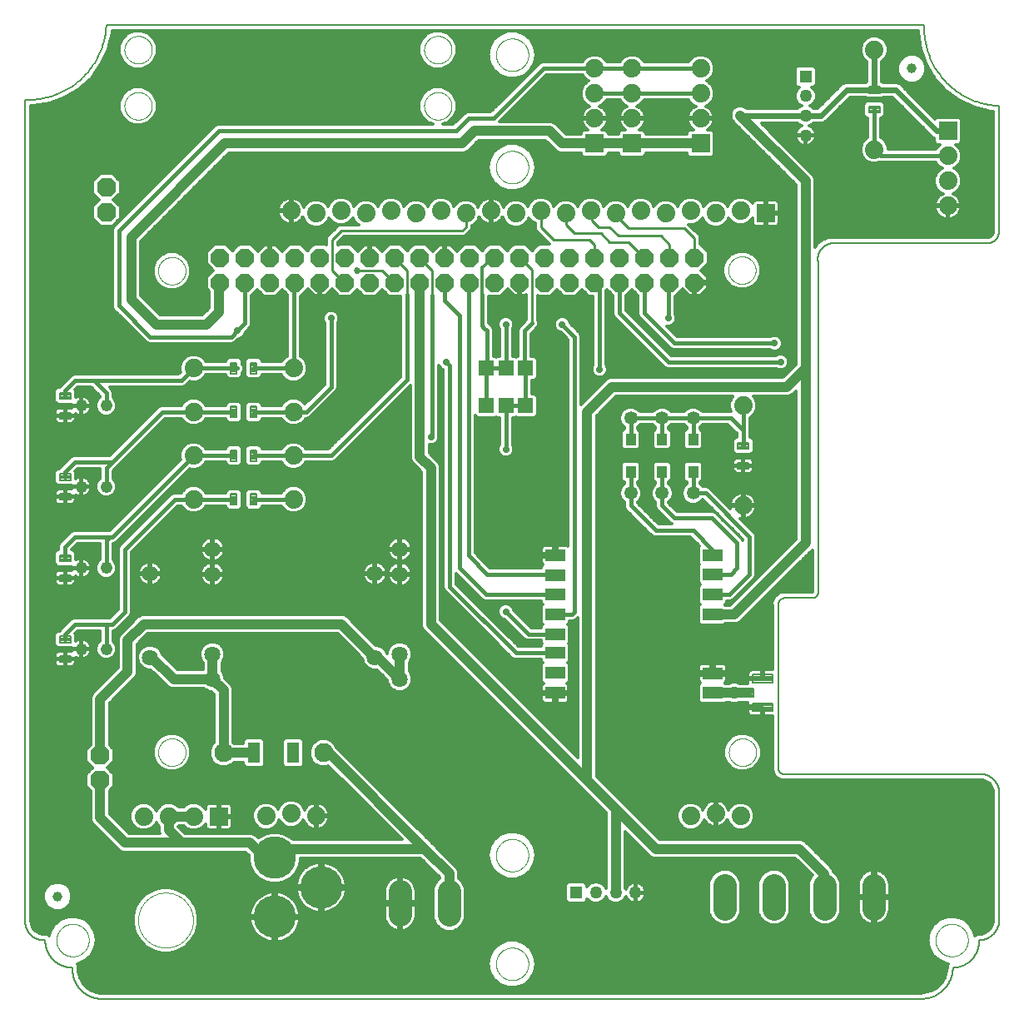
<source format=gtl>
G75*
%MOIN*%
%OFA0B0*%
%FSLAX25Y25*%
%IPPOS*%
%LPD*%
%AMOC8*
5,1,8,0,0,1.08239X$1,22.5*
%
%ADD10C,0.00600*%
%ADD11C,0.00000*%
%ADD12C,0.03937*%
%ADD13C,0.07400*%
%ADD14C,0.04800*%
%ADD15R,0.07400X0.07400*%
%ADD16OC8,0.07400*%
%ADD17C,0.06425*%
%ADD18C,0.09370*%
%ADD19R,0.05000X0.05000*%
%ADD20C,0.05000*%
%ADD21C,0.07600*%
%ADD22C,0.00787*%
%ADD23R,0.05000X0.08268*%
%ADD24R,0.05906X0.05906*%
%ADD25R,0.07874X0.05000*%
%ADD26R,0.04016X0.04724*%
%ADD27C,0.05315*%
%ADD28C,0.17000*%
%ADD29C,0.00800*%
%ADD30OC8,0.07600*%
%ADD31C,0.01600*%
%ADD32C,0.01200*%
%ADD33C,0.02800*%
%ADD34C,0.01000*%
%ADD35C,0.02700*%
%ADD36C,0.04000*%
%ADD37C,0.03200*%
%ADD38C,0.02400*%
D10*
X0062095Y0042600D02*
X0062095Y0371600D01*
X0062862Y0371579D01*
X0063630Y0371576D01*
X0064397Y0371593D01*
X0065164Y0371628D01*
X0065930Y0371682D01*
X0066694Y0371755D01*
X0067456Y0371846D01*
X0068216Y0371957D01*
X0068972Y0372085D01*
X0069726Y0372233D01*
X0070475Y0372399D01*
X0071220Y0372583D01*
X0071961Y0372785D01*
X0072696Y0373006D01*
X0073425Y0373244D01*
X0074149Y0373500D01*
X0074866Y0373774D01*
X0075576Y0374066D01*
X0076279Y0374375D01*
X0076974Y0374701D01*
X0077660Y0375044D01*
X0078339Y0375403D01*
X0079008Y0375780D01*
X0079667Y0376172D01*
X0080317Y0376581D01*
X0080957Y0377005D01*
X0081586Y0377445D01*
X0082204Y0377900D01*
X0082810Y0378371D01*
X0083405Y0378856D01*
X0083988Y0379355D01*
X0084558Y0379869D01*
X0085116Y0380397D01*
X0085660Y0380938D01*
X0086191Y0381492D01*
X0086709Y0382059D01*
X0087212Y0382639D01*
X0087701Y0383230D01*
X0088175Y0383834D01*
X0088634Y0384449D01*
X0089078Y0385075D01*
X0089506Y0385712D01*
X0089919Y0386359D01*
X0090316Y0387016D01*
X0090696Y0387683D01*
X0091060Y0388359D01*
X0091408Y0389043D01*
X0091738Y0389736D01*
X0092051Y0390437D01*
X0092347Y0391145D01*
X0092626Y0391861D01*
X0092887Y0392582D01*
X0093130Y0393311D01*
X0093355Y0394044D01*
X0093562Y0394783D01*
X0093751Y0395527D01*
X0093921Y0396276D01*
X0094073Y0397028D01*
X0094207Y0397784D01*
X0094322Y0398543D01*
X0094418Y0399304D01*
X0094496Y0400068D01*
X0094555Y0400833D01*
X0094595Y0401600D01*
X0422095Y0401600D01*
X0422074Y0400845D01*
X0422071Y0400089D01*
X0422087Y0399333D01*
X0422120Y0398578D01*
X0422172Y0397824D01*
X0422242Y0397072D01*
X0422331Y0396321D01*
X0422437Y0395573D01*
X0422561Y0394827D01*
X0422704Y0394085D01*
X0422864Y0393346D01*
X0423042Y0392612D01*
X0423238Y0391882D01*
X0423452Y0391157D01*
X0423682Y0390437D01*
X0423931Y0389724D01*
X0424196Y0389016D01*
X0424478Y0388315D01*
X0424778Y0387621D01*
X0425094Y0386934D01*
X0425426Y0386255D01*
X0425775Y0385585D01*
X0426140Y0384923D01*
X0426520Y0384270D01*
X0426917Y0383627D01*
X0427328Y0382993D01*
X0427755Y0382369D01*
X0428197Y0381756D01*
X0428654Y0381154D01*
X0429125Y0380563D01*
X0429610Y0379984D01*
X0430109Y0379416D01*
X0430622Y0378861D01*
X0431148Y0378318D01*
X0431687Y0377788D01*
X0432238Y0377271D01*
X0432802Y0376768D01*
X0433378Y0376278D01*
X0433965Y0375803D01*
X0434564Y0375342D01*
X0435174Y0374895D01*
X0435794Y0374464D01*
X0436425Y0374047D01*
X0437066Y0373646D01*
X0437716Y0373260D01*
X0438375Y0372891D01*
X0439043Y0372537D01*
X0439719Y0372199D01*
X0440403Y0371878D01*
X0441095Y0371574D01*
X0441794Y0371286D01*
X0442499Y0371016D01*
X0443211Y0370762D01*
X0443929Y0370526D01*
X0444653Y0370307D01*
X0445381Y0370106D01*
X0446114Y0369922D01*
X0446852Y0369756D01*
X0447593Y0369609D01*
X0448337Y0369479D01*
X0449085Y0369367D01*
X0449835Y0369273D01*
X0450587Y0369197D01*
X0451340Y0369139D01*
X0452095Y0369100D01*
X0452095Y0319100D01*
X0452093Y0318960D01*
X0452087Y0318820D01*
X0452077Y0318680D01*
X0452064Y0318540D01*
X0452046Y0318401D01*
X0452024Y0318262D01*
X0451999Y0318125D01*
X0451970Y0317987D01*
X0451937Y0317851D01*
X0451900Y0317716D01*
X0451859Y0317582D01*
X0451814Y0317449D01*
X0451766Y0317317D01*
X0451714Y0317187D01*
X0451659Y0317058D01*
X0451600Y0316931D01*
X0451537Y0316805D01*
X0451471Y0316681D01*
X0451402Y0316560D01*
X0451329Y0316440D01*
X0451252Y0316322D01*
X0451173Y0316207D01*
X0451090Y0316093D01*
X0451004Y0315983D01*
X0450915Y0315874D01*
X0450823Y0315768D01*
X0450728Y0315665D01*
X0450631Y0315564D01*
X0450530Y0315467D01*
X0450427Y0315372D01*
X0450321Y0315280D01*
X0450212Y0315191D01*
X0450102Y0315105D01*
X0449988Y0315022D01*
X0449873Y0314943D01*
X0449755Y0314866D01*
X0449635Y0314793D01*
X0449514Y0314724D01*
X0449390Y0314658D01*
X0449264Y0314595D01*
X0449137Y0314536D01*
X0449008Y0314481D01*
X0448878Y0314429D01*
X0448746Y0314381D01*
X0448613Y0314336D01*
X0448479Y0314295D01*
X0448344Y0314258D01*
X0448208Y0314225D01*
X0448070Y0314196D01*
X0447933Y0314171D01*
X0447794Y0314149D01*
X0447655Y0314131D01*
X0447515Y0314118D01*
X0447375Y0314108D01*
X0447235Y0314102D01*
X0447095Y0314100D01*
X0384595Y0314100D01*
X0384440Y0314067D01*
X0384285Y0314030D01*
X0384131Y0313989D01*
X0383979Y0313945D01*
X0383827Y0313896D01*
X0383677Y0313844D01*
X0383529Y0313788D01*
X0383381Y0313729D01*
X0383235Y0313665D01*
X0383091Y0313598D01*
X0382949Y0313528D01*
X0382808Y0313454D01*
X0382669Y0313377D01*
X0382533Y0313296D01*
X0382398Y0313211D01*
X0382265Y0313124D01*
X0382135Y0313033D01*
X0382007Y0312939D01*
X0381881Y0312842D01*
X0381758Y0312741D01*
X0381637Y0312638D01*
X0381519Y0312531D01*
X0381404Y0312422D01*
X0381291Y0312310D01*
X0381182Y0312195D01*
X0381075Y0312077D01*
X0380971Y0311957D01*
X0380870Y0311834D01*
X0380772Y0311709D01*
X0380677Y0311581D01*
X0380586Y0311451D01*
X0380498Y0311319D01*
X0380413Y0311185D01*
X0380332Y0311048D01*
X0380254Y0310910D01*
X0380179Y0310770D01*
X0380108Y0310627D01*
X0380041Y0310484D01*
X0379977Y0310338D01*
X0379916Y0310191D01*
X0379860Y0310042D01*
X0379807Y0309893D01*
X0379758Y0309741D01*
X0379713Y0309589D01*
X0379671Y0309436D01*
X0379634Y0309281D01*
X0379600Y0309126D01*
X0379570Y0308970D01*
X0379544Y0308813D01*
X0379522Y0308656D01*
X0379504Y0308498D01*
X0379490Y0308339D01*
X0379480Y0308181D01*
X0379473Y0308022D01*
X0379471Y0307863D01*
X0379473Y0307704D01*
X0379478Y0307545D01*
X0379488Y0307387D01*
X0379501Y0307228D01*
X0379519Y0307071D01*
X0379540Y0306913D01*
X0379566Y0306756D01*
X0379595Y0306600D01*
X0379595Y0174100D01*
X0379583Y0174007D01*
X0379567Y0173915D01*
X0379547Y0173824D01*
X0379523Y0173733D01*
X0379496Y0173644D01*
X0379465Y0173555D01*
X0379430Y0173468D01*
X0379392Y0173383D01*
X0379350Y0173299D01*
X0379305Y0173217D01*
X0379257Y0173137D01*
X0379205Y0173059D01*
X0379150Y0172983D01*
X0379092Y0172910D01*
X0379031Y0172839D01*
X0378967Y0172771D01*
X0378900Y0172705D01*
X0378831Y0172642D01*
X0378759Y0172582D01*
X0378685Y0172525D01*
X0378608Y0172471D01*
X0378530Y0172421D01*
X0378449Y0172373D01*
X0378366Y0172330D01*
X0378282Y0172289D01*
X0378196Y0172252D01*
X0378109Y0172219D01*
X0378020Y0172189D01*
X0377930Y0172163D01*
X0377839Y0172141D01*
X0377747Y0172122D01*
X0377655Y0172107D01*
X0377562Y0172096D01*
X0377469Y0172089D01*
X0377375Y0172086D01*
X0377282Y0172087D01*
X0377188Y0172091D01*
X0377095Y0172100D01*
X0366095Y0172100D01*
X0365992Y0172088D01*
X0365890Y0172073D01*
X0365789Y0172054D01*
X0365688Y0172032D01*
X0365588Y0172005D01*
X0365489Y0171975D01*
X0365392Y0171941D01*
X0365296Y0171904D01*
X0365201Y0171863D01*
X0365108Y0171818D01*
X0365016Y0171770D01*
X0364927Y0171719D01*
X0364839Y0171664D01*
X0364754Y0171606D01*
X0364670Y0171545D01*
X0364590Y0171481D01*
X0364511Y0171414D01*
X0364435Y0171344D01*
X0364362Y0171271D01*
X0364292Y0171196D01*
X0364224Y0171118D01*
X0364159Y0171037D01*
X0364098Y0170954D01*
X0364039Y0170869D01*
X0363984Y0170782D01*
X0363932Y0170692D01*
X0363884Y0170601D01*
X0363839Y0170508D01*
X0363797Y0170414D01*
X0363759Y0170318D01*
X0363725Y0170220D01*
X0363694Y0170122D01*
X0363667Y0170022D01*
X0363644Y0169922D01*
X0363624Y0169820D01*
X0363609Y0169718D01*
X0363597Y0169616D01*
X0363589Y0169513D01*
X0363585Y0169409D01*
X0363584Y0169306D01*
X0363588Y0169203D01*
X0363595Y0169100D01*
X0363595Y0104100D01*
X0363597Y0104002D01*
X0363603Y0103904D01*
X0363612Y0103806D01*
X0363626Y0103709D01*
X0363643Y0103612D01*
X0363664Y0103516D01*
X0363689Y0103421D01*
X0363717Y0103327D01*
X0363750Y0103235D01*
X0363785Y0103143D01*
X0363825Y0103053D01*
X0363867Y0102965D01*
X0363914Y0102878D01*
X0363963Y0102794D01*
X0364016Y0102711D01*
X0364072Y0102631D01*
X0364132Y0102552D01*
X0364194Y0102476D01*
X0364259Y0102403D01*
X0364327Y0102332D01*
X0364398Y0102264D01*
X0364471Y0102199D01*
X0364547Y0102137D01*
X0364626Y0102077D01*
X0364706Y0102021D01*
X0364789Y0101968D01*
X0364873Y0101919D01*
X0364960Y0101872D01*
X0365048Y0101830D01*
X0365138Y0101790D01*
X0365230Y0101755D01*
X0365322Y0101722D01*
X0365416Y0101694D01*
X0365511Y0101669D01*
X0365607Y0101648D01*
X0365704Y0101631D01*
X0365801Y0101617D01*
X0365899Y0101608D01*
X0365997Y0101602D01*
X0366095Y0101600D01*
X0444595Y0101600D01*
X0444776Y0101598D01*
X0444957Y0101591D01*
X0445138Y0101580D01*
X0445319Y0101565D01*
X0445499Y0101545D01*
X0445679Y0101521D01*
X0445858Y0101493D01*
X0446036Y0101460D01*
X0446213Y0101423D01*
X0446390Y0101382D01*
X0446565Y0101337D01*
X0446740Y0101287D01*
X0446913Y0101233D01*
X0447084Y0101175D01*
X0447255Y0101113D01*
X0447423Y0101046D01*
X0447590Y0100976D01*
X0447756Y0100902D01*
X0447919Y0100823D01*
X0448080Y0100741D01*
X0448240Y0100655D01*
X0448397Y0100565D01*
X0448552Y0100471D01*
X0448705Y0100374D01*
X0448855Y0100272D01*
X0449003Y0100168D01*
X0449149Y0100059D01*
X0449291Y0099948D01*
X0449431Y0099832D01*
X0449568Y0099714D01*
X0449703Y0099592D01*
X0449834Y0099467D01*
X0449962Y0099339D01*
X0450087Y0099208D01*
X0450209Y0099073D01*
X0450327Y0098936D01*
X0450443Y0098796D01*
X0450554Y0098654D01*
X0450663Y0098508D01*
X0450767Y0098360D01*
X0450869Y0098210D01*
X0450966Y0098057D01*
X0451060Y0097902D01*
X0451150Y0097745D01*
X0451236Y0097585D01*
X0451318Y0097424D01*
X0451397Y0097261D01*
X0451471Y0097095D01*
X0451541Y0096928D01*
X0451608Y0096760D01*
X0451670Y0096589D01*
X0451728Y0096418D01*
X0451782Y0096245D01*
X0451832Y0096070D01*
X0451877Y0095895D01*
X0451918Y0095718D01*
X0451955Y0095541D01*
X0451988Y0095363D01*
X0452016Y0095184D01*
X0452040Y0095004D01*
X0452060Y0094824D01*
X0452075Y0094643D01*
X0452086Y0094462D01*
X0452093Y0094281D01*
X0452095Y0094100D01*
X0452095Y0044100D01*
X0452111Y0043900D01*
X0452122Y0043701D01*
X0452128Y0043500D01*
X0452129Y0043300D01*
X0452125Y0043100D01*
X0452117Y0042900D01*
X0452103Y0042700D01*
X0452085Y0042501D01*
X0452062Y0042302D01*
X0452035Y0042104D01*
X0452002Y0041906D01*
X0451965Y0041710D01*
X0451923Y0041514D01*
X0451876Y0041319D01*
X0451825Y0041126D01*
X0451769Y0040934D01*
X0451708Y0040743D01*
X0451643Y0040554D01*
X0451573Y0040366D01*
X0451499Y0040180D01*
X0451420Y0039996D01*
X0451336Y0039814D01*
X0451249Y0039634D01*
X0451157Y0039456D01*
X0451061Y0039281D01*
X0450960Y0039108D01*
X0450856Y0038937D01*
X0450747Y0038769D01*
X0450634Y0038603D01*
X0450518Y0038441D01*
X0450397Y0038281D01*
X0450273Y0038124D01*
X0450144Y0037970D01*
X0450013Y0037820D01*
X0449877Y0037672D01*
X0449738Y0037528D01*
X0449596Y0037387D01*
X0449450Y0037250D01*
X0449301Y0037116D01*
X0449149Y0036986D01*
X0448993Y0036860D01*
X0448835Y0036738D01*
X0448674Y0036619D01*
X0448510Y0036504D01*
X0448343Y0036394D01*
X0448174Y0036287D01*
X0448002Y0036184D01*
X0447827Y0036086D01*
X0447651Y0035992D01*
X0447472Y0035902D01*
X0447291Y0035817D01*
X0447108Y0035736D01*
X0446923Y0035659D01*
X0446736Y0035587D01*
X0446548Y0035519D01*
X0446358Y0035456D01*
X0446166Y0035398D01*
X0445973Y0035344D01*
X0445779Y0035295D01*
X0445584Y0035251D01*
X0445388Y0035211D01*
X0445191Y0035176D01*
X0444993Y0035146D01*
X0444794Y0035121D01*
X0444595Y0035100D01*
X0444095Y0035100D01*
X0444098Y0034840D01*
X0444095Y0034580D01*
X0444085Y0034321D01*
X0444069Y0034061D01*
X0444047Y0033802D01*
X0444018Y0033544D01*
X0443984Y0033287D01*
X0443943Y0033030D01*
X0443896Y0032774D01*
X0443843Y0032520D01*
X0443783Y0032267D01*
X0443718Y0032016D01*
X0443646Y0031766D01*
X0443569Y0031518D01*
X0443485Y0031272D01*
X0443396Y0031028D01*
X0443300Y0030786D01*
X0443199Y0030547D01*
X0443092Y0030310D01*
X0442980Y0030076D01*
X0442862Y0029844D01*
X0442738Y0029616D01*
X0442609Y0029390D01*
X0442474Y0029168D01*
X0442334Y0028949D01*
X0442189Y0028734D01*
X0442039Y0028522D01*
X0441883Y0028313D01*
X0441723Y0028109D01*
X0441557Y0027908D01*
X0441387Y0027712D01*
X0441212Y0027520D01*
X0441033Y0027332D01*
X0440849Y0027148D01*
X0440661Y0026969D01*
X0440468Y0026795D01*
X0440271Y0026625D01*
X0440071Y0026460D01*
X0439866Y0026300D01*
X0439657Y0026145D01*
X0439445Y0025995D01*
X0439230Y0025850D01*
X0439010Y0025710D01*
X0438788Y0025576D01*
X0438562Y0025447D01*
X0438333Y0025324D01*
X0438102Y0025206D01*
X0437867Y0025094D01*
X0437630Y0024988D01*
X0437391Y0024887D01*
X0437149Y0024792D01*
X0436905Y0024703D01*
X0436659Y0024620D01*
X0436410Y0024543D01*
X0436160Y0024472D01*
X0435909Y0024407D01*
X0435656Y0024348D01*
X0435401Y0024295D01*
X0435146Y0024249D01*
X0434889Y0024208D01*
X0434631Y0024174D01*
X0434373Y0024146D01*
X0434114Y0024125D01*
X0433855Y0024109D01*
X0433595Y0024100D01*
X0433585Y0023792D01*
X0433568Y0023484D01*
X0433543Y0023177D01*
X0433511Y0022871D01*
X0433471Y0022565D01*
X0433425Y0022260D01*
X0433370Y0021957D01*
X0433309Y0021655D01*
X0433240Y0021355D01*
X0433164Y0021056D01*
X0433081Y0020759D01*
X0432991Y0020465D01*
X0432893Y0020172D01*
X0432789Y0019883D01*
X0432677Y0019595D01*
X0432559Y0019311D01*
X0432434Y0019029D01*
X0432302Y0018751D01*
X0432163Y0018475D01*
X0432018Y0018204D01*
X0431866Y0017935D01*
X0431708Y0017671D01*
X0431543Y0017410D01*
X0431373Y0017154D01*
X0431196Y0016902D01*
X0431013Y0016654D01*
X0430824Y0016410D01*
X0430629Y0016172D01*
X0430428Y0015937D01*
X0430222Y0015708D01*
X0430011Y0015484D01*
X0429794Y0015265D01*
X0429572Y0015052D01*
X0429345Y0014844D01*
X0429112Y0014641D01*
X0428875Y0014444D01*
X0428634Y0014253D01*
X0428387Y0014068D01*
X0428137Y0013888D01*
X0427882Y0013715D01*
X0427623Y0013548D01*
X0427360Y0013388D01*
X0427093Y0013234D01*
X0426823Y0013086D01*
X0426549Y0012945D01*
X0426271Y0012810D01*
X0425991Y0012682D01*
X0425708Y0012561D01*
X0425421Y0012447D01*
X0425132Y0012340D01*
X0424841Y0012240D01*
X0424547Y0012147D01*
X0424251Y0012061D01*
X0423953Y0011983D01*
X0423653Y0011911D01*
X0423352Y0011847D01*
X0423049Y0011790D01*
X0422745Y0011740D01*
X0422440Y0011698D01*
X0422134Y0011663D01*
X0421827Y0011636D01*
X0421519Y0011616D01*
X0421211Y0011603D01*
X0420903Y0011598D01*
X0420595Y0011600D01*
X0092095Y0011600D01*
X0091811Y0011621D01*
X0091528Y0011650D01*
X0091246Y0011685D01*
X0090964Y0011727D01*
X0090684Y0011776D01*
X0090405Y0011832D01*
X0090127Y0011894D01*
X0089851Y0011963D01*
X0089577Y0012039D01*
X0089305Y0012121D01*
X0089035Y0012210D01*
X0088766Y0012305D01*
X0088501Y0012407D01*
X0088238Y0012515D01*
X0087977Y0012629D01*
X0087719Y0012750D01*
X0087465Y0012877D01*
X0087213Y0013010D01*
X0086965Y0013149D01*
X0086720Y0013294D01*
X0086479Y0013445D01*
X0086242Y0013602D01*
X0086008Y0013764D01*
X0085778Y0013932D01*
X0085553Y0014106D01*
X0085332Y0014285D01*
X0085115Y0014469D01*
X0084903Y0014658D01*
X0084695Y0014853D01*
X0084492Y0015052D01*
X0084294Y0015257D01*
X0084101Y0015466D01*
X0083913Y0015679D01*
X0083730Y0015897D01*
X0083553Y0016120D01*
X0083381Y0016346D01*
X0083214Y0016577D01*
X0083053Y0016812D01*
X0082898Y0017050D01*
X0082749Y0017292D01*
X0082605Y0017538D01*
X0082468Y0017787D01*
X0082337Y0018040D01*
X0082211Y0018295D01*
X0082092Y0018554D01*
X0081980Y0018815D01*
X0081873Y0019079D01*
X0081773Y0019345D01*
X0081680Y0019614D01*
X0081593Y0019885D01*
X0081512Y0020158D01*
X0081438Y0020432D01*
X0081371Y0020709D01*
X0081311Y0020987D01*
X0081257Y0021266D01*
X0081210Y0021547D01*
X0081170Y0021829D01*
X0081136Y0022111D01*
X0081110Y0022394D01*
X0081090Y0022678D01*
X0081077Y0022962D01*
X0081071Y0023247D01*
X0081072Y0023531D01*
X0081080Y0023816D01*
X0081095Y0024100D01*
X0080829Y0024103D01*
X0080564Y0024113D01*
X0080298Y0024129D01*
X0080033Y0024151D01*
X0079769Y0024180D01*
X0079506Y0024215D01*
X0079243Y0024257D01*
X0078982Y0024305D01*
X0078721Y0024359D01*
X0078463Y0024420D01*
X0078205Y0024486D01*
X0077950Y0024559D01*
X0077696Y0024638D01*
X0077444Y0024724D01*
X0077194Y0024815D01*
X0076947Y0024912D01*
X0076702Y0025015D01*
X0076460Y0025124D01*
X0076220Y0025239D01*
X0075983Y0025360D01*
X0075749Y0025486D01*
X0075518Y0025618D01*
X0075291Y0025756D01*
X0075067Y0025899D01*
X0074846Y0026047D01*
X0074629Y0026201D01*
X0074416Y0026360D01*
X0074207Y0026524D01*
X0074002Y0026693D01*
X0073801Y0026866D01*
X0073604Y0027045D01*
X0073411Y0027228D01*
X0073223Y0027416D01*
X0073040Y0027609D01*
X0072861Y0027806D01*
X0072688Y0028007D01*
X0072519Y0028212D01*
X0072355Y0028421D01*
X0072196Y0028634D01*
X0072042Y0028851D01*
X0071894Y0029072D01*
X0071751Y0029296D01*
X0071613Y0029523D01*
X0071481Y0029754D01*
X0071355Y0029988D01*
X0071234Y0030225D01*
X0071119Y0030465D01*
X0071010Y0030707D01*
X0070907Y0030952D01*
X0070810Y0031199D01*
X0070719Y0031449D01*
X0070633Y0031701D01*
X0070554Y0031955D01*
X0070481Y0032210D01*
X0070415Y0032468D01*
X0070354Y0032726D01*
X0070300Y0032987D01*
X0070252Y0033248D01*
X0070210Y0033511D01*
X0070175Y0033774D01*
X0070146Y0034038D01*
X0070124Y0034303D01*
X0070108Y0034569D01*
X0070098Y0034834D01*
X0070095Y0035100D01*
X0069595Y0035100D01*
X0069414Y0035102D01*
X0069233Y0035109D01*
X0069052Y0035120D01*
X0068871Y0035135D01*
X0068691Y0035155D01*
X0068511Y0035179D01*
X0068332Y0035207D01*
X0068154Y0035240D01*
X0067977Y0035277D01*
X0067800Y0035318D01*
X0067625Y0035363D01*
X0067450Y0035413D01*
X0067277Y0035467D01*
X0067106Y0035525D01*
X0066935Y0035587D01*
X0066767Y0035654D01*
X0066600Y0035724D01*
X0066434Y0035798D01*
X0066271Y0035877D01*
X0066110Y0035959D01*
X0065950Y0036045D01*
X0065793Y0036135D01*
X0065638Y0036229D01*
X0065485Y0036326D01*
X0065335Y0036428D01*
X0065187Y0036532D01*
X0065041Y0036641D01*
X0064899Y0036752D01*
X0064759Y0036868D01*
X0064622Y0036986D01*
X0064487Y0037108D01*
X0064356Y0037233D01*
X0064228Y0037361D01*
X0064103Y0037492D01*
X0063981Y0037627D01*
X0063863Y0037764D01*
X0063747Y0037904D01*
X0063636Y0038046D01*
X0063527Y0038192D01*
X0063423Y0038340D01*
X0063321Y0038490D01*
X0063224Y0038643D01*
X0063130Y0038798D01*
X0063040Y0038955D01*
X0062954Y0039115D01*
X0062872Y0039276D01*
X0062793Y0039439D01*
X0062719Y0039605D01*
X0062649Y0039772D01*
X0062582Y0039940D01*
X0062520Y0040111D01*
X0062462Y0040282D01*
X0062408Y0040455D01*
X0062358Y0040630D01*
X0062313Y0040805D01*
X0062272Y0040982D01*
X0062235Y0041159D01*
X0062202Y0041337D01*
X0062174Y0041516D01*
X0062150Y0041696D01*
X0062130Y0041876D01*
X0062115Y0042057D01*
X0062104Y0042238D01*
X0062097Y0042419D01*
X0062095Y0042600D01*
D11*
X0074595Y0035100D02*
X0074597Y0035261D01*
X0074603Y0035421D01*
X0074613Y0035582D01*
X0074627Y0035742D01*
X0074645Y0035902D01*
X0074666Y0036061D01*
X0074692Y0036220D01*
X0074722Y0036378D01*
X0074755Y0036535D01*
X0074793Y0036692D01*
X0074834Y0036847D01*
X0074879Y0037001D01*
X0074928Y0037154D01*
X0074981Y0037306D01*
X0075037Y0037457D01*
X0075098Y0037606D01*
X0075161Y0037754D01*
X0075229Y0037900D01*
X0075300Y0038044D01*
X0075374Y0038186D01*
X0075452Y0038327D01*
X0075534Y0038465D01*
X0075619Y0038602D01*
X0075707Y0038736D01*
X0075799Y0038868D01*
X0075894Y0038998D01*
X0075992Y0039126D01*
X0076093Y0039251D01*
X0076197Y0039373D01*
X0076304Y0039493D01*
X0076414Y0039610D01*
X0076527Y0039725D01*
X0076643Y0039836D01*
X0076762Y0039945D01*
X0076883Y0040050D01*
X0077007Y0040153D01*
X0077133Y0040253D01*
X0077261Y0040349D01*
X0077392Y0040442D01*
X0077526Y0040532D01*
X0077661Y0040619D01*
X0077799Y0040702D01*
X0077938Y0040782D01*
X0078080Y0040858D01*
X0078223Y0040931D01*
X0078368Y0041000D01*
X0078515Y0041066D01*
X0078663Y0041128D01*
X0078813Y0041186D01*
X0078964Y0041241D01*
X0079117Y0041292D01*
X0079271Y0041339D01*
X0079426Y0041382D01*
X0079582Y0041421D01*
X0079738Y0041457D01*
X0079896Y0041488D01*
X0080054Y0041516D01*
X0080213Y0041540D01*
X0080373Y0041560D01*
X0080533Y0041576D01*
X0080693Y0041588D01*
X0080854Y0041596D01*
X0081015Y0041600D01*
X0081175Y0041600D01*
X0081336Y0041596D01*
X0081497Y0041588D01*
X0081657Y0041576D01*
X0081817Y0041560D01*
X0081977Y0041540D01*
X0082136Y0041516D01*
X0082294Y0041488D01*
X0082452Y0041457D01*
X0082608Y0041421D01*
X0082764Y0041382D01*
X0082919Y0041339D01*
X0083073Y0041292D01*
X0083226Y0041241D01*
X0083377Y0041186D01*
X0083527Y0041128D01*
X0083675Y0041066D01*
X0083822Y0041000D01*
X0083967Y0040931D01*
X0084110Y0040858D01*
X0084252Y0040782D01*
X0084391Y0040702D01*
X0084529Y0040619D01*
X0084664Y0040532D01*
X0084798Y0040442D01*
X0084929Y0040349D01*
X0085057Y0040253D01*
X0085183Y0040153D01*
X0085307Y0040050D01*
X0085428Y0039945D01*
X0085547Y0039836D01*
X0085663Y0039725D01*
X0085776Y0039610D01*
X0085886Y0039493D01*
X0085993Y0039373D01*
X0086097Y0039251D01*
X0086198Y0039126D01*
X0086296Y0038998D01*
X0086391Y0038868D01*
X0086483Y0038736D01*
X0086571Y0038602D01*
X0086656Y0038465D01*
X0086738Y0038327D01*
X0086816Y0038186D01*
X0086890Y0038044D01*
X0086961Y0037900D01*
X0087029Y0037754D01*
X0087092Y0037606D01*
X0087153Y0037457D01*
X0087209Y0037306D01*
X0087262Y0037154D01*
X0087311Y0037001D01*
X0087356Y0036847D01*
X0087397Y0036692D01*
X0087435Y0036535D01*
X0087468Y0036378D01*
X0087498Y0036220D01*
X0087524Y0036061D01*
X0087545Y0035902D01*
X0087563Y0035742D01*
X0087577Y0035582D01*
X0087587Y0035421D01*
X0087593Y0035261D01*
X0087595Y0035100D01*
X0087593Y0034939D01*
X0087587Y0034779D01*
X0087577Y0034618D01*
X0087563Y0034458D01*
X0087545Y0034298D01*
X0087524Y0034139D01*
X0087498Y0033980D01*
X0087468Y0033822D01*
X0087435Y0033665D01*
X0087397Y0033508D01*
X0087356Y0033353D01*
X0087311Y0033199D01*
X0087262Y0033046D01*
X0087209Y0032894D01*
X0087153Y0032743D01*
X0087092Y0032594D01*
X0087029Y0032446D01*
X0086961Y0032300D01*
X0086890Y0032156D01*
X0086816Y0032014D01*
X0086738Y0031873D01*
X0086656Y0031735D01*
X0086571Y0031598D01*
X0086483Y0031464D01*
X0086391Y0031332D01*
X0086296Y0031202D01*
X0086198Y0031074D01*
X0086097Y0030949D01*
X0085993Y0030827D01*
X0085886Y0030707D01*
X0085776Y0030590D01*
X0085663Y0030475D01*
X0085547Y0030364D01*
X0085428Y0030255D01*
X0085307Y0030150D01*
X0085183Y0030047D01*
X0085057Y0029947D01*
X0084929Y0029851D01*
X0084798Y0029758D01*
X0084664Y0029668D01*
X0084529Y0029581D01*
X0084391Y0029498D01*
X0084252Y0029418D01*
X0084110Y0029342D01*
X0083967Y0029269D01*
X0083822Y0029200D01*
X0083675Y0029134D01*
X0083527Y0029072D01*
X0083377Y0029014D01*
X0083226Y0028959D01*
X0083073Y0028908D01*
X0082919Y0028861D01*
X0082764Y0028818D01*
X0082608Y0028779D01*
X0082452Y0028743D01*
X0082294Y0028712D01*
X0082136Y0028684D01*
X0081977Y0028660D01*
X0081817Y0028640D01*
X0081657Y0028624D01*
X0081497Y0028612D01*
X0081336Y0028604D01*
X0081175Y0028600D01*
X0081015Y0028600D01*
X0080854Y0028604D01*
X0080693Y0028612D01*
X0080533Y0028624D01*
X0080373Y0028640D01*
X0080213Y0028660D01*
X0080054Y0028684D01*
X0079896Y0028712D01*
X0079738Y0028743D01*
X0079582Y0028779D01*
X0079426Y0028818D01*
X0079271Y0028861D01*
X0079117Y0028908D01*
X0078964Y0028959D01*
X0078813Y0029014D01*
X0078663Y0029072D01*
X0078515Y0029134D01*
X0078368Y0029200D01*
X0078223Y0029269D01*
X0078080Y0029342D01*
X0077938Y0029418D01*
X0077799Y0029498D01*
X0077661Y0029581D01*
X0077526Y0029668D01*
X0077392Y0029758D01*
X0077261Y0029851D01*
X0077133Y0029947D01*
X0077007Y0030047D01*
X0076883Y0030150D01*
X0076762Y0030255D01*
X0076643Y0030364D01*
X0076527Y0030475D01*
X0076414Y0030590D01*
X0076304Y0030707D01*
X0076197Y0030827D01*
X0076093Y0030949D01*
X0075992Y0031074D01*
X0075894Y0031202D01*
X0075799Y0031332D01*
X0075707Y0031464D01*
X0075619Y0031598D01*
X0075534Y0031735D01*
X0075452Y0031873D01*
X0075374Y0032014D01*
X0075300Y0032156D01*
X0075229Y0032300D01*
X0075161Y0032446D01*
X0075098Y0032594D01*
X0075037Y0032743D01*
X0074981Y0032894D01*
X0074928Y0033046D01*
X0074879Y0033199D01*
X0074834Y0033353D01*
X0074793Y0033508D01*
X0074755Y0033665D01*
X0074722Y0033822D01*
X0074692Y0033980D01*
X0074666Y0034139D01*
X0074645Y0034298D01*
X0074627Y0034458D01*
X0074613Y0034618D01*
X0074603Y0034779D01*
X0074597Y0034939D01*
X0074595Y0035100D01*
X0107345Y0043100D02*
X0107348Y0043370D01*
X0107358Y0043640D01*
X0107375Y0043909D01*
X0107398Y0044178D01*
X0107428Y0044447D01*
X0107464Y0044714D01*
X0107507Y0044981D01*
X0107556Y0045246D01*
X0107612Y0045510D01*
X0107675Y0045773D01*
X0107743Y0046034D01*
X0107819Y0046293D01*
X0107900Y0046550D01*
X0107988Y0046806D01*
X0108082Y0047059D01*
X0108182Y0047310D01*
X0108289Y0047558D01*
X0108401Y0047803D01*
X0108520Y0048046D01*
X0108644Y0048285D01*
X0108774Y0048522D01*
X0108910Y0048755D01*
X0109052Y0048985D01*
X0109199Y0049211D01*
X0109352Y0049434D01*
X0109510Y0049653D01*
X0109673Y0049868D01*
X0109842Y0050078D01*
X0110016Y0050285D01*
X0110195Y0050487D01*
X0110378Y0050685D01*
X0110567Y0050878D01*
X0110760Y0051067D01*
X0110958Y0051250D01*
X0111160Y0051429D01*
X0111367Y0051603D01*
X0111577Y0051772D01*
X0111792Y0051935D01*
X0112011Y0052093D01*
X0112234Y0052246D01*
X0112460Y0052393D01*
X0112690Y0052535D01*
X0112923Y0052671D01*
X0113160Y0052801D01*
X0113399Y0052925D01*
X0113642Y0053044D01*
X0113887Y0053156D01*
X0114135Y0053263D01*
X0114386Y0053363D01*
X0114639Y0053457D01*
X0114895Y0053545D01*
X0115152Y0053626D01*
X0115411Y0053702D01*
X0115672Y0053770D01*
X0115935Y0053833D01*
X0116199Y0053889D01*
X0116464Y0053938D01*
X0116731Y0053981D01*
X0116998Y0054017D01*
X0117267Y0054047D01*
X0117536Y0054070D01*
X0117805Y0054087D01*
X0118075Y0054097D01*
X0118345Y0054100D01*
X0118615Y0054097D01*
X0118885Y0054087D01*
X0119154Y0054070D01*
X0119423Y0054047D01*
X0119692Y0054017D01*
X0119959Y0053981D01*
X0120226Y0053938D01*
X0120491Y0053889D01*
X0120755Y0053833D01*
X0121018Y0053770D01*
X0121279Y0053702D01*
X0121538Y0053626D01*
X0121795Y0053545D01*
X0122051Y0053457D01*
X0122304Y0053363D01*
X0122555Y0053263D01*
X0122803Y0053156D01*
X0123048Y0053044D01*
X0123291Y0052925D01*
X0123530Y0052801D01*
X0123767Y0052671D01*
X0124000Y0052535D01*
X0124230Y0052393D01*
X0124456Y0052246D01*
X0124679Y0052093D01*
X0124898Y0051935D01*
X0125113Y0051772D01*
X0125323Y0051603D01*
X0125530Y0051429D01*
X0125732Y0051250D01*
X0125930Y0051067D01*
X0126123Y0050878D01*
X0126312Y0050685D01*
X0126495Y0050487D01*
X0126674Y0050285D01*
X0126848Y0050078D01*
X0127017Y0049868D01*
X0127180Y0049653D01*
X0127338Y0049434D01*
X0127491Y0049211D01*
X0127638Y0048985D01*
X0127780Y0048755D01*
X0127916Y0048522D01*
X0128046Y0048285D01*
X0128170Y0048046D01*
X0128289Y0047803D01*
X0128401Y0047558D01*
X0128508Y0047310D01*
X0128608Y0047059D01*
X0128702Y0046806D01*
X0128790Y0046550D01*
X0128871Y0046293D01*
X0128947Y0046034D01*
X0129015Y0045773D01*
X0129078Y0045510D01*
X0129134Y0045246D01*
X0129183Y0044981D01*
X0129226Y0044714D01*
X0129262Y0044447D01*
X0129292Y0044178D01*
X0129315Y0043909D01*
X0129332Y0043640D01*
X0129342Y0043370D01*
X0129345Y0043100D01*
X0129342Y0042830D01*
X0129332Y0042560D01*
X0129315Y0042291D01*
X0129292Y0042022D01*
X0129262Y0041753D01*
X0129226Y0041486D01*
X0129183Y0041219D01*
X0129134Y0040954D01*
X0129078Y0040690D01*
X0129015Y0040427D01*
X0128947Y0040166D01*
X0128871Y0039907D01*
X0128790Y0039650D01*
X0128702Y0039394D01*
X0128608Y0039141D01*
X0128508Y0038890D01*
X0128401Y0038642D01*
X0128289Y0038397D01*
X0128170Y0038154D01*
X0128046Y0037915D01*
X0127916Y0037678D01*
X0127780Y0037445D01*
X0127638Y0037215D01*
X0127491Y0036989D01*
X0127338Y0036766D01*
X0127180Y0036547D01*
X0127017Y0036332D01*
X0126848Y0036122D01*
X0126674Y0035915D01*
X0126495Y0035713D01*
X0126312Y0035515D01*
X0126123Y0035322D01*
X0125930Y0035133D01*
X0125732Y0034950D01*
X0125530Y0034771D01*
X0125323Y0034597D01*
X0125113Y0034428D01*
X0124898Y0034265D01*
X0124679Y0034107D01*
X0124456Y0033954D01*
X0124230Y0033807D01*
X0124000Y0033665D01*
X0123767Y0033529D01*
X0123530Y0033399D01*
X0123291Y0033275D01*
X0123048Y0033156D01*
X0122803Y0033044D01*
X0122555Y0032937D01*
X0122304Y0032837D01*
X0122051Y0032743D01*
X0121795Y0032655D01*
X0121538Y0032574D01*
X0121279Y0032498D01*
X0121018Y0032430D01*
X0120755Y0032367D01*
X0120491Y0032311D01*
X0120226Y0032262D01*
X0119959Y0032219D01*
X0119692Y0032183D01*
X0119423Y0032153D01*
X0119154Y0032130D01*
X0118885Y0032113D01*
X0118615Y0032103D01*
X0118345Y0032100D01*
X0118075Y0032103D01*
X0117805Y0032113D01*
X0117536Y0032130D01*
X0117267Y0032153D01*
X0116998Y0032183D01*
X0116731Y0032219D01*
X0116464Y0032262D01*
X0116199Y0032311D01*
X0115935Y0032367D01*
X0115672Y0032430D01*
X0115411Y0032498D01*
X0115152Y0032574D01*
X0114895Y0032655D01*
X0114639Y0032743D01*
X0114386Y0032837D01*
X0114135Y0032937D01*
X0113887Y0033044D01*
X0113642Y0033156D01*
X0113399Y0033275D01*
X0113160Y0033399D01*
X0112923Y0033529D01*
X0112690Y0033665D01*
X0112460Y0033807D01*
X0112234Y0033954D01*
X0112011Y0034107D01*
X0111792Y0034265D01*
X0111577Y0034428D01*
X0111367Y0034597D01*
X0111160Y0034771D01*
X0110958Y0034950D01*
X0110760Y0035133D01*
X0110567Y0035322D01*
X0110378Y0035515D01*
X0110195Y0035713D01*
X0110016Y0035915D01*
X0109842Y0036122D01*
X0109673Y0036332D01*
X0109510Y0036547D01*
X0109352Y0036766D01*
X0109199Y0036989D01*
X0109052Y0037215D01*
X0108910Y0037445D01*
X0108774Y0037678D01*
X0108644Y0037915D01*
X0108520Y0038154D01*
X0108401Y0038397D01*
X0108289Y0038642D01*
X0108182Y0038890D01*
X0108082Y0039141D01*
X0107988Y0039394D01*
X0107900Y0039650D01*
X0107819Y0039907D01*
X0107743Y0040166D01*
X0107675Y0040427D01*
X0107612Y0040690D01*
X0107556Y0040954D01*
X0107507Y0041219D01*
X0107464Y0041486D01*
X0107428Y0041753D01*
X0107398Y0042022D01*
X0107375Y0042291D01*
X0107358Y0042560D01*
X0107348Y0042830D01*
X0107345Y0043100D01*
X0115345Y0110350D02*
X0115347Y0110498D01*
X0115353Y0110646D01*
X0115363Y0110794D01*
X0115377Y0110942D01*
X0115395Y0111089D01*
X0115417Y0111236D01*
X0115443Y0111382D01*
X0115472Y0111527D01*
X0115506Y0111672D01*
X0115544Y0111815D01*
X0115585Y0111958D01*
X0115630Y0112099D01*
X0115680Y0112239D01*
X0115732Y0112377D01*
X0115789Y0112515D01*
X0115849Y0112650D01*
X0115913Y0112784D01*
X0115980Y0112916D01*
X0116051Y0113046D01*
X0116126Y0113175D01*
X0116204Y0113301D01*
X0116285Y0113425D01*
X0116369Y0113547D01*
X0116457Y0113666D01*
X0116548Y0113783D01*
X0116642Y0113898D01*
X0116740Y0114010D01*
X0116840Y0114119D01*
X0116943Y0114226D01*
X0117049Y0114330D01*
X0117157Y0114431D01*
X0117269Y0114529D01*
X0117383Y0114624D01*
X0117499Y0114715D01*
X0117618Y0114804D01*
X0117739Y0114889D01*
X0117863Y0114971D01*
X0117989Y0115050D01*
X0118116Y0115125D01*
X0118246Y0115197D01*
X0118378Y0115266D01*
X0118511Y0115330D01*
X0118646Y0115391D01*
X0118783Y0115449D01*
X0118921Y0115503D01*
X0119061Y0115553D01*
X0119202Y0115599D01*
X0119344Y0115641D01*
X0119487Y0115680D01*
X0119631Y0115714D01*
X0119777Y0115745D01*
X0119922Y0115772D01*
X0120069Y0115795D01*
X0120216Y0115814D01*
X0120364Y0115829D01*
X0120511Y0115840D01*
X0120660Y0115847D01*
X0120808Y0115850D01*
X0120956Y0115849D01*
X0121104Y0115844D01*
X0121252Y0115835D01*
X0121400Y0115822D01*
X0121548Y0115805D01*
X0121694Y0115784D01*
X0121841Y0115759D01*
X0121986Y0115730D01*
X0122131Y0115698D01*
X0122274Y0115661D01*
X0122417Y0115621D01*
X0122559Y0115576D01*
X0122699Y0115528D01*
X0122838Y0115476D01*
X0122975Y0115421D01*
X0123111Y0115361D01*
X0123246Y0115298D01*
X0123378Y0115232D01*
X0123509Y0115162D01*
X0123638Y0115088D01*
X0123764Y0115011D01*
X0123889Y0114931D01*
X0124011Y0114847D01*
X0124132Y0114760D01*
X0124249Y0114670D01*
X0124365Y0114576D01*
X0124477Y0114480D01*
X0124587Y0114381D01*
X0124695Y0114278D01*
X0124799Y0114173D01*
X0124901Y0114065D01*
X0124999Y0113954D01*
X0125095Y0113841D01*
X0125188Y0113725D01*
X0125277Y0113607D01*
X0125363Y0113486D01*
X0125446Y0113363D01*
X0125526Y0113238D01*
X0125602Y0113111D01*
X0125675Y0112981D01*
X0125744Y0112850D01*
X0125809Y0112717D01*
X0125872Y0112583D01*
X0125930Y0112446D01*
X0125985Y0112308D01*
X0126035Y0112169D01*
X0126083Y0112028D01*
X0126126Y0111887D01*
X0126166Y0111744D01*
X0126201Y0111600D01*
X0126233Y0111455D01*
X0126261Y0111309D01*
X0126285Y0111163D01*
X0126305Y0111016D01*
X0126321Y0110868D01*
X0126333Y0110721D01*
X0126341Y0110572D01*
X0126345Y0110424D01*
X0126345Y0110276D01*
X0126341Y0110128D01*
X0126333Y0109979D01*
X0126321Y0109832D01*
X0126305Y0109684D01*
X0126285Y0109537D01*
X0126261Y0109391D01*
X0126233Y0109245D01*
X0126201Y0109100D01*
X0126166Y0108956D01*
X0126126Y0108813D01*
X0126083Y0108672D01*
X0126035Y0108531D01*
X0125985Y0108392D01*
X0125930Y0108254D01*
X0125872Y0108117D01*
X0125809Y0107983D01*
X0125744Y0107850D01*
X0125675Y0107719D01*
X0125602Y0107589D01*
X0125526Y0107462D01*
X0125446Y0107337D01*
X0125363Y0107214D01*
X0125277Y0107093D01*
X0125188Y0106975D01*
X0125095Y0106859D01*
X0124999Y0106746D01*
X0124901Y0106635D01*
X0124799Y0106527D01*
X0124695Y0106422D01*
X0124587Y0106319D01*
X0124477Y0106220D01*
X0124365Y0106124D01*
X0124249Y0106030D01*
X0124132Y0105940D01*
X0124011Y0105853D01*
X0123889Y0105769D01*
X0123764Y0105689D01*
X0123638Y0105612D01*
X0123509Y0105538D01*
X0123378Y0105468D01*
X0123246Y0105402D01*
X0123111Y0105339D01*
X0122975Y0105279D01*
X0122838Y0105224D01*
X0122699Y0105172D01*
X0122559Y0105124D01*
X0122417Y0105079D01*
X0122274Y0105039D01*
X0122131Y0105002D01*
X0121986Y0104970D01*
X0121841Y0104941D01*
X0121694Y0104916D01*
X0121548Y0104895D01*
X0121400Y0104878D01*
X0121252Y0104865D01*
X0121104Y0104856D01*
X0120956Y0104851D01*
X0120808Y0104850D01*
X0120660Y0104853D01*
X0120511Y0104860D01*
X0120364Y0104871D01*
X0120216Y0104886D01*
X0120069Y0104905D01*
X0119922Y0104928D01*
X0119777Y0104955D01*
X0119631Y0104986D01*
X0119487Y0105020D01*
X0119344Y0105059D01*
X0119202Y0105101D01*
X0119061Y0105147D01*
X0118921Y0105197D01*
X0118783Y0105251D01*
X0118646Y0105309D01*
X0118511Y0105370D01*
X0118378Y0105434D01*
X0118246Y0105503D01*
X0118116Y0105575D01*
X0117989Y0105650D01*
X0117863Y0105729D01*
X0117739Y0105811D01*
X0117618Y0105896D01*
X0117499Y0105985D01*
X0117383Y0106076D01*
X0117269Y0106171D01*
X0117157Y0106269D01*
X0117049Y0106370D01*
X0116943Y0106474D01*
X0116840Y0106581D01*
X0116740Y0106690D01*
X0116642Y0106802D01*
X0116548Y0106917D01*
X0116457Y0107034D01*
X0116369Y0107153D01*
X0116285Y0107275D01*
X0116204Y0107399D01*
X0116126Y0107525D01*
X0116051Y0107654D01*
X0115980Y0107784D01*
X0115913Y0107916D01*
X0115849Y0108050D01*
X0115789Y0108185D01*
X0115732Y0108323D01*
X0115680Y0108461D01*
X0115630Y0108601D01*
X0115585Y0108742D01*
X0115544Y0108885D01*
X0115506Y0109028D01*
X0115472Y0109173D01*
X0115443Y0109318D01*
X0115417Y0109464D01*
X0115395Y0109611D01*
X0115377Y0109758D01*
X0115363Y0109906D01*
X0115353Y0110054D01*
X0115347Y0110202D01*
X0115345Y0110350D01*
X0250595Y0069100D02*
X0250597Y0069261D01*
X0250603Y0069421D01*
X0250613Y0069582D01*
X0250627Y0069742D01*
X0250645Y0069902D01*
X0250666Y0070061D01*
X0250692Y0070220D01*
X0250722Y0070378D01*
X0250755Y0070535D01*
X0250793Y0070692D01*
X0250834Y0070847D01*
X0250879Y0071001D01*
X0250928Y0071154D01*
X0250981Y0071306D01*
X0251037Y0071457D01*
X0251098Y0071606D01*
X0251161Y0071754D01*
X0251229Y0071900D01*
X0251300Y0072044D01*
X0251374Y0072186D01*
X0251452Y0072327D01*
X0251534Y0072465D01*
X0251619Y0072602D01*
X0251707Y0072736D01*
X0251799Y0072868D01*
X0251894Y0072998D01*
X0251992Y0073126D01*
X0252093Y0073251D01*
X0252197Y0073373D01*
X0252304Y0073493D01*
X0252414Y0073610D01*
X0252527Y0073725D01*
X0252643Y0073836D01*
X0252762Y0073945D01*
X0252883Y0074050D01*
X0253007Y0074153D01*
X0253133Y0074253D01*
X0253261Y0074349D01*
X0253392Y0074442D01*
X0253526Y0074532D01*
X0253661Y0074619D01*
X0253799Y0074702D01*
X0253938Y0074782D01*
X0254080Y0074858D01*
X0254223Y0074931D01*
X0254368Y0075000D01*
X0254515Y0075066D01*
X0254663Y0075128D01*
X0254813Y0075186D01*
X0254964Y0075241D01*
X0255117Y0075292D01*
X0255271Y0075339D01*
X0255426Y0075382D01*
X0255582Y0075421D01*
X0255738Y0075457D01*
X0255896Y0075488D01*
X0256054Y0075516D01*
X0256213Y0075540D01*
X0256373Y0075560D01*
X0256533Y0075576D01*
X0256693Y0075588D01*
X0256854Y0075596D01*
X0257015Y0075600D01*
X0257175Y0075600D01*
X0257336Y0075596D01*
X0257497Y0075588D01*
X0257657Y0075576D01*
X0257817Y0075560D01*
X0257977Y0075540D01*
X0258136Y0075516D01*
X0258294Y0075488D01*
X0258452Y0075457D01*
X0258608Y0075421D01*
X0258764Y0075382D01*
X0258919Y0075339D01*
X0259073Y0075292D01*
X0259226Y0075241D01*
X0259377Y0075186D01*
X0259527Y0075128D01*
X0259675Y0075066D01*
X0259822Y0075000D01*
X0259967Y0074931D01*
X0260110Y0074858D01*
X0260252Y0074782D01*
X0260391Y0074702D01*
X0260529Y0074619D01*
X0260664Y0074532D01*
X0260798Y0074442D01*
X0260929Y0074349D01*
X0261057Y0074253D01*
X0261183Y0074153D01*
X0261307Y0074050D01*
X0261428Y0073945D01*
X0261547Y0073836D01*
X0261663Y0073725D01*
X0261776Y0073610D01*
X0261886Y0073493D01*
X0261993Y0073373D01*
X0262097Y0073251D01*
X0262198Y0073126D01*
X0262296Y0072998D01*
X0262391Y0072868D01*
X0262483Y0072736D01*
X0262571Y0072602D01*
X0262656Y0072465D01*
X0262738Y0072327D01*
X0262816Y0072186D01*
X0262890Y0072044D01*
X0262961Y0071900D01*
X0263029Y0071754D01*
X0263092Y0071606D01*
X0263153Y0071457D01*
X0263209Y0071306D01*
X0263262Y0071154D01*
X0263311Y0071001D01*
X0263356Y0070847D01*
X0263397Y0070692D01*
X0263435Y0070535D01*
X0263468Y0070378D01*
X0263498Y0070220D01*
X0263524Y0070061D01*
X0263545Y0069902D01*
X0263563Y0069742D01*
X0263577Y0069582D01*
X0263587Y0069421D01*
X0263593Y0069261D01*
X0263595Y0069100D01*
X0263593Y0068939D01*
X0263587Y0068779D01*
X0263577Y0068618D01*
X0263563Y0068458D01*
X0263545Y0068298D01*
X0263524Y0068139D01*
X0263498Y0067980D01*
X0263468Y0067822D01*
X0263435Y0067665D01*
X0263397Y0067508D01*
X0263356Y0067353D01*
X0263311Y0067199D01*
X0263262Y0067046D01*
X0263209Y0066894D01*
X0263153Y0066743D01*
X0263092Y0066594D01*
X0263029Y0066446D01*
X0262961Y0066300D01*
X0262890Y0066156D01*
X0262816Y0066014D01*
X0262738Y0065873D01*
X0262656Y0065735D01*
X0262571Y0065598D01*
X0262483Y0065464D01*
X0262391Y0065332D01*
X0262296Y0065202D01*
X0262198Y0065074D01*
X0262097Y0064949D01*
X0261993Y0064827D01*
X0261886Y0064707D01*
X0261776Y0064590D01*
X0261663Y0064475D01*
X0261547Y0064364D01*
X0261428Y0064255D01*
X0261307Y0064150D01*
X0261183Y0064047D01*
X0261057Y0063947D01*
X0260929Y0063851D01*
X0260798Y0063758D01*
X0260664Y0063668D01*
X0260529Y0063581D01*
X0260391Y0063498D01*
X0260252Y0063418D01*
X0260110Y0063342D01*
X0259967Y0063269D01*
X0259822Y0063200D01*
X0259675Y0063134D01*
X0259527Y0063072D01*
X0259377Y0063014D01*
X0259226Y0062959D01*
X0259073Y0062908D01*
X0258919Y0062861D01*
X0258764Y0062818D01*
X0258608Y0062779D01*
X0258452Y0062743D01*
X0258294Y0062712D01*
X0258136Y0062684D01*
X0257977Y0062660D01*
X0257817Y0062640D01*
X0257657Y0062624D01*
X0257497Y0062612D01*
X0257336Y0062604D01*
X0257175Y0062600D01*
X0257015Y0062600D01*
X0256854Y0062604D01*
X0256693Y0062612D01*
X0256533Y0062624D01*
X0256373Y0062640D01*
X0256213Y0062660D01*
X0256054Y0062684D01*
X0255896Y0062712D01*
X0255738Y0062743D01*
X0255582Y0062779D01*
X0255426Y0062818D01*
X0255271Y0062861D01*
X0255117Y0062908D01*
X0254964Y0062959D01*
X0254813Y0063014D01*
X0254663Y0063072D01*
X0254515Y0063134D01*
X0254368Y0063200D01*
X0254223Y0063269D01*
X0254080Y0063342D01*
X0253938Y0063418D01*
X0253799Y0063498D01*
X0253661Y0063581D01*
X0253526Y0063668D01*
X0253392Y0063758D01*
X0253261Y0063851D01*
X0253133Y0063947D01*
X0253007Y0064047D01*
X0252883Y0064150D01*
X0252762Y0064255D01*
X0252643Y0064364D01*
X0252527Y0064475D01*
X0252414Y0064590D01*
X0252304Y0064707D01*
X0252197Y0064827D01*
X0252093Y0064949D01*
X0251992Y0065074D01*
X0251894Y0065202D01*
X0251799Y0065332D01*
X0251707Y0065464D01*
X0251619Y0065598D01*
X0251534Y0065735D01*
X0251452Y0065873D01*
X0251374Y0066014D01*
X0251300Y0066156D01*
X0251229Y0066300D01*
X0251161Y0066446D01*
X0251098Y0066594D01*
X0251037Y0066743D01*
X0250981Y0066894D01*
X0250928Y0067046D01*
X0250879Y0067199D01*
X0250834Y0067353D01*
X0250793Y0067508D01*
X0250755Y0067665D01*
X0250722Y0067822D01*
X0250692Y0067980D01*
X0250666Y0068139D01*
X0250645Y0068298D01*
X0250627Y0068458D01*
X0250613Y0068618D01*
X0250603Y0068779D01*
X0250597Y0068939D01*
X0250595Y0069100D01*
X0250595Y0025600D02*
X0250597Y0025761D01*
X0250603Y0025921D01*
X0250613Y0026082D01*
X0250627Y0026242D01*
X0250645Y0026402D01*
X0250666Y0026561D01*
X0250692Y0026720D01*
X0250722Y0026878D01*
X0250755Y0027035D01*
X0250793Y0027192D01*
X0250834Y0027347D01*
X0250879Y0027501D01*
X0250928Y0027654D01*
X0250981Y0027806D01*
X0251037Y0027957D01*
X0251098Y0028106D01*
X0251161Y0028254D01*
X0251229Y0028400D01*
X0251300Y0028544D01*
X0251374Y0028686D01*
X0251452Y0028827D01*
X0251534Y0028965D01*
X0251619Y0029102D01*
X0251707Y0029236D01*
X0251799Y0029368D01*
X0251894Y0029498D01*
X0251992Y0029626D01*
X0252093Y0029751D01*
X0252197Y0029873D01*
X0252304Y0029993D01*
X0252414Y0030110D01*
X0252527Y0030225D01*
X0252643Y0030336D01*
X0252762Y0030445D01*
X0252883Y0030550D01*
X0253007Y0030653D01*
X0253133Y0030753D01*
X0253261Y0030849D01*
X0253392Y0030942D01*
X0253526Y0031032D01*
X0253661Y0031119D01*
X0253799Y0031202D01*
X0253938Y0031282D01*
X0254080Y0031358D01*
X0254223Y0031431D01*
X0254368Y0031500D01*
X0254515Y0031566D01*
X0254663Y0031628D01*
X0254813Y0031686D01*
X0254964Y0031741D01*
X0255117Y0031792D01*
X0255271Y0031839D01*
X0255426Y0031882D01*
X0255582Y0031921D01*
X0255738Y0031957D01*
X0255896Y0031988D01*
X0256054Y0032016D01*
X0256213Y0032040D01*
X0256373Y0032060D01*
X0256533Y0032076D01*
X0256693Y0032088D01*
X0256854Y0032096D01*
X0257015Y0032100D01*
X0257175Y0032100D01*
X0257336Y0032096D01*
X0257497Y0032088D01*
X0257657Y0032076D01*
X0257817Y0032060D01*
X0257977Y0032040D01*
X0258136Y0032016D01*
X0258294Y0031988D01*
X0258452Y0031957D01*
X0258608Y0031921D01*
X0258764Y0031882D01*
X0258919Y0031839D01*
X0259073Y0031792D01*
X0259226Y0031741D01*
X0259377Y0031686D01*
X0259527Y0031628D01*
X0259675Y0031566D01*
X0259822Y0031500D01*
X0259967Y0031431D01*
X0260110Y0031358D01*
X0260252Y0031282D01*
X0260391Y0031202D01*
X0260529Y0031119D01*
X0260664Y0031032D01*
X0260798Y0030942D01*
X0260929Y0030849D01*
X0261057Y0030753D01*
X0261183Y0030653D01*
X0261307Y0030550D01*
X0261428Y0030445D01*
X0261547Y0030336D01*
X0261663Y0030225D01*
X0261776Y0030110D01*
X0261886Y0029993D01*
X0261993Y0029873D01*
X0262097Y0029751D01*
X0262198Y0029626D01*
X0262296Y0029498D01*
X0262391Y0029368D01*
X0262483Y0029236D01*
X0262571Y0029102D01*
X0262656Y0028965D01*
X0262738Y0028827D01*
X0262816Y0028686D01*
X0262890Y0028544D01*
X0262961Y0028400D01*
X0263029Y0028254D01*
X0263092Y0028106D01*
X0263153Y0027957D01*
X0263209Y0027806D01*
X0263262Y0027654D01*
X0263311Y0027501D01*
X0263356Y0027347D01*
X0263397Y0027192D01*
X0263435Y0027035D01*
X0263468Y0026878D01*
X0263498Y0026720D01*
X0263524Y0026561D01*
X0263545Y0026402D01*
X0263563Y0026242D01*
X0263577Y0026082D01*
X0263587Y0025921D01*
X0263593Y0025761D01*
X0263595Y0025600D01*
X0263593Y0025439D01*
X0263587Y0025279D01*
X0263577Y0025118D01*
X0263563Y0024958D01*
X0263545Y0024798D01*
X0263524Y0024639D01*
X0263498Y0024480D01*
X0263468Y0024322D01*
X0263435Y0024165D01*
X0263397Y0024008D01*
X0263356Y0023853D01*
X0263311Y0023699D01*
X0263262Y0023546D01*
X0263209Y0023394D01*
X0263153Y0023243D01*
X0263092Y0023094D01*
X0263029Y0022946D01*
X0262961Y0022800D01*
X0262890Y0022656D01*
X0262816Y0022514D01*
X0262738Y0022373D01*
X0262656Y0022235D01*
X0262571Y0022098D01*
X0262483Y0021964D01*
X0262391Y0021832D01*
X0262296Y0021702D01*
X0262198Y0021574D01*
X0262097Y0021449D01*
X0261993Y0021327D01*
X0261886Y0021207D01*
X0261776Y0021090D01*
X0261663Y0020975D01*
X0261547Y0020864D01*
X0261428Y0020755D01*
X0261307Y0020650D01*
X0261183Y0020547D01*
X0261057Y0020447D01*
X0260929Y0020351D01*
X0260798Y0020258D01*
X0260664Y0020168D01*
X0260529Y0020081D01*
X0260391Y0019998D01*
X0260252Y0019918D01*
X0260110Y0019842D01*
X0259967Y0019769D01*
X0259822Y0019700D01*
X0259675Y0019634D01*
X0259527Y0019572D01*
X0259377Y0019514D01*
X0259226Y0019459D01*
X0259073Y0019408D01*
X0258919Y0019361D01*
X0258764Y0019318D01*
X0258608Y0019279D01*
X0258452Y0019243D01*
X0258294Y0019212D01*
X0258136Y0019184D01*
X0257977Y0019160D01*
X0257817Y0019140D01*
X0257657Y0019124D01*
X0257497Y0019112D01*
X0257336Y0019104D01*
X0257175Y0019100D01*
X0257015Y0019100D01*
X0256854Y0019104D01*
X0256693Y0019112D01*
X0256533Y0019124D01*
X0256373Y0019140D01*
X0256213Y0019160D01*
X0256054Y0019184D01*
X0255896Y0019212D01*
X0255738Y0019243D01*
X0255582Y0019279D01*
X0255426Y0019318D01*
X0255271Y0019361D01*
X0255117Y0019408D01*
X0254964Y0019459D01*
X0254813Y0019514D01*
X0254663Y0019572D01*
X0254515Y0019634D01*
X0254368Y0019700D01*
X0254223Y0019769D01*
X0254080Y0019842D01*
X0253938Y0019918D01*
X0253799Y0019998D01*
X0253661Y0020081D01*
X0253526Y0020168D01*
X0253392Y0020258D01*
X0253261Y0020351D01*
X0253133Y0020447D01*
X0253007Y0020547D01*
X0252883Y0020650D01*
X0252762Y0020755D01*
X0252643Y0020864D01*
X0252527Y0020975D01*
X0252414Y0021090D01*
X0252304Y0021207D01*
X0252197Y0021327D01*
X0252093Y0021449D01*
X0251992Y0021574D01*
X0251894Y0021702D01*
X0251799Y0021832D01*
X0251707Y0021964D01*
X0251619Y0022098D01*
X0251534Y0022235D01*
X0251452Y0022373D01*
X0251374Y0022514D01*
X0251300Y0022656D01*
X0251229Y0022800D01*
X0251161Y0022946D01*
X0251098Y0023094D01*
X0251037Y0023243D01*
X0250981Y0023394D01*
X0250928Y0023546D01*
X0250879Y0023699D01*
X0250834Y0023853D01*
X0250793Y0024008D01*
X0250755Y0024165D01*
X0250722Y0024322D01*
X0250692Y0024480D01*
X0250666Y0024639D01*
X0250645Y0024798D01*
X0250627Y0024958D01*
X0250613Y0025118D01*
X0250603Y0025279D01*
X0250597Y0025439D01*
X0250595Y0025600D01*
X0343845Y0110350D02*
X0343847Y0110498D01*
X0343853Y0110646D01*
X0343863Y0110794D01*
X0343877Y0110942D01*
X0343895Y0111089D01*
X0343917Y0111236D01*
X0343943Y0111382D01*
X0343972Y0111527D01*
X0344006Y0111672D01*
X0344044Y0111815D01*
X0344085Y0111958D01*
X0344130Y0112099D01*
X0344180Y0112239D01*
X0344232Y0112377D01*
X0344289Y0112515D01*
X0344349Y0112650D01*
X0344413Y0112784D01*
X0344480Y0112916D01*
X0344551Y0113046D01*
X0344626Y0113175D01*
X0344704Y0113301D01*
X0344785Y0113425D01*
X0344869Y0113547D01*
X0344957Y0113666D01*
X0345048Y0113783D01*
X0345142Y0113898D01*
X0345240Y0114010D01*
X0345340Y0114119D01*
X0345443Y0114226D01*
X0345549Y0114330D01*
X0345657Y0114431D01*
X0345769Y0114529D01*
X0345883Y0114624D01*
X0345999Y0114715D01*
X0346118Y0114804D01*
X0346239Y0114889D01*
X0346363Y0114971D01*
X0346489Y0115050D01*
X0346616Y0115125D01*
X0346746Y0115197D01*
X0346878Y0115266D01*
X0347011Y0115330D01*
X0347146Y0115391D01*
X0347283Y0115449D01*
X0347421Y0115503D01*
X0347561Y0115553D01*
X0347702Y0115599D01*
X0347844Y0115641D01*
X0347987Y0115680D01*
X0348131Y0115714D01*
X0348277Y0115745D01*
X0348422Y0115772D01*
X0348569Y0115795D01*
X0348716Y0115814D01*
X0348864Y0115829D01*
X0349011Y0115840D01*
X0349160Y0115847D01*
X0349308Y0115850D01*
X0349456Y0115849D01*
X0349604Y0115844D01*
X0349752Y0115835D01*
X0349900Y0115822D01*
X0350048Y0115805D01*
X0350194Y0115784D01*
X0350341Y0115759D01*
X0350486Y0115730D01*
X0350631Y0115698D01*
X0350774Y0115661D01*
X0350917Y0115621D01*
X0351059Y0115576D01*
X0351199Y0115528D01*
X0351338Y0115476D01*
X0351475Y0115421D01*
X0351611Y0115361D01*
X0351746Y0115298D01*
X0351878Y0115232D01*
X0352009Y0115162D01*
X0352138Y0115088D01*
X0352264Y0115011D01*
X0352389Y0114931D01*
X0352511Y0114847D01*
X0352632Y0114760D01*
X0352749Y0114670D01*
X0352865Y0114576D01*
X0352977Y0114480D01*
X0353087Y0114381D01*
X0353195Y0114278D01*
X0353299Y0114173D01*
X0353401Y0114065D01*
X0353499Y0113954D01*
X0353595Y0113841D01*
X0353688Y0113725D01*
X0353777Y0113607D01*
X0353863Y0113486D01*
X0353946Y0113363D01*
X0354026Y0113238D01*
X0354102Y0113111D01*
X0354175Y0112981D01*
X0354244Y0112850D01*
X0354309Y0112717D01*
X0354372Y0112583D01*
X0354430Y0112446D01*
X0354485Y0112308D01*
X0354535Y0112169D01*
X0354583Y0112028D01*
X0354626Y0111887D01*
X0354666Y0111744D01*
X0354701Y0111600D01*
X0354733Y0111455D01*
X0354761Y0111309D01*
X0354785Y0111163D01*
X0354805Y0111016D01*
X0354821Y0110868D01*
X0354833Y0110721D01*
X0354841Y0110572D01*
X0354845Y0110424D01*
X0354845Y0110276D01*
X0354841Y0110128D01*
X0354833Y0109979D01*
X0354821Y0109832D01*
X0354805Y0109684D01*
X0354785Y0109537D01*
X0354761Y0109391D01*
X0354733Y0109245D01*
X0354701Y0109100D01*
X0354666Y0108956D01*
X0354626Y0108813D01*
X0354583Y0108672D01*
X0354535Y0108531D01*
X0354485Y0108392D01*
X0354430Y0108254D01*
X0354372Y0108117D01*
X0354309Y0107983D01*
X0354244Y0107850D01*
X0354175Y0107719D01*
X0354102Y0107589D01*
X0354026Y0107462D01*
X0353946Y0107337D01*
X0353863Y0107214D01*
X0353777Y0107093D01*
X0353688Y0106975D01*
X0353595Y0106859D01*
X0353499Y0106746D01*
X0353401Y0106635D01*
X0353299Y0106527D01*
X0353195Y0106422D01*
X0353087Y0106319D01*
X0352977Y0106220D01*
X0352865Y0106124D01*
X0352749Y0106030D01*
X0352632Y0105940D01*
X0352511Y0105853D01*
X0352389Y0105769D01*
X0352264Y0105689D01*
X0352138Y0105612D01*
X0352009Y0105538D01*
X0351878Y0105468D01*
X0351746Y0105402D01*
X0351611Y0105339D01*
X0351475Y0105279D01*
X0351338Y0105224D01*
X0351199Y0105172D01*
X0351059Y0105124D01*
X0350917Y0105079D01*
X0350774Y0105039D01*
X0350631Y0105002D01*
X0350486Y0104970D01*
X0350341Y0104941D01*
X0350194Y0104916D01*
X0350048Y0104895D01*
X0349900Y0104878D01*
X0349752Y0104865D01*
X0349604Y0104856D01*
X0349456Y0104851D01*
X0349308Y0104850D01*
X0349160Y0104853D01*
X0349011Y0104860D01*
X0348864Y0104871D01*
X0348716Y0104886D01*
X0348569Y0104905D01*
X0348422Y0104928D01*
X0348277Y0104955D01*
X0348131Y0104986D01*
X0347987Y0105020D01*
X0347844Y0105059D01*
X0347702Y0105101D01*
X0347561Y0105147D01*
X0347421Y0105197D01*
X0347283Y0105251D01*
X0347146Y0105309D01*
X0347011Y0105370D01*
X0346878Y0105434D01*
X0346746Y0105503D01*
X0346616Y0105575D01*
X0346489Y0105650D01*
X0346363Y0105729D01*
X0346239Y0105811D01*
X0346118Y0105896D01*
X0345999Y0105985D01*
X0345883Y0106076D01*
X0345769Y0106171D01*
X0345657Y0106269D01*
X0345549Y0106370D01*
X0345443Y0106474D01*
X0345340Y0106581D01*
X0345240Y0106690D01*
X0345142Y0106802D01*
X0345048Y0106917D01*
X0344957Y0107034D01*
X0344869Y0107153D01*
X0344785Y0107275D01*
X0344704Y0107399D01*
X0344626Y0107525D01*
X0344551Y0107654D01*
X0344480Y0107784D01*
X0344413Y0107916D01*
X0344349Y0108050D01*
X0344289Y0108185D01*
X0344232Y0108323D01*
X0344180Y0108461D01*
X0344130Y0108601D01*
X0344085Y0108742D01*
X0344044Y0108885D01*
X0344006Y0109028D01*
X0343972Y0109173D01*
X0343943Y0109318D01*
X0343917Y0109464D01*
X0343895Y0109611D01*
X0343877Y0109758D01*
X0343863Y0109906D01*
X0343853Y0110054D01*
X0343847Y0110202D01*
X0343845Y0110350D01*
X0426595Y0035100D02*
X0426597Y0035261D01*
X0426603Y0035421D01*
X0426613Y0035582D01*
X0426627Y0035742D01*
X0426645Y0035902D01*
X0426666Y0036061D01*
X0426692Y0036220D01*
X0426722Y0036378D01*
X0426755Y0036535D01*
X0426793Y0036692D01*
X0426834Y0036847D01*
X0426879Y0037001D01*
X0426928Y0037154D01*
X0426981Y0037306D01*
X0427037Y0037457D01*
X0427098Y0037606D01*
X0427161Y0037754D01*
X0427229Y0037900D01*
X0427300Y0038044D01*
X0427374Y0038186D01*
X0427452Y0038327D01*
X0427534Y0038465D01*
X0427619Y0038602D01*
X0427707Y0038736D01*
X0427799Y0038868D01*
X0427894Y0038998D01*
X0427992Y0039126D01*
X0428093Y0039251D01*
X0428197Y0039373D01*
X0428304Y0039493D01*
X0428414Y0039610D01*
X0428527Y0039725D01*
X0428643Y0039836D01*
X0428762Y0039945D01*
X0428883Y0040050D01*
X0429007Y0040153D01*
X0429133Y0040253D01*
X0429261Y0040349D01*
X0429392Y0040442D01*
X0429526Y0040532D01*
X0429661Y0040619D01*
X0429799Y0040702D01*
X0429938Y0040782D01*
X0430080Y0040858D01*
X0430223Y0040931D01*
X0430368Y0041000D01*
X0430515Y0041066D01*
X0430663Y0041128D01*
X0430813Y0041186D01*
X0430964Y0041241D01*
X0431117Y0041292D01*
X0431271Y0041339D01*
X0431426Y0041382D01*
X0431582Y0041421D01*
X0431738Y0041457D01*
X0431896Y0041488D01*
X0432054Y0041516D01*
X0432213Y0041540D01*
X0432373Y0041560D01*
X0432533Y0041576D01*
X0432693Y0041588D01*
X0432854Y0041596D01*
X0433015Y0041600D01*
X0433175Y0041600D01*
X0433336Y0041596D01*
X0433497Y0041588D01*
X0433657Y0041576D01*
X0433817Y0041560D01*
X0433977Y0041540D01*
X0434136Y0041516D01*
X0434294Y0041488D01*
X0434452Y0041457D01*
X0434608Y0041421D01*
X0434764Y0041382D01*
X0434919Y0041339D01*
X0435073Y0041292D01*
X0435226Y0041241D01*
X0435377Y0041186D01*
X0435527Y0041128D01*
X0435675Y0041066D01*
X0435822Y0041000D01*
X0435967Y0040931D01*
X0436110Y0040858D01*
X0436252Y0040782D01*
X0436391Y0040702D01*
X0436529Y0040619D01*
X0436664Y0040532D01*
X0436798Y0040442D01*
X0436929Y0040349D01*
X0437057Y0040253D01*
X0437183Y0040153D01*
X0437307Y0040050D01*
X0437428Y0039945D01*
X0437547Y0039836D01*
X0437663Y0039725D01*
X0437776Y0039610D01*
X0437886Y0039493D01*
X0437993Y0039373D01*
X0438097Y0039251D01*
X0438198Y0039126D01*
X0438296Y0038998D01*
X0438391Y0038868D01*
X0438483Y0038736D01*
X0438571Y0038602D01*
X0438656Y0038465D01*
X0438738Y0038327D01*
X0438816Y0038186D01*
X0438890Y0038044D01*
X0438961Y0037900D01*
X0439029Y0037754D01*
X0439092Y0037606D01*
X0439153Y0037457D01*
X0439209Y0037306D01*
X0439262Y0037154D01*
X0439311Y0037001D01*
X0439356Y0036847D01*
X0439397Y0036692D01*
X0439435Y0036535D01*
X0439468Y0036378D01*
X0439498Y0036220D01*
X0439524Y0036061D01*
X0439545Y0035902D01*
X0439563Y0035742D01*
X0439577Y0035582D01*
X0439587Y0035421D01*
X0439593Y0035261D01*
X0439595Y0035100D01*
X0439593Y0034939D01*
X0439587Y0034779D01*
X0439577Y0034618D01*
X0439563Y0034458D01*
X0439545Y0034298D01*
X0439524Y0034139D01*
X0439498Y0033980D01*
X0439468Y0033822D01*
X0439435Y0033665D01*
X0439397Y0033508D01*
X0439356Y0033353D01*
X0439311Y0033199D01*
X0439262Y0033046D01*
X0439209Y0032894D01*
X0439153Y0032743D01*
X0439092Y0032594D01*
X0439029Y0032446D01*
X0438961Y0032300D01*
X0438890Y0032156D01*
X0438816Y0032014D01*
X0438738Y0031873D01*
X0438656Y0031735D01*
X0438571Y0031598D01*
X0438483Y0031464D01*
X0438391Y0031332D01*
X0438296Y0031202D01*
X0438198Y0031074D01*
X0438097Y0030949D01*
X0437993Y0030827D01*
X0437886Y0030707D01*
X0437776Y0030590D01*
X0437663Y0030475D01*
X0437547Y0030364D01*
X0437428Y0030255D01*
X0437307Y0030150D01*
X0437183Y0030047D01*
X0437057Y0029947D01*
X0436929Y0029851D01*
X0436798Y0029758D01*
X0436664Y0029668D01*
X0436529Y0029581D01*
X0436391Y0029498D01*
X0436252Y0029418D01*
X0436110Y0029342D01*
X0435967Y0029269D01*
X0435822Y0029200D01*
X0435675Y0029134D01*
X0435527Y0029072D01*
X0435377Y0029014D01*
X0435226Y0028959D01*
X0435073Y0028908D01*
X0434919Y0028861D01*
X0434764Y0028818D01*
X0434608Y0028779D01*
X0434452Y0028743D01*
X0434294Y0028712D01*
X0434136Y0028684D01*
X0433977Y0028660D01*
X0433817Y0028640D01*
X0433657Y0028624D01*
X0433497Y0028612D01*
X0433336Y0028604D01*
X0433175Y0028600D01*
X0433015Y0028600D01*
X0432854Y0028604D01*
X0432693Y0028612D01*
X0432533Y0028624D01*
X0432373Y0028640D01*
X0432213Y0028660D01*
X0432054Y0028684D01*
X0431896Y0028712D01*
X0431738Y0028743D01*
X0431582Y0028779D01*
X0431426Y0028818D01*
X0431271Y0028861D01*
X0431117Y0028908D01*
X0430964Y0028959D01*
X0430813Y0029014D01*
X0430663Y0029072D01*
X0430515Y0029134D01*
X0430368Y0029200D01*
X0430223Y0029269D01*
X0430080Y0029342D01*
X0429938Y0029418D01*
X0429799Y0029498D01*
X0429661Y0029581D01*
X0429526Y0029668D01*
X0429392Y0029758D01*
X0429261Y0029851D01*
X0429133Y0029947D01*
X0429007Y0030047D01*
X0428883Y0030150D01*
X0428762Y0030255D01*
X0428643Y0030364D01*
X0428527Y0030475D01*
X0428414Y0030590D01*
X0428304Y0030707D01*
X0428197Y0030827D01*
X0428093Y0030949D01*
X0427992Y0031074D01*
X0427894Y0031202D01*
X0427799Y0031332D01*
X0427707Y0031464D01*
X0427619Y0031598D01*
X0427534Y0031735D01*
X0427452Y0031873D01*
X0427374Y0032014D01*
X0427300Y0032156D01*
X0427229Y0032300D01*
X0427161Y0032446D01*
X0427098Y0032594D01*
X0427037Y0032743D01*
X0426981Y0032894D01*
X0426928Y0033046D01*
X0426879Y0033199D01*
X0426834Y0033353D01*
X0426793Y0033508D01*
X0426755Y0033665D01*
X0426722Y0033822D01*
X0426692Y0033980D01*
X0426666Y0034139D01*
X0426645Y0034298D01*
X0426627Y0034458D01*
X0426613Y0034618D01*
X0426603Y0034779D01*
X0426597Y0034939D01*
X0426595Y0035100D01*
X0343595Y0303350D02*
X0343597Y0303498D01*
X0343603Y0303646D01*
X0343613Y0303794D01*
X0343627Y0303942D01*
X0343645Y0304089D01*
X0343667Y0304236D01*
X0343693Y0304382D01*
X0343722Y0304527D01*
X0343756Y0304672D01*
X0343794Y0304815D01*
X0343835Y0304958D01*
X0343880Y0305099D01*
X0343930Y0305239D01*
X0343982Y0305377D01*
X0344039Y0305515D01*
X0344099Y0305650D01*
X0344163Y0305784D01*
X0344230Y0305916D01*
X0344301Y0306046D01*
X0344376Y0306175D01*
X0344454Y0306301D01*
X0344535Y0306425D01*
X0344619Y0306547D01*
X0344707Y0306666D01*
X0344798Y0306783D01*
X0344892Y0306898D01*
X0344990Y0307010D01*
X0345090Y0307119D01*
X0345193Y0307226D01*
X0345299Y0307330D01*
X0345407Y0307431D01*
X0345519Y0307529D01*
X0345633Y0307624D01*
X0345749Y0307715D01*
X0345868Y0307804D01*
X0345989Y0307889D01*
X0346113Y0307971D01*
X0346239Y0308050D01*
X0346366Y0308125D01*
X0346496Y0308197D01*
X0346628Y0308266D01*
X0346761Y0308330D01*
X0346896Y0308391D01*
X0347033Y0308449D01*
X0347171Y0308503D01*
X0347311Y0308553D01*
X0347452Y0308599D01*
X0347594Y0308641D01*
X0347737Y0308680D01*
X0347881Y0308714D01*
X0348027Y0308745D01*
X0348172Y0308772D01*
X0348319Y0308795D01*
X0348466Y0308814D01*
X0348614Y0308829D01*
X0348761Y0308840D01*
X0348910Y0308847D01*
X0349058Y0308850D01*
X0349206Y0308849D01*
X0349354Y0308844D01*
X0349502Y0308835D01*
X0349650Y0308822D01*
X0349798Y0308805D01*
X0349944Y0308784D01*
X0350091Y0308759D01*
X0350236Y0308730D01*
X0350381Y0308698D01*
X0350524Y0308661D01*
X0350667Y0308621D01*
X0350809Y0308576D01*
X0350949Y0308528D01*
X0351088Y0308476D01*
X0351225Y0308421D01*
X0351361Y0308361D01*
X0351496Y0308298D01*
X0351628Y0308232D01*
X0351759Y0308162D01*
X0351888Y0308088D01*
X0352014Y0308011D01*
X0352139Y0307931D01*
X0352261Y0307847D01*
X0352382Y0307760D01*
X0352499Y0307670D01*
X0352615Y0307576D01*
X0352727Y0307480D01*
X0352837Y0307381D01*
X0352945Y0307278D01*
X0353049Y0307173D01*
X0353151Y0307065D01*
X0353249Y0306954D01*
X0353345Y0306841D01*
X0353438Y0306725D01*
X0353527Y0306607D01*
X0353613Y0306486D01*
X0353696Y0306363D01*
X0353776Y0306238D01*
X0353852Y0306111D01*
X0353925Y0305981D01*
X0353994Y0305850D01*
X0354059Y0305717D01*
X0354122Y0305583D01*
X0354180Y0305446D01*
X0354235Y0305308D01*
X0354285Y0305169D01*
X0354333Y0305028D01*
X0354376Y0304887D01*
X0354416Y0304744D01*
X0354451Y0304600D01*
X0354483Y0304455D01*
X0354511Y0304309D01*
X0354535Y0304163D01*
X0354555Y0304016D01*
X0354571Y0303868D01*
X0354583Y0303721D01*
X0354591Y0303572D01*
X0354595Y0303424D01*
X0354595Y0303276D01*
X0354591Y0303128D01*
X0354583Y0302979D01*
X0354571Y0302832D01*
X0354555Y0302684D01*
X0354535Y0302537D01*
X0354511Y0302391D01*
X0354483Y0302245D01*
X0354451Y0302100D01*
X0354416Y0301956D01*
X0354376Y0301813D01*
X0354333Y0301672D01*
X0354285Y0301531D01*
X0354235Y0301392D01*
X0354180Y0301254D01*
X0354122Y0301117D01*
X0354059Y0300983D01*
X0353994Y0300850D01*
X0353925Y0300719D01*
X0353852Y0300589D01*
X0353776Y0300462D01*
X0353696Y0300337D01*
X0353613Y0300214D01*
X0353527Y0300093D01*
X0353438Y0299975D01*
X0353345Y0299859D01*
X0353249Y0299746D01*
X0353151Y0299635D01*
X0353049Y0299527D01*
X0352945Y0299422D01*
X0352837Y0299319D01*
X0352727Y0299220D01*
X0352615Y0299124D01*
X0352499Y0299030D01*
X0352382Y0298940D01*
X0352261Y0298853D01*
X0352139Y0298769D01*
X0352014Y0298689D01*
X0351888Y0298612D01*
X0351759Y0298538D01*
X0351628Y0298468D01*
X0351496Y0298402D01*
X0351361Y0298339D01*
X0351225Y0298279D01*
X0351088Y0298224D01*
X0350949Y0298172D01*
X0350809Y0298124D01*
X0350667Y0298079D01*
X0350524Y0298039D01*
X0350381Y0298002D01*
X0350236Y0297970D01*
X0350091Y0297941D01*
X0349944Y0297916D01*
X0349798Y0297895D01*
X0349650Y0297878D01*
X0349502Y0297865D01*
X0349354Y0297856D01*
X0349206Y0297851D01*
X0349058Y0297850D01*
X0348910Y0297853D01*
X0348761Y0297860D01*
X0348614Y0297871D01*
X0348466Y0297886D01*
X0348319Y0297905D01*
X0348172Y0297928D01*
X0348027Y0297955D01*
X0347881Y0297986D01*
X0347737Y0298020D01*
X0347594Y0298059D01*
X0347452Y0298101D01*
X0347311Y0298147D01*
X0347171Y0298197D01*
X0347033Y0298251D01*
X0346896Y0298309D01*
X0346761Y0298370D01*
X0346628Y0298434D01*
X0346496Y0298503D01*
X0346366Y0298575D01*
X0346239Y0298650D01*
X0346113Y0298729D01*
X0345989Y0298811D01*
X0345868Y0298896D01*
X0345749Y0298985D01*
X0345633Y0299076D01*
X0345519Y0299171D01*
X0345407Y0299269D01*
X0345299Y0299370D01*
X0345193Y0299474D01*
X0345090Y0299581D01*
X0344990Y0299690D01*
X0344892Y0299802D01*
X0344798Y0299917D01*
X0344707Y0300034D01*
X0344619Y0300153D01*
X0344535Y0300275D01*
X0344454Y0300399D01*
X0344376Y0300525D01*
X0344301Y0300654D01*
X0344230Y0300784D01*
X0344163Y0300916D01*
X0344099Y0301050D01*
X0344039Y0301185D01*
X0343982Y0301323D01*
X0343930Y0301461D01*
X0343880Y0301601D01*
X0343835Y0301742D01*
X0343794Y0301885D01*
X0343756Y0302028D01*
X0343722Y0302173D01*
X0343693Y0302318D01*
X0343667Y0302464D01*
X0343645Y0302611D01*
X0343627Y0302758D01*
X0343613Y0302906D01*
X0343603Y0303054D01*
X0343597Y0303202D01*
X0343595Y0303350D01*
X0250595Y0344600D02*
X0250597Y0344761D01*
X0250603Y0344921D01*
X0250613Y0345082D01*
X0250627Y0345242D01*
X0250645Y0345402D01*
X0250666Y0345561D01*
X0250692Y0345720D01*
X0250722Y0345878D01*
X0250755Y0346035D01*
X0250793Y0346192D01*
X0250834Y0346347D01*
X0250879Y0346501D01*
X0250928Y0346654D01*
X0250981Y0346806D01*
X0251037Y0346957D01*
X0251098Y0347106D01*
X0251161Y0347254D01*
X0251229Y0347400D01*
X0251300Y0347544D01*
X0251374Y0347686D01*
X0251452Y0347827D01*
X0251534Y0347965D01*
X0251619Y0348102D01*
X0251707Y0348236D01*
X0251799Y0348368D01*
X0251894Y0348498D01*
X0251992Y0348626D01*
X0252093Y0348751D01*
X0252197Y0348873D01*
X0252304Y0348993D01*
X0252414Y0349110D01*
X0252527Y0349225D01*
X0252643Y0349336D01*
X0252762Y0349445D01*
X0252883Y0349550D01*
X0253007Y0349653D01*
X0253133Y0349753D01*
X0253261Y0349849D01*
X0253392Y0349942D01*
X0253526Y0350032D01*
X0253661Y0350119D01*
X0253799Y0350202D01*
X0253938Y0350282D01*
X0254080Y0350358D01*
X0254223Y0350431D01*
X0254368Y0350500D01*
X0254515Y0350566D01*
X0254663Y0350628D01*
X0254813Y0350686D01*
X0254964Y0350741D01*
X0255117Y0350792D01*
X0255271Y0350839D01*
X0255426Y0350882D01*
X0255582Y0350921D01*
X0255738Y0350957D01*
X0255896Y0350988D01*
X0256054Y0351016D01*
X0256213Y0351040D01*
X0256373Y0351060D01*
X0256533Y0351076D01*
X0256693Y0351088D01*
X0256854Y0351096D01*
X0257015Y0351100D01*
X0257175Y0351100D01*
X0257336Y0351096D01*
X0257497Y0351088D01*
X0257657Y0351076D01*
X0257817Y0351060D01*
X0257977Y0351040D01*
X0258136Y0351016D01*
X0258294Y0350988D01*
X0258452Y0350957D01*
X0258608Y0350921D01*
X0258764Y0350882D01*
X0258919Y0350839D01*
X0259073Y0350792D01*
X0259226Y0350741D01*
X0259377Y0350686D01*
X0259527Y0350628D01*
X0259675Y0350566D01*
X0259822Y0350500D01*
X0259967Y0350431D01*
X0260110Y0350358D01*
X0260252Y0350282D01*
X0260391Y0350202D01*
X0260529Y0350119D01*
X0260664Y0350032D01*
X0260798Y0349942D01*
X0260929Y0349849D01*
X0261057Y0349753D01*
X0261183Y0349653D01*
X0261307Y0349550D01*
X0261428Y0349445D01*
X0261547Y0349336D01*
X0261663Y0349225D01*
X0261776Y0349110D01*
X0261886Y0348993D01*
X0261993Y0348873D01*
X0262097Y0348751D01*
X0262198Y0348626D01*
X0262296Y0348498D01*
X0262391Y0348368D01*
X0262483Y0348236D01*
X0262571Y0348102D01*
X0262656Y0347965D01*
X0262738Y0347827D01*
X0262816Y0347686D01*
X0262890Y0347544D01*
X0262961Y0347400D01*
X0263029Y0347254D01*
X0263092Y0347106D01*
X0263153Y0346957D01*
X0263209Y0346806D01*
X0263262Y0346654D01*
X0263311Y0346501D01*
X0263356Y0346347D01*
X0263397Y0346192D01*
X0263435Y0346035D01*
X0263468Y0345878D01*
X0263498Y0345720D01*
X0263524Y0345561D01*
X0263545Y0345402D01*
X0263563Y0345242D01*
X0263577Y0345082D01*
X0263587Y0344921D01*
X0263593Y0344761D01*
X0263595Y0344600D01*
X0263593Y0344439D01*
X0263587Y0344279D01*
X0263577Y0344118D01*
X0263563Y0343958D01*
X0263545Y0343798D01*
X0263524Y0343639D01*
X0263498Y0343480D01*
X0263468Y0343322D01*
X0263435Y0343165D01*
X0263397Y0343008D01*
X0263356Y0342853D01*
X0263311Y0342699D01*
X0263262Y0342546D01*
X0263209Y0342394D01*
X0263153Y0342243D01*
X0263092Y0342094D01*
X0263029Y0341946D01*
X0262961Y0341800D01*
X0262890Y0341656D01*
X0262816Y0341514D01*
X0262738Y0341373D01*
X0262656Y0341235D01*
X0262571Y0341098D01*
X0262483Y0340964D01*
X0262391Y0340832D01*
X0262296Y0340702D01*
X0262198Y0340574D01*
X0262097Y0340449D01*
X0261993Y0340327D01*
X0261886Y0340207D01*
X0261776Y0340090D01*
X0261663Y0339975D01*
X0261547Y0339864D01*
X0261428Y0339755D01*
X0261307Y0339650D01*
X0261183Y0339547D01*
X0261057Y0339447D01*
X0260929Y0339351D01*
X0260798Y0339258D01*
X0260664Y0339168D01*
X0260529Y0339081D01*
X0260391Y0338998D01*
X0260252Y0338918D01*
X0260110Y0338842D01*
X0259967Y0338769D01*
X0259822Y0338700D01*
X0259675Y0338634D01*
X0259527Y0338572D01*
X0259377Y0338514D01*
X0259226Y0338459D01*
X0259073Y0338408D01*
X0258919Y0338361D01*
X0258764Y0338318D01*
X0258608Y0338279D01*
X0258452Y0338243D01*
X0258294Y0338212D01*
X0258136Y0338184D01*
X0257977Y0338160D01*
X0257817Y0338140D01*
X0257657Y0338124D01*
X0257497Y0338112D01*
X0257336Y0338104D01*
X0257175Y0338100D01*
X0257015Y0338100D01*
X0256854Y0338104D01*
X0256693Y0338112D01*
X0256533Y0338124D01*
X0256373Y0338140D01*
X0256213Y0338160D01*
X0256054Y0338184D01*
X0255896Y0338212D01*
X0255738Y0338243D01*
X0255582Y0338279D01*
X0255426Y0338318D01*
X0255271Y0338361D01*
X0255117Y0338408D01*
X0254964Y0338459D01*
X0254813Y0338514D01*
X0254663Y0338572D01*
X0254515Y0338634D01*
X0254368Y0338700D01*
X0254223Y0338769D01*
X0254080Y0338842D01*
X0253938Y0338918D01*
X0253799Y0338998D01*
X0253661Y0339081D01*
X0253526Y0339168D01*
X0253392Y0339258D01*
X0253261Y0339351D01*
X0253133Y0339447D01*
X0253007Y0339547D01*
X0252883Y0339650D01*
X0252762Y0339755D01*
X0252643Y0339864D01*
X0252527Y0339975D01*
X0252414Y0340090D01*
X0252304Y0340207D01*
X0252197Y0340327D01*
X0252093Y0340449D01*
X0251992Y0340574D01*
X0251894Y0340702D01*
X0251799Y0340832D01*
X0251707Y0340964D01*
X0251619Y0341098D01*
X0251534Y0341235D01*
X0251452Y0341373D01*
X0251374Y0341514D01*
X0251300Y0341656D01*
X0251229Y0341800D01*
X0251161Y0341946D01*
X0251098Y0342094D01*
X0251037Y0342243D01*
X0250981Y0342394D01*
X0250928Y0342546D01*
X0250879Y0342699D01*
X0250834Y0342853D01*
X0250793Y0343008D01*
X0250755Y0343165D01*
X0250722Y0343322D01*
X0250692Y0343480D01*
X0250666Y0343639D01*
X0250645Y0343798D01*
X0250627Y0343958D01*
X0250613Y0344118D01*
X0250603Y0344279D01*
X0250597Y0344439D01*
X0250595Y0344600D01*
X0221845Y0369100D02*
X0221847Y0369248D01*
X0221853Y0369396D01*
X0221863Y0369544D01*
X0221877Y0369692D01*
X0221895Y0369839D01*
X0221917Y0369986D01*
X0221943Y0370132D01*
X0221972Y0370277D01*
X0222006Y0370422D01*
X0222044Y0370565D01*
X0222085Y0370708D01*
X0222130Y0370849D01*
X0222180Y0370989D01*
X0222232Y0371127D01*
X0222289Y0371265D01*
X0222349Y0371400D01*
X0222413Y0371534D01*
X0222480Y0371666D01*
X0222551Y0371796D01*
X0222626Y0371925D01*
X0222704Y0372051D01*
X0222785Y0372175D01*
X0222869Y0372297D01*
X0222957Y0372416D01*
X0223048Y0372533D01*
X0223142Y0372648D01*
X0223240Y0372760D01*
X0223340Y0372869D01*
X0223443Y0372976D01*
X0223549Y0373080D01*
X0223657Y0373181D01*
X0223769Y0373279D01*
X0223883Y0373374D01*
X0223999Y0373465D01*
X0224118Y0373554D01*
X0224239Y0373639D01*
X0224363Y0373721D01*
X0224489Y0373800D01*
X0224616Y0373875D01*
X0224746Y0373947D01*
X0224878Y0374016D01*
X0225011Y0374080D01*
X0225146Y0374141D01*
X0225283Y0374199D01*
X0225421Y0374253D01*
X0225561Y0374303D01*
X0225702Y0374349D01*
X0225844Y0374391D01*
X0225987Y0374430D01*
X0226131Y0374464D01*
X0226277Y0374495D01*
X0226422Y0374522D01*
X0226569Y0374545D01*
X0226716Y0374564D01*
X0226864Y0374579D01*
X0227011Y0374590D01*
X0227160Y0374597D01*
X0227308Y0374600D01*
X0227456Y0374599D01*
X0227604Y0374594D01*
X0227752Y0374585D01*
X0227900Y0374572D01*
X0228048Y0374555D01*
X0228194Y0374534D01*
X0228341Y0374509D01*
X0228486Y0374480D01*
X0228631Y0374448D01*
X0228774Y0374411D01*
X0228917Y0374371D01*
X0229059Y0374326D01*
X0229199Y0374278D01*
X0229338Y0374226D01*
X0229475Y0374171D01*
X0229611Y0374111D01*
X0229746Y0374048D01*
X0229878Y0373982D01*
X0230009Y0373912D01*
X0230138Y0373838D01*
X0230264Y0373761D01*
X0230389Y0373681D01*
X0230511Y0373597D01*
X0230632Y0373510D01*
X0230749Y0373420D01*
X0230865Y0373326D01*
X0230977Y0373230D01*
X0231087Y0373131D01*
X0231195Y0373028D01*
X0231299Y0372923D01*
X0231401Y0372815D01*
X0231499Y0372704D01*
X0231595Y0372591D01*
X0231688Y0372475D01*
X0231777Y0372357D01*
X0231863Y0372236D01*
X0231946Y0372113D01*
X0232026Y0371988D01*
X0232102Y0371861D01*
X0232175Y0371731D01*
X0232244Y0371600D01*
X0232309Y0371467D01*
X0232372Y0371333D01*
X0232430Y0371196D01*
X0232485Y0371058D01*
X0232535Y0370919D01*
X0232583Y0370778D01*
X0232626Y0370637D01*
X0232666Y0370494D01*
X0232701Y0370350D01*
X0232733Y0370205D01*
X0232761Y0370059D01*
X0232785Y0369913D01*
X0232805Y0369766D01*
X0232821Y0369618D01*
X0232833Y0369471D01*
X0232841Y0369322D01*
X0232845Y0369174D01*
X0232845Y0369026D01*
X0232841Y0368878D01*
X0232833Y0368729D01*
X0232821Y0368582D01*
X0232805Y0368434D01*
X0232785Y0368287D01*
X0232761Y0368141D01*
X0232733Y0367995D01*
X0232701Y0367850D01*
X0232666Y0367706D01*
X0232626Y0367563D01*
X0232583Y0367422D01*
X0232535Y0367281D01*
X0232485Y0367142D01*
X0232430Y0367004D01*
X0232372Y0366867D01*
X0232309Y0366733D01*
X0232244Y0366600D01*
X0232175Y0366469D01*
X0232102Y0366339D01*
X0232026Y0366212D01*
X0231946Y0366087D01*
X0231863Y0365964D01*
X0231777Y0365843D01*
X0231688Y0365725D01*
X0231595Y0365609D01*
X0231499Y0365496D01*
X0231401Y0365385D01*
X0231299Y0365277D01*
X0231195Y0365172D01*
X0231087Y0365069D01*
X0230977Y0364970D01*
X0230865Y0364874D01*
X0230749Y0364780D01*
X0230632Y0364690D01*
X0230511Y0364603D01*
X0230389Y0364519D01*
X0230264Y0364439D01*
X0230138Y0364362D01*
X0230009Y0364288D01*
X0229878Y0364218D01*
X0229746Y0364152D01*
X0229611Y0364089D01*
X0229475Y0364029D01*
X0229338Y0363974D01*
X0229199Y0363922D01*
X0229059Y0363874D01*
X0228917Y0363829D01*
X0228774Y0363789D01*
X0228631Y0363752D01*
X0228486Y0363720D01*
X0228341Y0363691D01*
X0228194Y0363666D01*
X0228048Y0363645D01*
X0227900Y0363628D01*
X0227752Y0363615D01*
X0227604Y0363606D01*
X0227456Y0363601D01*
X0227308Y0363600D01*
X0227160Y0363603D01*
X0227011Y0363610D01*
X0226864Y0363621D01*
X0226716Y0363636D01*
X0226569Y0363655D01*
X0226422Y0363678D01*
X0226277Y0363705D01*
X0226131Y0363736D01*
X0225987Y0363770D01*
X0225844Y0363809D01*
X0225702Y0363851D01*
X0225561Y0363897D01*
X0225421Y0363947D01*
X0225283Y0364001D01*
X0225146Y0364059D01*
X0225011Y0364120D01*
X0224878Y0364184D01*
X0224746Y0364253D01*
X0224616Y0364325D01*
X0224489Y0364400D01*
X0224363Y0364479D01*
X0224239Y0364561D01*
X0224118Y0364646D01*
X0223999Y0364735D01*
X0223883Y0364826D01*
X0223769Y0364921D01*
X0223657Y0365019D01*
X0223549Y0365120D01*
X0223443Y0365224D01*
X0223340Y0365331D01*
X0223240Y0365440D01*
X0223142Y0365552D01*
X0223048Y0365667D01*
X0222957Y0365784D01*
X0222869Y0365903D01*
X0222785Y0366025D01*
X0222704Y0366149D01*
X0222626Y0366275D01*
X0222551Y0366404D01*
X0222480Y0366534D01*
X0222413Y0366666D01*
X0222349Y0366800D01*
X0222289Y0366935D01*
X0222232Y0367073D01*
X0222180Y0367211D01*
X0222130Y0367351D01*
X0222085Y0367492D01*
X0222044Y0367635D01*
X0222006Y0367778D01*
X0221972Y0367923D01*
X0221943Y0368068D01*
X0221917Y0368214D01*
X0221895Y0368361D01*
X0221877Y0368508D01*
X0221863Y0368656D01*
X0221853Y0368804D01*
X0221847Y0368952D01*
X0221845Y0369100D01*
X0221845Y0391600D02*
X0221847Y0391748D01*
X0221853Y0391896D01*
X0221863Y0392044D01*
X0221877Y0392192D01*
X0221895Y0392339D01*
X0221917Y0392486D01*
X0221943Y0392632D01*
X0221972Y0392777D01*
X0222006Y0392922D01*
X0222044Y0393065D01*
X0222085Y0393208D01*
X0222130Y0393349D01*
X0222180Y0393489D01*
X0222232Y0393627D01*
X0222289Y0393765D01*
X0222349Y0393900D01*
X0222413Y0394034D01*
X0222480Y0394166D01*
X0222551Y0394296D01*
X0222626Y0394425D01*
X0222704Y0394551D01*
X0222785Y0394675D01*
X0222869Y0394797D01*
X0222957Y0394916D01*
X0223048Y0395033D01*
X0223142Y0395148D01*
X0223240Y0395260D01*
X0223340Y0395369D01*
X0223443Y0395476D01*
X0223549Y0395580D01*
X0223657Y0395681D01*
X0223769Y0395779D01*
X0223883Y0395874D01*
X0223999Y0395965D01*
X0224118Y0396054D01*
X0224239Y0396139D01*
X0224363Y0396221D01*
X0224489Y0396300D01*
X0224616Y0396375D01*
X0224746Y0396447D01*
X0224878Y0396516D01*
X0225011Y0396580D01*
X0225146Y0396641D01*
X0225283Y0396699D01*
X0225421Y0396753D01*
X0225561Y0396803D01*
X0225702Y0396849D01*
X0225844Y0396891D01*
X0225987Y0396930D01*
X0226131Y0396964D01*
X0226277Y0396995D01*
X0226422Y0397022D01*
X0226569Y0397045D01*
X0226716Y0397064D01*
X0226864Y0397079D01*
X0227011Y0397090D01*
X0227160Y0397097D01*
X0227308Y0397100D01*
X0227456Y0397099D01*
X0227604Y0397094D01*
X0227752Y0397085D01*
X0227900Y0397072D01*
X0228048Y0397055D01*
X0228194Y0397034D01*
X0228341Y0397009D01*
X0228486Y0396980D01*
X0228631Y0396948D01*
X0228774Y0396911D01*
X0228917Y0396871D01*
X0229059Y0396826D01*
X0229199Y0396778D01*
X0229338Y0396726D01*
X0229475Y0396671D01*
X0229611Y0396611D01*
X0229746Y0396548D01*
X0229878Y0396482D01*
X0230009Y0396412D01*
X0230138Y0396338D01*
X0230264Y0396261D01*
X0230389Y0396181D01*
X0230511Y0396097D01*
X0230632Y0396010D01*
X0230749Y0395920D01*
X0230865Y0395826D01*
X0230977Y0395730D01*
X0231087Y0395631D01*
X0231195Y0395528D01*
X0231299Y0395423D01*
X0231401Y0395315D01*
X0231499Y0395204D01*
X0231595Y0395091D01*
X0231688Y0394975D01*
X0231777Y0394857D01*
X0231863Y0394736D01*
X0231946Y0394613D01*
X0232026Y0394488D01*
X0232102Y0394361D01*
X0232175Y0394231D01*
X0232244Y0394100D01*
X0232309Y0393967D01*
X0232372Y0393833D01*
X0232430Y0393696D01*
X0232485Y0393558D01*
X0232535Y0393419D01*
X0232583Y0393278D01*
X0232626Y0393137D01*
X0232666Y0392994D01*
X0232701Y0392850D01*
X0232733Y0392705D01*
X0232761Y0392559D01*
X0232785Y0392413D01*
X0232805Y0392266D01*
X0232821Y0392118D01*
X0232833Y0391971D01*
X0232841Y0391822D01*
X0232845Y0391674D01*
X0232845Y0391526D01*
X0232841Y0391378D01*
X0232833Y0391229D01*
X0232821Y0391082D01*
X0232805Y0390934D01*
X0232785Y0390787D01*
X0232761Y0390641D01*
X0232733Y0390495D01*
X0232701Y0390350D01*
X0232666Y0390206D01*
X0232626Y0390063D01*
X0232583Y0389922D01*
X0232535Y0389781D01*
X0232485Y0389642D01*
X0232430Y0389504D01*
X0232372Y0389367D01*
X0232309Y0389233D01*
X0232244Y0389100D01*
X0232175Y0388969D01*
X0232102Y0388839D01*
X0232026Y0388712D01*
X0231946Y0388587D01*
X0231863Y0388464D01*
X0231777Y0388343D01*
X0231688Y0388225D01*
X0231595Y0388109D01*
X0231499Y0387996D01*
X0231401Y0387885D01*
X0231299Y0387777D01*
X0231195Y0387672D01*
X0231087Y0387569D01*
X0230977Y0387470D01*
X0230865Y0387374D01*
X0230749Y0387280D01*
X0230632Y0387190D01*
X0230511Y0387103D01*
X0230389Y0387019D01*
X0230264Y0386939D01*
X0230138Y0386862D01*
X0230009Y0386788D01*
X0229878Y0386718D01*
X0229746Y0386652D01*
X0229611Y0386589D01*
X0229475Y0386529D01*
X0229338Y0386474D01*
X0229199Y0386422D01*
X0229059Y0386374D01*
X0228917Y0386329D01*
X0228774Y0386289D01*
X0228631Y0386252D01*
X0228486Y0386220D01*
X0228341Y0386191D01*
X0228194Y0386166D01*
X0228048Y0386145D01*
X0227900Y0386128D01*
X0227752Y0386115D01*
X0227604Y0386106D01*
X0227456Y0386101D01*
X0227308Y0386100D01*
X0227160Y0386103D01*
X0227011Y0386110D01*
X0226864Y0386121D01*
X0226716Y0386136D01*
X0226569Y0386155D01*
X0226422Y0386178D01*
X0226277Y0386205D01*
X0226131Y0386236D01*
X0225987Y0386270D01*
X0225844Y0386309D01*
X0225702Y0386351D01*
X0225561Y0386397D01*
X0225421Y0386447D01*
X0225283Y0386501D01*
X0225146Y0386559D01*
X0225011Y0386620D01*
X0224878Y0386684D01*
X0224746Y0386753D01*
X0224616Y0386825D01*
X0224489Y0386900D01*
X0224363Y0386979D01*
X0224239Y0387061D01*
X0224118Y0387146D01*
X0223999Y0387235D01*
X0223883Y0387326D01*
X0223769Y0387421D01*
X0223657Y0387519D01*
X0223549Y0387620D01*
X0223443Y0387724D01*
X0223340Y0387831D01*
X0223240Y0387940D01*
X0223142Y0388052D01*
X0223048Y0388167D01*
X0222957Y0388284D01*
X0222869Y0388403D01*
X0222785Y0388525D01*
X0222704Y0388649D01*
X0222626Y0388775D01*
X0222551Y0388904D01*
X0222480Y0389034D01*
X0222413Y0389166D01*
X0222349Y0389300D01*
X0222289Y0389435D01*
X0222232Y0389573D01*
X0222180Y0389711D01*
X0222130Y0389851D01*
X0222085Y0389992D01*
X0222044Y0390135D01*
X0222006Y0390278D01*
X0221972Y0390423D01*
X0221943Y0390568D01*
X0221917Y0390714D01*
X0221895Y0390861D01*
X0221877Y0391008D01*
X0221863Y0391156D01*
X0221853Y0391304D01*
X0221847Y0391452D01*
X0221845Y0391600D01*
X0250595Y0389600D02*
X0250597Y0389761D01*
X0250603Y0389921D01*
X0250613Y0390082D01*
X0250627Y0390242D01*
X0250645Y0390402D01*
X0250666Y0390561D01*
X0250692Y0390720D01*
X0250722Y0390878D01*
X0250755Y0391035D01*
X0250793Y0391192D01*
X0250834Y0391347D01*
X0250879Y0391501D01*
X0250928Y0391654D01*
X0250981Y0391806D01*
X0251037Y0391957D01*
X0251098Y0392106D01*
X0251161Y0392254D01*
X0251229Y0392400D01*
X0251300Y0392544D01*
X0251374Y0392686D01*
X0251452Y0392827D01*
X0251534Y0392965D01*
X0251619Y0393102D01*
X0251707Y0393236D01*
X0251799Y0393368D01*
X0251894Y0393498D01*
X0251992Y0393626D01*
X0252093Y0393751D01*
X0252197Y0393873D01*
X0252304Y0393993D01*
X0252414Y0394110D01*
X0252527Y0394225D01*
X0252643Y0394336D01*
X0252762Y0394445D01*
X0252883Y0394550D01*
X0253007Y0394653D01*
X0253133Y0394753D01*
X0253261Y0394849D01*
X0253392Y0394942D01*
X0253526Y0395032D01*
X0253661Y0395119D01*
X0253799Y0395202D01*
X0253938Y0395282D01*
X0254080Y0395358D01*
X0254223Y0395431D01*
X0254368Y0395500D01*
X0254515Y0395566D01*
X0254663Y0395628D01*
X0254813Y0395686D01*
X0254964Y0395741D01*
X0255117Y0395792D01*
X0255271Y0395839D01*
X0255426Y0395882D01*
X0255582Y0395921D01*
X0255738Y0395957D01*
X0255896Y0395988D01*
X0256054Y0396016D01*
X0256213Y0396040D01*
X0256373Y0396060D01*
X0256533Y0396076D01*
X0256693Y0396088D01*
X0256854Y0396096D01*
X0257015Y0396100D01*
X0257175Y0396100D01*
X0257336Y0396096D01*
X0257497Y0396088D01*
X0257657Y0396076D01*
X0257817Y0396060D01*
X0257977Y0396040D01*
X0258136Y0396016D01*
X0258294Y0395988D01*
X0258452Y0395957D01*
X0258608Y0395921D01*
X0258764Y0395882D01*
X0258919Y0395839D01*
X0259073Y0395792D01*
X0259226Y0395741D01*
X0259377Y0395686D01*
X0259527Y0395628D01*
X0259675Y0395566D01*
X0259822Y0395500D01*
X0259967Y0395431D01*
X0260110Y0395358D01*
X0260252Y0395282D01*
X0260391Y0395202D01*
X0260529Y0395119D01*
X0260664Y0395032D01*
X0260798Y0394942D01*
X0260929Y0394849D01*
X0261057Y0394753D01*
X0261183Y0394653D01*
X0261307Y0394550D01*
X0261428Y0394445D01*
X0261547Y0394336D01*
X0261663Y0394225D01*
X0261776Y0394110D01*
X0261886Y0393993D01*
X0261993Y0393873D01*
X0262097Y0393751D01*
X0262198Y0393626D01*
X0262296Y0393498D01*
X0262391Y0393368D01*
X0262483Y0393236D01*
X0262571Y0393102D01*
X0262656Y0392965D01*
X0262738Y0392827D01*
X0262816Y0392686D01*
X0262890Y0392544D01*
X0262961Y0392400D01*
X0263029Y0392254D01*
X0263092Y0392106D01*
X0263153Y0391957D01*
X0263209Y0391806D01*
X0263262Y0391654D01*
X0263311Y0391501D01*
X0263356Y0391347D01*
X0263397Y0391192D01*
X0263435Y0391035D01*
X0263468Y0390878D01*
X0263498Y0390720D01*
X0263524Y0390561D01*
X0263545Y0390402D01*
X0263563Y0390242D01*
X0263577Y0390082D01*
X0263587Y0389921D01*
X0263593Y0389761D01*
X0263595Y0389600D01*
X0263593Y0389439D01*
X0263587Y0389279D01*
X0263577Y0389118D01*
X0263563Y0388958D01*
X0263545Y0388798D01*
X0263524Y0388639D01*
X0263498Y0388480D01*
X0263468Y0388322D01*
X0263435Y0388165D01*
X0263397Y0388008D01*
X0263356Y0387853D01*
X0263311Y0387699D01*
X0263262Y0387546D01*
X0263209Y0387394D01*
X0263153Y0387243D01*
X0263092Y0387094D01*
X0263029Y0386946D01*
X0262961Y0386800D01*
X0262890Y0386656D01*
X0262816Y0386514D01*
X0262738Y0386373D01*
X0262656Y0386235D01*
X0262571Y0386098D01*
X0262483Y0385964D01*
X0262391Y0385832D01*
X0262296Y0385702D01*
X0262198Y0385574D01*
X0262097Y0385449D01*
X0261993Y0385327D01*
X0261886Y0385207D01*
X0261776Y0385090D01*
X0261663Y0384975D01*
X0261547Y0384864D01*
X0261428Y0384755D01*
X0261307Y0384650D01*
X0261183Y0384547D01*
X0261057Y0384447D01*
X0260929Y0384351D01*
X0260798Y0384258D01*
X0260664Y0384168D01*
X0260529Y0384081D01*
X0260391Y0383998D01*
X0260252Y0383918D01*
X0260110Y0383842D01*
X0259967Y0383769D01*
X0259822Y0383700D01*
X0259675Y0383634D01*
X0259527Y0383572D01*
X0259377Y0383514D01*
X0259226Y0383459D01*
X0259073Y0383408D01*
X0258919Y0383361D01*
X0258764Y0383318D01*
X0258608Y0383279D01*
X0258452Y0383243D01*
X0258294Y0383212D01*
X0258136Y0383184D01*
X0257977Y0383160D01*
X0257817Y0383140D01*
X0257657Y0383124D01*
X0257497Y0383112D01*
X0257336Y0383104D01*
X0257175Y0383100D01*
X0257015Y0383100D01*
X0256854Y0383104D01*
X0256693Y0383112D01*
X0256533Y0383124D01*
X0256373Y0383140D01*
X0256213Y0383160D01*
X0256054Y0383184D01*
X0255896Y0383212D01*
X0255738Y0383243D01*
X0255582Y0383279D01*
X0255426Y0383318D01*
X0255271Y0383361D01*
X0255117Y0383408D01*
X0254964Y0383459D01*
X0254813Y0383514D01*
X0254663Y0383572D01*
X0254515Y0383634D01*
X0254368Y0383700D01*
X0254223Y0383769D01*
X0254080Y0383842D01*
X0253938Y0383918D01*
X0253799Y0383998D01*
X0253661Y0384081D01*
X0253526Y0384168D01*
X0253392Y0384258D01*
X0253261Y0384351D01*
X0253133Y0384447D01*
X0253007Y0384547D01*
X0252883Y0384650D01*
X0252762Y0384755D01*
X0252643Y0384864D01*
X0252527Y0384975D01*
X0252414Y0385090D01*
X0252304Y0385207D01*
X0252197Y0385327D01*
X0252093Y0385449D01*
X0251992Y0385574D01*
X0251894Y0385702D01*
X0251799Y0385832D01*
X0251707Y0385964D01*
X0251619Y0386098D01*
X0251534Y0386235D01*
X0251452Y0386373D01*
X0251374Y0386514D01*
X0251300Y0386656D01*
X0251229Y0386800D01*
X0251161Y0386946D01*
X0251098Y0387094D01*
X0251037Y0387243D01*
X0250981Y0387394D01*
X0250928Y0387546D01*
X0250879Y0387699D01*
X0250834Y0387853D01*
X0250793Y0388008D01*
X0250755Y0388165D01*
X0250722Y0388322D01*
X0250692Y0388480D01*
X0250666Y0388639D01*
X0250645Y0388798D01*
X0250627Y0388958D01*
X0250613Y0389118D01*
X0250603Y0389279D01*
X0250597Y0389439D01*
X0250595Y0389600D01*
X0115345Y0303100D02*
X0115347Y0303248D01*
X0115353Y0303396D01*
X0115363Y0303544D01*
X0115377Y0303692D01*
X0115395Y0303839D01*
X0115417Y0303986D01*
X0115443Y0304132D01*
X0115472Y0304277D01*
X0115506Y0304422D01*
X0115544Y0304565D01*
X0115585Y0304708D01*
X0115630Y0304849D01*
X0115680Y0304989D01*
X0115732Y0305127D01*
X0115789Y0305265D01*
X0115849Y0305400D01*
X0115913Y0305534D01*
X0115980Y0305666D01*
X0116051Y0305796D01*
X0116126Y0305925D01*
X0116204Y0306051D01*
X0116285Y0306175D01*
X0116369Y0306297D01*
X0116457Y0306416D01*
X0116548Y0306533D01*
X0116642Y0306648D01*
X0116740Y0306760D01*
X0116840Y0306869D01*
X0116943Y0306976D01*
X0117049Y0307080D01*
X0117157Y0307181D01*
X0117269Y0307279D01*
X0117383Y0307374D01*
X0117499Y0307465D01*
X0117618Y0307554D01*
X0117739Y0307639D01*
X0117863Y0307721D01*
X0117989Y0307800D01*
X0118116Y0307875D01*
X0118246Y0307947D01*
X0118378Y0308016D01*
X0118511Y0308080D01*
X0118646Y0308141D01*
X0118783Y0308199D01*
X0118921Y0308253D01*
X0119061Y0308303D01*
X0119202Y0308349D01*
X0119344Y0308391D01*
X0119487Y0308430D01*
X0119631Y0308464D01*
X0119777Y0308495D01*
X0119922Y0308522D01*
X0120069Y0308545D01*
X0120216Y0308564D01*
X0120364Y0308579D01*
X0120511Y0308590D01*
X0120660Y0308597D01*
X0120808Y0308600D01*
X0120956Y0308599D01*
X0121104Y0308594D01*
X0121252Y0308585D01*
X0121400Y0308572D01*
X0121548Y0308555D01*
X0121694Y0308534D01*
X0121841Y0308509D01*
X0121986Y0308480D01*
X0122131Y0308448D01*
X0122274Y0308411D01*
X0122417Y0308371D01*
X0122559Y0308326D01*
X0122699Y0308278D01*
X0122838Y0308226D01*
X0122975Y0308171D01*
X0123111Y0308111D01*
X0123246Y0308048D01*
X0123378Y0307982D01*
X0123509Y0307912D01*
X0123638Y0307838D01*
X0123764Y0307761D01*
X0123889Y0307681D01*
X0124011Y0307597D01*
X0124132Y0307510D01*
X0124249Y0307420D01*
X0124365Y0307326D01*
X0124477Y0307230D01*
X0124587Y0307131D01*
X0124695Y0307028D01*
X0124799Y0306923D01*
X0124901Y0306815D01*
X0124999Y0306704D01*
X0125095Y0306591D01*
X0125188Y0306475D01*
X0125277Y0306357D01*
X0125363Y0306236D01*
X0125446Y0306113D01*
X0125526Y0305988D01*
X0125602Y0305861D01*
X0125675Y0305731D01*
X0125744Y0305600D01*
X0125809Y0305467D01*
X0125872Y0305333D01*
X0125930Y0305196D01*
X0125985Y0305058D01*
X0126035Y0304919D01*
X0126083Y0304778D01*
X0126126Y0304637D01*
X0126166Y0304494D01*
X0126201Y0304350D01*
X0126233Y0304205D01*
X0126261Y0304059D01*
X0126285Y0303913D01*
X0126305Y0303766D01*
X0126321Y0303618D01*
X0126333Y0303471D01*
X0126341Y0303322D01*
X0126345Y0303174D01*
X0126345Y0303026D01*
X0126341Y0302878D01*
X0126333Y0302729D01*
X0126321Y0302582D01*
X0126305Y0302434D01*
X0126285Y0302287D01*
X0126261Y0302141D01*
X0126233Y0301995D01*
X0126201Y0301850D01*
X0126166Y0301706D01*
X0126126Y0301563D01*
X0126083Y0301422D01*
X0126035Y0301281D01*
X0125985Y0301142D01*
X0125930Y0301004D01*
X0125872Y0300867D01*
X0125809Y0300733D01*
X0125744Y0300600D01*
X0125675Y0300469D01*
X0125602Y0300339D01*
X0125526Y0300212D01*
X0125446Y0300087D01*
X0125363Y0299964D01*
X0125277Y0299843D01*
X0125188Y0299725D01*
X0125095Y0299609D01*
X0124999Y0299496D01*
X0124901Y0299385D01*
X0124799Y0299277D01*
X0124695Y0299172D01*
X0124587Y0299069D01*
X0124477Y0298970D01*
X0124365Y0298874D01*
X0124249Y0298780D01*
X0124132Y0298690D01*
X0124011Y0298603D01*
X0123889Y0298519D01*
X0123764Y0298439D01*
X0123638Y0298362D01*
X0123509Y0298288D01*
X0123378Y0298218D01*
X0123246Y0298152D01*
X0123111Y0298089D01*
X0122975Y0298029D01*
X0122838Y0297974D01*
X0122699Y0297922D01*
X0122559Y0297874D01*
X0122417Y0297829D01*
X0122274Y0297789D01*
X0122131Y0297752D01*
X0121986Y0297720D01*
X0121841Y0297691D01*
X0121694Y0297666D01*
X0121548Y0297645D01*
X0121400Y0297628D01*
X0121252Y0297615D01*
X0121104Y0297606D01*
X0120956Y0297601D01*
X0120808Y0297600D01*
X0120660Y0297603D01*
X0120511Y0297610D01*
X0120364Y0297621D01*
X0120216Y0297636D01*
X0120069Y0297655D01*
X0119922Y0297678D01*
X0119777Y0297705D01*
X0119631Y0297736D01*
X0119487Y0297770D01*
X0119344Y0297809D01*
X0119202Y0297851D01*
X0119061Y0297897D01*
X0118921Y0297947D01*
X0118783Y0298001D01*
X0118646Y0298059D01*
X0118511Y0298120D01*
X0118378Y0298184D01*
X0118246Y0298253D01*
X0118116Y0298325D01*
X0117989Y0298400D01*
X0117863Y0298479D01*
X0117739Y0298561D01*
X0117618Y0298646D01*
X0117499Y0298735D01*
X0117383Y0298826D01*
X0117269Y0298921D01*
X0117157Y0299019D01*
X0117049Y0299120D01*
X0116943Y0299224D01*
X0116840Y0299331D01*
X0116740Y0299440D01*
X0116642Y0299552D01*
X0116548Y0299667D01*
X0116457Y0299784D01*
X0116369Y0299903D01*
X0116285Y0300025D01*
X0116204Y0300149D01*
X0116126Y0300275D01*
X0116051Y0300404D01*
X0115980Y0300534D01*
X0115913Y0300666D01*
X0115849Y0300800D01*
X0115789Y0300935D01*
X0115732Y0301073D01*
X0115680Y0301211D01*
X0115630Y0301351D01*
X0115585Y0301492D01*
X0115544Y0301635D01*
X0115506Y0301778D01*
X0115472Y0301923D01*
X0115443Y0302068D01*
X0115417Y0302214D01*
X0115395Y0302361D01*
X0115377Y0302508D01*
X0115363Y0302656D01*
X0115353Y0302804D01*
X0115347Y0302952D01*
X0115345Y0303100D01*
X0101845Y0369100D02*
X0101847Y0369248D01*
X0101853Y0369396D01*
X0101863Y0369544D01*
X0101877Y0369692D01*
X0101895Y0369839D01*
X0101917Y0369986D01*
X0101943Y0370132D01*
X0101972Y0370277D01*
X0102006Y0370422D01*
X0102044Y0370565D01*
X0102085Y0370708D01*
X0102130Y0370849D01*
X0102180Y0370989D01*
X0102232Y0371127D01*
X0102289Y0371265D01*
X0102349Y0371400D01*
X0102413Y0371534D01*
X0102480Y0371666D01*
X0102551Y0371796D01*
X0102626Y0371925D01*
X0102704Y0372051D01*
X0102785Y0372175D01*
X0102869Y0372297D01*
X0102957Y0372416D01*
X0103048Y0372533D01*
X0103142Y0372648D01*
X0103240Y0372760D01*
X0103340Y0372869D01*
X0103443Y0372976D01*
X0103549Y0373080D01*
X0103657Y0373181D01*
X0103769Y0373279D01*
X0103883Y0373374D01*
X0103999Y0373465D01*
X0104118Y0373554D01*
X0104239Y0373639D01*
X0104363Y0373721D01*
X0104489Y0373800D01*
X0104616Y0373875D01*
X0104746Y0373947D01*
X0104878Y0374016D01*
X0105011Y0374080D01*
X0105146Y0374141D01*
X0105283Y0374199D01*
X0105421Y0374253D01*
X0105561Y0374303D01*
X0105702Y0374349D01*
X0105844Y0374391D01*
X0105987Y0374430D01*
X0106131Y0374464D01*
X0106277Y0374495D01*
X0106422Y0374522D01*
X0106569Y0374545D01*
X0106716Y0374564D01*
X0106864Y0374579D01*
X0107011Y0374590D01*
X0107160Y0374597D01*
X0107308Y0374600D01*
X0107456Y0374599D01*
X0107604Y0374594D01*
X0107752Y0374585D01*
X0107900Y0374572D01*
X0108048Y0374555D01*
X0108194Y0374534D01*
X0108341Y0374509D01*
X0108486Y0374480D01*
X0108631Y0374448D01*
X0108774Y0374411D01*
X0108917Y0374371D01*
X0109059Y0374326D01*
X0109199Y0374278D01*
X0109338Y0374226D01*
X0109475Y0374171D01*
X0109611Y0374111D01*
X0109746Y0374048D01*
X0109878Y0373982D01*
X0110009Y0373912D01*
X0110138Y0373838D01*
X0110264Y0373761D01*
X0110389Y0373681D01*
X0110511Y0373597D01*
X0110632Y0373510D01*
X0110749Y0373420D01*
X0110865Y0373326D01*
X0110977Y0373230D01*
X0111087Y0373131D01*
X0111195Y0373028D01*
X0111299Y0372923D01*
X0111401Y0372815D01*
X0111499Y0372704D01*
X0111595Y0372591D01*
X0111688Y0372475D01*
X0111777Y0372357D01*
X0111863Y0372236D01*
X0111946Y0372113D01*
X0112026Y0371988D01*
X0112102Y0371861D01*
X0112175Y0371731D01*
X0112244Y0371600D01*
X0112309Y0371467D01*
X0112372Y0371333D01*
X0112430Y0371196D01*
X0112485Y0371058D01*
X0112535Y0370919D01*
X0112583Y0370778D01*
X0112626Y0370637D01*
X0112666Y0370494D01*
X0112701Y0370350D01*
X0112733Y0370205D01*
X0112761Y0370059D01*
X0112785Y0369913D01*
X0112805Y0369766D01*
X0112821Y0369618D01*
X0112833Y0369471D01*
X0112841Y0369322D01*
X0112845Y0369174D01*
X0112845Y0369026D01*
X0112841Y0368878D01*
X0112833Y0368729D01*
X0112821Y0368582D01*
X0112805Y0368434D01*
X0112785Y0368287D01*
X0112761Y0368141D01*
X0112733Y0367995D01*
X0112701Y0367850D01*
X0112666Y0367706D01*
X0112626Y0367563D01*
X0112583Y0367422D01*
X0112535Y0367281D01*
X0112485Y0367142D01*
X0112430Y0367004D01*
X0112372Y0366867D01*
X0112309Y0366733D01*
X0112244Y0366600D01*
X0112175Y0366469D01*
X0112102Y0366339D01*
X0112026Y0366212D01*
X0111946Y0366087D01*
X0111863Y0365964D01*
X0111777Y0365843D01*
X0111688Y0365725D01*
X0111595Y0365609D01*
X0111499Y0365496D01*
X0111401Y0365385D01*
X0111299Y0365277D01*
X0111195Y0365172D01*
X0111087Y0365069D01*
X0110977Y0364970D01*
X0110865Y0364874D01*
X0110749Y0364780D01*
X0110632Y0364690D01*
X0110511Y0364603D01*
X0110389Y0364519D01*
X0110264Y0364439D01*
X0110138Y0364362D01*
X0110009Y0364288D01*
X0109878Y0364218D01*
X0109746Y0364152D01*
X0109611Y0364089D01*
X0109475Y0364029D01*
X0109338Y0363974D01*
X0109199Y0363922D01*
X0109059Y0363874D01*
X0108917Y0363829D01*
X0108774Y0363789D01*
X0108631Y0363752D01*
X0108486Y0363720D01*
X0108341Y0363691D01*
X0108194Y0363666D01*
X0108048Y0363645D01*
X0107900Y0363628D01*
X0107752Y0363615D01*
X0107604Y0363606D01*
X0107456Y0363601D01*
X0107308Y0363600D01*
X0107160Y0363603D01*
X0107011Y0363610D01*
X0106864Y0363621D01*
X0106716Y0363636D01*
X0106569Y0363655D01*
X0106422Y0363678D01*
X0106277Y0363705D01*
X0106131Y0363736D01*
X0105987Y0363770D01*
X0105844Y0363809D01*
X0105702Y0363851D01*
X0105561Y0363897D01*
X0105421Y0363947D01*
X0105283Y0364001D01*
X0105146Y0364059D01*
X0105011Y0364120D01*
X0104878Y0364184D01*
X0104746Y0364253D01*
X0104616Y0364325D01*
X0104489Y0364400D01*
X0104363Y0364479D01*
X0104239Y0364561D01*
X0104118Y0364646D01*
X0103999Y0364735D01*
X0103883Y0364826D01*
X0103769Y0364921D01*
X0103657Y0365019D01*
X0103549Y0365120D01*
X0103443Y0365224D01*
X0103340Y0365331D01*
X0103240Y0365440D01*
X0103142Y0365552D01*
X0103048Y0365667D01*
X0102957Y0365784D01*
X0102869Y0365903D01*
X0102785Y0366025D01*
X0102704Y0366149D01*
X0102626Y0366275D01*
X0102551Y0366404D01*
X0102480Y0366534D01*
X0102413Y0366666D01*
X0102349Y0366800D01*
X0102289Y0366935D01*
X0102232Y0367073D01*
X0102180Y0367211D01*
X0102130Y0367351D01*
X0102085Y0367492D01*
X0102044Y0367635D01*
X0102006Y0367778D01*
X0101972Y0367923D01*
X0101943Y0368068D01*
X0101917Y0368214D01*
X0101895Y0368361D01*
X0101877Y0368508D01*
X0101863Y0368656D01*
X0101853Y0368804D01*
X0101847Y0368952D01*
X0101845Y0369100D01*
X0101845Y0391600D02*
X0101847Y0391748D01*
X0101853Y0391896D01*
X0101863Y0392044D01*
X0101877Y0392192D01*
X0101895Y0392339D01*
X0101917Y0392486D01*
X0101943Y0392632D01*
X0101972Y0392777D01*
X0102006Y0392922D01*
X0102044Y0393065D01*
X0102085Y0393208D01*
X0102130Y0393349D01*
X0102180Y0393489D01*
X0102232Y0393627D01*
X0102289Y0393765D01*
X0102349Y0393900D01*
X0102413Y0394034D01*
X0102480Y0394166D01*
X0102551Y0394296D01*
X0102626Y0394425D01*
X0102704Y0394551D01*
X0102785Y0394675D01*
X0102869Y0394797D01*
X0102957Y0394916D01*
X0103048Y0395033D01*
X0103142Y0395148D01*
X0103240Y0395260D01*
X0103340Y0395369D01*
X0103443Y0395476D01*
X0103549Y0395580D01*
X0103657Y0395681D01*
X0103769Y0395779D01*
X0103883Y0395874D01*
X0103999Y0395965D01*
X0104118Y0396054D01*
X0104239Y0396139D01*
X0104363Y0396221D01*
X0104489Y0396300D01*
X0104616Y0396375D01*
X0104746Y0396447D01*
X0104878Y0396516D01*
X0105011Y0396580D01*
X0105146Y0396641D01*
X0105283Y0396699D01*
X0105421Y0396753D01*
X0105561Y0396803D01*
X0105702Y0396849D01*
X0105844Y0396891D01*
X0105987Y0396930D01*
X0106131Y0396964D01*
X0106277Y0396995D01*
X0106422Y0397022D01*
X0106569Y0397045D01*
X0106716Y0397064D01*
X0106864Y0397079D01*
X0107011Y0397090D01*
X0107160Y0397097D01*
X0107308Y0397100D01*
X0107456Y0397099D01*
X0107604Y0397094D01*
X0107752Y0397085D01*
X0107900Y0397072D01*
X0108048Y0397055D01*
X0108194Y0397034D01*
X0108341Y0397009D01*
X0108486Y0396980D01*
X0108631Y0396948D01*
X0108774Y0396911D01*
X0108917Y0396871D01*
X0109059Y0396826D01*
X0109199Y0396778D01*
X0109338Y0396726D01*
X0109475Y0396671D01*
X0109611Y0396611D01*
X0109746Y0396548D01*
X0109878Y0396482D01*
X0110009Y0396412D01*
X0110138Y0396338D01*
X0110264Y0396261D01*
X0110389Y0396181D01*
X0110511Y0396097D01*
X0110632Y0396010D01*
X0110749Y0395920D01*
X0110865Y0395826D01*
X0110977Y0395730D01*
X0111087Y0395631D01*
X0111195Y0395528D01*
X0111299Y0395423D01*
X0111401Y0395315D01*
X0111499Y0395204D01*
X0111595Y0395091D01*
X0111688Y0394975D01*
X0111777Y0394857D01*
X0111863Y0394736D01*
X0111946Y0394613D01*
X0112026Y0394488D01*
X0112102Y0394361D01*
X0112175Y0394231D01*
X0112244Y0394100D01*
X0112309Y0393967D01*
X0112372Y0393833D01*
X0112430Y0393696D01*
X0112485Y0393558D01*
X0112535Y0393419D01*
X0112583Y0393278D01*
X0112626Y0393137D01*
X0112666Y0392994D01*
X0112701Y0392850D01*
X0112733Y0392705D01*
X0112761Y0392559D01*
X0112785Y0392413D01*
X0112805Y0392266D01*
X0112821Y0392118D01*
X0112833Y0391971D01*
X0112841Y0391822D01*
X0112845Y0391674D01*
X0112845Y0391526D01*
X0112841Y0391378D01*
X0112833Y0391229D01*
X0112821Y0391082D01*
X0112805Y0390934D01*
X0112785Y0390787D01*
X0112761Y0390641D01*
X0112733Y0390495D01*
X0112701Y0390350D01*
X0112666Y0390206D01*
X0112626Y0390063D01*
X0112583Y0389922D01*
X0112535Y0389781D01*
X0112485Y0389642D01*
X0112430Y0389504D01*
X0112372Y0389367D01*
X0112309Y0389233D01*
X0112244Y0389100D01*
X0112175Y0388969D01*
X0112102Y0388839D01*
X0112026Y0388712D01*
X0111946Y0388587D01*
X0111863Y0388464D01*
X0111777Y0388343D01*
X0111688Y0388225D01*
X0111595Y0388109D01*
X0111499Y0387996D01*
X0111401Y0387885D01*
X0111299Y0387777D01*
X0111195Y0387672D01*
X0111087Y0387569D01*
X0110977Y0387470D01*
X0110865Y0387374D01*
X0110749Y0387280D01*
X0110632Y0387190D01*
X0110511Y0387103D01*
X0110389Y0387019D01*
X0110264Y0386939D01*
X0110138Y0386862D01*
X0110009Y0386788D01*
X0109878Y0386718D01*
X0109746Y0386652D01*
X0109611Y0386589D01*
X0109475Y0386529D01*
X0109338Y0386474D01*
X0109199Y0386422D01*
X0109059Y0386374D01*
X0108917Y0386329D01*
X0108774Y0386289D01*
X0108631Y0386252D01*
X0108486Y0386220D01*
X0108341Y0386191D01*
X0108194Y0386166D01*
X0108048Y0386145D01*
X0107900Y0386128D01*
X0107752Y0386115D01*
X0107604Y0386106D01*
X0107456Y0386101D01*
X0107308Y0386100D01*
X0107160Y0386103D01*
X0107011Y0386110D01*
X0106864Y0386121D01*
X0106716Y0386136D01*
X0106569Y0386155D01*
X0106422Y0386178D01*
X0106277Y0386205D01*
X0106131Y0386236D01*
X0105987Y0386270D01*
X0105844Y0386309D01*
X0105702Y0386351D01*
X0105561Y0386397D01*
X0105421Y0386447D01*
X0105283Y0386501D01*
X0105146Y0386559D01*
X0105011Y0386620D01*
X0104878Y0386684D01*
X0104746Y0386753D01*
X0104616Y0386825D01*
X0104489Y0386900D01*
X0104363Y0386979D01*
X0104239Y0387061D01*
X0104118Y0387146D01*
X0103999Y0387235D01*
X0103883Y0387326D01*
X0103769Y0387421D01*
X0103657Y0387519D01*
X0103549Y0387620D01*
X0103443Y0387724D01*
X0103340Y0387831D01*
X0103240Y0387940D01*
X0103142Y0388052D01*
X0103048Y0388167D01*
X0102957Y0388284D01*
X0102869Y0388403D01*
X0102785Y0388525D01*
X0102704Y0388649D01*
X0102626Y0388775D01*
X0102551Y0388904D01*
X0102480Y0389034D01*
X0102413Y0389166D01*
X0102349Y0389300D01*
X0102289Y0389435D01*
X0102232Y0389573D01*
X0102180Y0389711D01*
X0102130Y0389851D01*
X0102085Y0389992D01*
X0102044Y0390135D01*
X0102006Y0390278D01*
X0101972Y0390423D01*
X0101943Y0390568D01*
X0101917Y0390714D01*
X0101895Y0390861D01*
X0101877Y0391008D01*
X0101863Y0391156D01*
X0101853Y0391304D01*
X0101847Y0391452D01*
X0101845Y0391600D01*
D12*
X0417095Y0384100D03*
X0075095Y0052600D03*
D13*
X0109595Y0084625D03*
X0119595Y0084575D03*
X0129595Y0084625D03*
X0158595Y0084850D03*
X0168595Y0085850D03*
X0178595Y0084850D03*
X0169595Y0211600D03*
X0169595Y0229100D03*
X0169595Y0246600D03*
X0169595Y0264100D03*
X0129595Y0264100D03*
X0129595Y0246600D03*
X0129595Y0229100D03*
X0129595Y0211600D03*
X0168595Y0327100D03*
X0178595Y0326100D03*
X0188595Y0327100D03*
X0198595Y0326100D03*
X0208595Y0327100D03*
X0218595Y0326100D03*
X0228595Y0327100D03*
X0238595Y0326100D03*
X0248595Y0327100D03*
X0258595Y0326100D03*
X0268595Y0327100D03*
X0278595Y0326100D03*
X0288595Y0327100D03*
X0298595Y0326100D03*
X0308595Y0327100D03*
X0318595Y0326100D03*
X0328595Y0327100D03*
X0338595Y0326100D03*
X0348595Y0327100D03*
X0332620Y0364100D03*
X0332570Y0374100D03*
X0332620Y0384100D03*
X0305120Y0384100D03*
X0305070Y0374100D03*
X0305120Y0364100D03*
X0290120Y0364100D03*
X0290070Y0374100D03*
X0290120Y0384100D03*
X0402095Y0391600D03*
X0402095Y0351600D03*
X0431570Y0349100D03*
X0431620Y0339100D03*
X0431570Y0329100D03*
X0349595Y0249100D03*
X0349595Y0209100D03*
X0338595Y0085850D03*
X0328595Y0084850D03*
X0348595Y0084850D03*
D14*
X0094595Y0151600D03*
X0084595Y0151600D03*
X0084595Y0184100D03*
X0094595Y0184100D03*
X0094595Y0216600D03*
X0084595Y0216600D03*
X0084595Y0249100D03*
X0094595Y0249100D03*
D15*
X0139620Y0084575D03*
X0358595Y0326100D03*
X0332570Y0354075D03*
X0305070Y0354075D03*
X0290070Y0354075D03*
X0431620Y0359125D03*
D16*
X0330095Y0308350D03*
X0320095Y0308350D03*
X0310095Y0308350D03*
X0300095Y0308350D03*
X0290095Y0308350D03*
X0280095Y0308350D03*
X0280095Y0298350D03*
X0290095Y0298350D03*
X0300095Y0298350D03*
X0310095Y0298350D03*
X0320095Y0298350D03*
X0330095Y0298350D03*
X0270095Y0298350D03*
X0260095Y0298350D03*
X0250095Y0298350D03*
X0240095Y0298350D03*
X0230095Y0298350D03*
X0220095Y0298350D03*
X0210095Y0298350D03*
X0210095Y0308350D03*
X0220095Y0308350D03*
X0230095Y0308350D03*
X0240095Y0308350D03*
X0250095Y0308350D03*
X0260095Y0308350D03*
X0270095Y0308350D03*
X0200095Y0308350D03*
X0190095Y0308350D03*
X0180095Y0308350D03*
X0170095Y0308350D03*
X0160095Y0308350D03*
X0150095Y0308350D03*
X0140095Y0308350D03*
X0140095Y0298350D03*
X0150095Y0298350D03*
X0160095Y0298350D03*
X0170095Y0298350D03*
X0180095Y0298350D03*
X0190095Y0298350D03*
X0200095Y0298350D03*
D17*
X0212095Y0191600D03*
X0212095Y0181600D03*
X0202095Y0181850D03*
X0202095Y0148350D03*
X0212095Y0149600D03*
X0212095Y0139600D03*
X0137095Y0139600D03*
X0137095Y0149600D03*
X0112095Y0148350D03*
X0112095Y0181850D03*
X0137095Y0181600D03*
X0137095Y0191600D03*
D18*
X0212253Y0054513D02*
X0212253Y0045143D01*
X0231938Y0045143D02*
X0231938Y0054513D01*
X0342253Y0057013D02*
X0342253Y0047643D01*
X0361938Y0047643D02*
X0361938Y0057013D01*
X0382253Y0057013D02*
X0382253Y0047643D01*
X0401938Y0047643D02*
X0401938Y0057013D01*
D19*
X0282784Y0054100D03*
X0374595Y0380911D03*
D20*
X0374595Y0373037D03*
X0374595Y0365163D03*
X0374595Y0357289D03*
X0346095Y0134100D03*
X0306406Y0054100D03*
X0298532Y0054100D03*
X0290658Y0054100D03*
D21*
X0181595Y0110100D03*
X0141595Y0110100D03*
D22*
X0080261Y0146481D02*
X0080261Y0148845D01*
X0080261Y0146481D02*
X0075929Y0146481D01*
X0075929Y0148845D01*
X0080261Y0148845D01*
X0080261Y0147267D02*
X0075929Y0147267D01*
X0075929Y0148053D02*
X0080261Y0148053D01*
X0080261Y0148839D02*
X0075929Y0148839D01*
X0080261Y0154355D02*
X0080261Y0156719D01*
X0080261Y0154355D02*
X0075929Y0154355D01*
X0075929Y0156719D01*
X0080261Y0156719D01*
X0080261Y0155141D02*
X0075929Y0155141D01*
X0075929Y0155927D02*
X0080261Y0155927D01*
X0080261Y0156713D02*
X0075929Y0156713D01*
X0080261Y0178981D02*
X0080261Y0181345D01*
X0080261Y0178981D02*
X0075929Y0178981D01*
X0075929Y0181345D01*
X0080261Y0181345D01*
X0080261Y0179767D02*
X0075929Y0179767D01*
X0075929Y0180553D02*
X0080261Y0180553D01*
X0080261Y0181339D02*
X0075929Y0181339D01*
X0080261Y0186855D02*
X0080261Y0189219D01*
X0080261Y0186855D02*
X0075929Y0186855D01*
X0075929Y0189219D01*
X0080261Y0189219D01*
X0080261Y0187641D02*
X0075929Y0187641D01*
X0075929Y0188427D02*
X0080261Y0188427D01*
X0080261Y0189213D02*
X0075929Y0189213D01*
X0080261Y0211481D02*
X0080261Y0213845D01*
X0080261Y0211481D02*
X0075929Y0211481D01*
X0075929Y0213845D01*
X0080261Y0213845D01*
X0080261Y0212267D02*
X0075929Y0212267D01*
X0075929Y0213053D02*
X0080261Y0213053D01*
X0080261Y0213839D02*
X0075929Y0213839D01*
X0080261Y0219355D02*
X0080261Y0221719D01*
X0080261Y0219355D02*
X0075929Y0219355D01*
X0075929Y0221719D01*
X0080261Y0221719D01*
X0080261Y0220141D02*
X0075929Y0220141D01*
X0075929Y0220927D02*
X0080261Y0220927D01*
X0080261Y0221713D02*
X0075929Y0221713D01*
X0080261Y0243981D02*
X0080261Y0246345D01*
X0080261Y0243981D02*
X0075929Y0243981D01*
X0075929Y0246345D01*
X0080261Y0246345D01*
X0080261Y0244767D02*
X0075929Y0244767D01*
X0075929Y0245553D02*
X0080261Y0245553D01*
X0080261Y0246339D02*
X0075929Y0246339D01*
X0080261Y0251855D02*
X0080261Y0254219D01*
X0080261Y0251855D02*
X0075929Y0251855D01*
X0075929Y0254219D01*
X0080261Y0254219D01*
X0080261Y0252641D02*
X0075929Y0252641D01*
X0075929Y0253427D02*
X0080261Y0253427D01*
X0080261Y0254213D02*
X0075929Y0254213D01*
X0144476Y0248766D02*
X0146840Y0248766D01*
X0146840Y0244434D01*
X0144476Y0244434D01*
X0144476Y0248766D01*
X0144476Y0245220D02*
X0146840Y0245220D01*
X0146840Y0246006D02*
X0144476Y0246006D01*
X0144476Y0246792D02*
X0146840Y0246792D01*
X0146840Y0247578D02*
X0144476Y0247578D01*
X0144476Y0248364D02*
X0146840Y0248364D01*
X0152350Y0248766D02*
X0154714Y0248766D01*
X0154714Y0244434D01*
X0152350Y0244434D01*
X0152350Y0248766D01*
X0152350Y0245220D02*
X0154714Y0245220D01*
X0154714Y0246006D02*
X0152350Y0246006D01*
X0152350Y0246792D02*
X0154714Y0246792D01*
X0154714Y0247578D02*
X0152350Y0247578D01*
X0152350Y0248364D02*
X0154714Y0248364D01*
X0154714Y0266266D02*
X0152350Y0266266D01*
X0154714Y0266266D02*
X0154714Y0261934D01*
X0152350Y0261934D01*
X0152350Y0266266D01*
X0152350Y0262720D02*
X0154714Y0262720D01*
X0154714Y0263506D02*
X0152350Y0263506D01*
X0152350Y0264292D02*
X0154714Y0264292D01*
X0154714Y0265078D02*
X0152350Y0265078D01*
X0152350Y0265864D02*
X0154714Y0265864D01*
X0146840Y0266266D02*
X0144476Y0266266D01*
X0146840Y0266266D02*
X0146840Y0261934D01*
X0144476Y0261934D01*
X0144476Y0266266D01*
X0144476Y0262720D02*
X0146840Y0262720D01*
X0146840Y0263506D02*
X0144476Y0263506D01*
X0144476Y0264292D02*
X0146840Y0264292D01*
X0146840Y0265078D02*
X0144476Y0265078D01*
X0144476Y0265864D02*
X0146840Y0265864D01*
X0146840Y0231266D02*
X0144476Y0231266D01*
X0146840Y0231266D02*
X0146840Y0226934D01*
X0144476Y0226934D01*
X0144476Y0231266D01*
X0144476Y0227720D02*
X0146840Y0227720D01*
X0146840Y0228506D02*
X0144476Y0228506D01*
X0144476Y0229292D02*
X0146840Y0229292D01*
X0146840Y0230078D02*
X0144476Y0230078D01*
X0144476Y0230864D02*
X0146840Y0230864D01*
X0152350Y0231266D02*
X0154714Y0231266D01*
X0154714Y0226934D01*
X0152350Y0226934D01*
X0152350Y0231266D01*
X0152350Y0227720D02*
X0154714Y0227720D01*
X0154714Y0228506D02*
X0152350Y0228506D01*
X0152350Y0229292D02*
X0154714Y0229292D01*
X0154714Y0230078D02*
X0152350Y0230078D01*
X0152350Y0230864D02*
X0154714Y0230864D01*
X0154714Y0213766D02*
X0152350Y0213766D01*
X0154714Y0213766D02*
X0154714Y0209434D01*
X0152350Y0209434D01*
X0152350Y0213766D01*
X0152350Y0210220D02*
X0154714Y0210220D01*
X0154714Y0211006D02*
X0152350Y0211006D01*
X0152350Y0211792D02*
X0154714Y0211792D01*
X0154714Y0212578D02*
X0152350Y0212578D01*
X0152350Y0213364D02*
X0154714Y0213364D01*
X0146840Y0213766D02*
X0144476Y0213766D01*
X0146840Y0213766D02*
X0146840Y0209434D01*
X0144476Y0209434D01*
X0144476Y0213766D01*
X0144476Y0210220D02*
X0146840Y0210220D01*
X0146840Y0211006D02*
X0144476Y0211006D01*
X0144476Y0211792D02*
X0146840Y0211792D01*
X0146840Y0212578D02*
X0144476Y0212578D01*
X0144476Y0213364D02*
X0146840Y0213364D01*
X0351761Y0223981D02*
X0351761Y0226345D01*
X0351761Y0223981D02*
X0347429Y0223981D01*
X0347429Y0226345D01*
X0351761Y0226345D01*
X0351761Y0224767D02*
X0347429Y0224767D01*
X0347429Y0225553D02*
X0351761Y0225553D01*
X0351761Y0226339D02*
X0347429Y0226339D01*
X0351761Y0231855D02*
X0351761Y0234219D01*
X0351761Y0231855D02*
X0347429Y0231855D01*
X0347429Y0234219D01*
X0351761Y0234219D01*
X0351761Y0232641D02*
X0347429Y0232641D01*
X0347429Y0233427D02*
X0351761Y0233427D01*
X0351761Y0234213D02*
X0347429Y0234213D01*
X0404261Y0366481D02*
X0404261Y0368845D01*
X0404261Y0366481D02*
X0399929Y0366481D01*
X0399929Y0368845D01*
X0404261Y0368845D01*
X0404261Y0367267D02*
X0399929Y0367267D01*
X0399929Y0368053D02*
X0404261Y0368053D01*
X0404261Y0368839D02*
X0399929Y0368839D01*
X0404261Y0374355D02*
X0404261Y0376719D01*
X0404261Y0374355D02*
X0399929Y0374355D01*
X0399929Y0376719D01*
X0404261Y0376719D01*
X0404261Y0375141D02*
X0399929Y0375141D01*
X0399929Y0375927D02*
X0404261Y0375927D01*
X0404261Y0376713D02*
X0399929Y0376713D01*
D23*
X0169390Y0110100D03*
X0153800Y0110100D03*
D24*
X0246721Y0249100D03*
X0254595Y0249100D03*
X0262469Y0249100D03*
X0262469Y0264100D03*
X0254595Y0264100D03*
X0246721Y0264100D03*
D25*
X0274349Y0189159D03*
X0274320Y0181285D03*
X0274341Y0173411D03*
X0274320Y0165585D03*
X0274349Y0157663D03*
X0274349Y0150163D03*
X0274341Y0142165D03*
X0274320Y0134041D03*
X0337341Y0134041D03*
X0337341Y0141915D03*
X0337341Y0165537D03*
X0337341Y0173411D03*
X0337349Y0181659D03*
X0337349Y0189159D03*
D26*
X0329595Y0222663D03*
X0317095Y0222663D03*
X0304595Y0222663D03*
X0304595Y0235537D03*
X0317095Y0235537D03*
X0329595Y0235537D03*
D27*
X0329595Y0244100D03*
X0317095Y0244100D03*
X0304595Y0244100D03*
X0304595Y0214100D03*
X0317095Y0214100D03*
X0329595Y0214100D03*
D28*
X0180599Y0056226D03*
X0162095Y0068037D03*
X0162095Y0044415D03*
D29*
X0348366Y0135700D02*
X0353566Y0135700D01*
X0353566Y0132500D01*
X0348366Y0132500D01*
X0348366Y0135700D01*
X0348366Y0133299D02*
X0353566Y0133299D01*
X0353566Y0134098D02*
X0348366Y0134098D01*
X0348366Y0134897D02*
X0353566Y0134897D01*
X0353566Y0135696D02*
X0348366Y0135696D01*
X0353415Y0141488D02*
X0361275Y0141488D01*
X0361275Y0138288D01*
X0353415Y0138288D01*
X0353415Y0141488D01*
X0353415Y0139087D02*
X0361275Y0139087D01*
X0361275Y0139886D02*
X0353415Y0139886D01*
X0353415Y0140685D02*
X0361275Y0140685D01*
X0361275Y0141484D02*
X0353415Y0141484D01*
X0353415Y0129912D02*
X0361275Y0129912D01*
X0361275Y0126712D01*
X0353415Y0126712D01*
X0353415Y0129912D01*
X0353415Y0127511D02*
X0361275Y0127511D01*
X0361275Y0128310D02*
X0353415Y0128310D01*
X0353415Y0129109D02*
X0361275Y0129109D01*
X0361275Y0129908D02*
X0353415Y0129908D01*
D30*
X0094595Y0326600D03*
X0094595Y0336600D03*
X0092095Y0109100D03*
X0092095Y0099100D03*
D31*
X0094595Y0151600D02*
X0094595Y0161600D01*
X0097095Y0161600D01*
X0102095Y0166600D01*
X0102095Y0191600D01*
X0122095Y0211600D01*
X0129595Y0211600D01*
X0145658Y0211600D01*
X0153532Y0211600D02*
X0169595Y0211600D01*
X0169595Y0229100D02*
X0153532Y0229100D01*
X0145658Y0229100D02*
X0129595Y0229100D01*
X0097095Y0196600D01*
X0096095Y0196600D01*
X0094595Y0195100D01*
X0094595Y0184100D01*
X0096095Y0184100D01*
X0096095Y0196600D02*
X0082095Y0196600D01*
X0078095Y0192600D01*
X0078095Y0188037D01*
X0082095Y0161600D02*
X0078095Y0157600D01*
X0078095Y0155537D01*
X0082095Y0161600D02*
X0094595Y0161600D01*
X0094595Y0216600D02*
X0094595Y0224100D01*
X0097095Y0226600D01*
X0117095Y0246600D01*
X0129595Y0246600D01*
X0145658Y0246600D01*
X0153532Y0246600D02*
X0169595Y0246600D01*
X0174595Y0246600D01*
X0184595Y0256600D01*
X0184595Y0284100D01*
X0170095Y0298350D02*
X0169595Y0297850D01*
X0169595Y0264100D01*
X0153532Y0264100D01*
X0147095Y0264100D02*
X0145658Y0264100D01*
X0129595Y0264100D01*
X0124595Y0259100D01*
X0089595Y0259100D01*
X0094595Y0254100D01*
X0094595Y0249100D01*
X0089595Y0259100D02*
X0082095Y0259100D01*
X0078095Y0255100D01*
X0078095Y0253037D01*
X0082095Y0226600D02*
X0097095Y0226600D01*
X0082095Y0226600D02*
X0078095Y0222600D01*
X0078095Y0220537D01*
X0112095Y0276600D02*
X0144595Y0276600D01*
X0147095Y0279100D01*
X0150095Y0282100D01*
X0150095Y0298350D01*
X0112095Y0276600D02*
X0099595Y0289100D01*
X0099595Y0319100D01*
X0122095Y0341600D01*
X0139595Y0359100D01*
X0234595Y0359100D01*
X0239595Y0364100D01*
X0249595Y0364100D01*
X0269595Y0384100D01*
X0290120Y0384100D01*
X0305120Y0384100D01*
X0332620Y0384100D01*
X0332570Y0374100D02*
X0305070Y0374100D01*
X0290070Y0374100D01*
X0290095Y0298350D02*
X0292095Y0296350D01*
X0292095Y0263600D01*
X0282095Y0276600D02*
X0277095Y0281600D01*
X0282095Y0276600D02*
X0282095Y0166600D01*
X0281080Y0165585D01*
X0274320Y0165585D01*
X0274341Y0173411D02*
X0246784Y0173411D01*
X0236095Y0184100D01*
X0236095Y0285100D01*
X0230095Y0291100D01*
X0230095Y0298350D01*
X0225095Y0293350D02*
X0225095Y0237100D01*
X0246721Y0249100D02*
X0247095Y0248726D01*
X0246721Y0249100D02*
X0246721Y0264100D01*
X0254595Y0264100D01*
X0254595Y0281600D01*
X0247095Y0279100D02*
X0247095Y0264474D01*
X0246721Y0264100D01*
X0232095Y0265100D02*
X0232095Y0176600D01*
X0258532Y0150163D01*
X0274349Y0150163D01*
X0274349Y0157663D02*
X0263532Y0157663D01*
X0254595Y0166600D01*
X0247095Y0181600D02*
X0274005Y0181600D01*
X0247095Y0181600D02*
X0239595Y0189100D01*
X0239595Y0296600D01*
X0245095Y0293600D02*
X0245095Y0281100D01*
X0245845Y0280350D01*
X0247095Y0279100D01*
X0262095Y0279100D02*
X0262095Y0264474D01*
X0262469Y0264100D01*
X0262469Y0249100D01*
X0254595Y0249100D01*
X0254595Y0236600D01*
X0254595Y0234100D01*
X0254595Y0231600D01*
X0262095Y0248726D02*
X0262469Y0249100D01*
X0262095Y0279100D02*
X0265095Y0282100D01*
X0232095Y0265100D02*
X0230595Y0266600D01*
X0215095Y0259600D02*
X0184595Y0229100D01*
X0169595Y0229100D01*
X0215095Y0259600D02*
X0215095Y0293600D01*
X0300095Y0298350D02*
X0300095Y0286100D01*
X0319595Y0266600D01*
X0364595Y0266600D01*
X0362095Y0274100D02*
X0322095Y0274100D01*
X0310095Y0286100D01*
X0310095Y0298350D01*
X0319595Y0297850D02*
X0320095Y0298350D01*
X0319595Y0297850D02*
X0319595Y0284100D01*
X0349595Y0249100D02*
X0349595Y0239100D01*
X0344595Y0244100D01*
X0329595Y0244100D01*
X0317095Y0244100D01*
X0304595Y0244100D01*
X0304595Y0235537D01*
X0303412Y0223846D02*
X0304595Y0222663D01*
X0304595Y0214100D01*
X0304595Y0209100D01*
X0314595Y0199100D01*
X0329595Y0199100D01*
X0337095Y0191600D01*
X0337095Y0189413D01*
X0337349Y0189159D01*
X0337349Y0181659D02*
X0337408Y0181600D01*
X0344595Y0181600D01*
X0347095Y0184100D01*
X0347095Y0194100D01*
X0337095Y0204100D01*
X0322095Y0204100D01*
X0317095Y0209100D01*
X0317095Y0214100D01*
X0317095Y0222663D01*
X0329595Y0222663D02*
X0329595Y0214100D01*
X0334595Y0214100D01*
X0352095Y0196600D01*
X0352095Y0181600D01*
X0343906Y0173411D01*
X0337341Y0173411D01*
X0349595Y0233037D02*
X0349221Y0233411D01*
X0349595Y0233037D02*
X0349595Y0239100D01*
X0329595Y0235537D02*
X0329595Y0244100D01*
X0317095Y0244100D02*
X0317095Y0235537D01*
X0404595Y0349100D02*
X0402095Y0351600D01*
X0402095Y0367663D01*
X0404595Y0349100D02*
X0431570Y0349100D01*
D32*
X0429294Y0344090D02*
X0428505Y0343763D01*
X0426957Y0342215D01*
X0426120Y0340194D01*
X0426120Y0338006D01*
X0426957Y0335984D01*
X0428505Y0334437D01*
X0429534Y0334011D01*
X0428792Y0333633D01*
X0428117Y0333143D01*
X0427528Y0332553D01*
X0427037Y0331878D01*
X0426658Y0331134D01*
X0426401Y0330341D01*
X0426270Y0329517D01*
X0426270Y0329386D01*
X0431284Y0329386D01*
X0431284Y0328814D01*
X0426270Y0328814D01*
X0426270Y0328683D01*
X0426401Y0327859D01*
X0426658Y0327066D01*
X0427037Y0326322D01*
X0427528Y0325647D01*
X0428117Y0325057D01*
X0428792Y0324567D01*
X0429536Y0324188D01*
X0430329Y0323930D01*
X0431153Y0323800D01*
X0431284Y0323800D01*
X0431284Y0328814D01*
X0431856Y0328814D01*
X0431856Y0323800D01*
X0431987Y0323800D01*
X0432811Y0323930D01*
X0433605Y0324188D01*
X0434348Y0324567D01*
X0435023Y0325057D01*
X0435613Y0325647D01*
X0436103Y0326322D01*
X0436482Y0327066D01*
X0436740Y0327859D01*
X0436870Y0328683D01*
X0436870Y0328814D01*
X0431856Y0328814D01*
X0431856Y0329386D01*
X0436870Y0329386D01*
X0436870Y0329517D01*
X0436740Y0330341D01*
X0436482Y0331134D01*
X0436103Y0331878D01*
X0435613Y0332553D01*
X0435023Y0333143D01*
X0434348Y0333633D01*
X0433651Y0333988D01*
X0434736Y0334437D01*
X0436283Y0335984D01*
X0437120Y0338006D01*
X0437120Y0340194D01*
X0436283Y0342215D01*
X0434736Y0343763D01*
X0433896Y0344110D01*
X0434686Y0344437D01*
X0436233Y0345984D01*
X0437070Y0348006D01*
X0437070Y0350194D01*
X0436233Y0352215D01*
X0434823Y0353625D01*
X0436066Y0353625D01*
X0437120Y0354679D01*
X0437120Y0363571D01*
X0436066Y0364625D01*
X0427175Y0364625D01*
X0426494Y0363944D01*
X0413201Y0377236D01*
X0412357Y0378080D01*
X0411255Y0378537D01*
X0405544Y0378537D01*
X0405169Y0378912D01*
X0405095Y0378912D01*
X0405095Y0386889D01*
X0405211Y0386937D01*
X0406758Y0388484D01*
X0407595Y0390506D01*
X0407595Y0392694D01*
X0406758Y0394715D01*
X0405211Y0396263D01*
X0403189Y0397100D01*
X0401001Y0397100D01*
X0398980Y0396263D01*
X0397432Y0394715D01*
X0396595Y0392694D01*
X0396595Y0390506D01*
X0397432Y0388484D01*
X0398980Y0386937D01*
X0399095Y0386889D01*
X0399095Y0378912D01*
X0399021Y0378912D01*
X0398646Y0378537D01*
X0390435Y0378537D01*
X0389333Y0378080D01*
X0379415Y0368163D01*
X0377676Y0368163D01*
X0377031Y0368808D01*
X0376327Y0369100D01*
X0377031Y0369392D01*
X0378240Y0370601D01*
X0378895Y0372182D01*
X0378895Y0373892D01*
X0378240Y0375473D01*
X0377102Y0376611D01*
X0377841Y0376611D01*
X0378895Y0377665D01*
X0378895Y0384157D01*
X0377841Y0385211D01*
X0371350Y0385211D01*
X0370295Y0384157D01*
X0370295Y0377665D01*
X0371350Y0376611D01*
X0372088Y0376611D01*
X0370950Y0375473D01*
X0370295Y0373892D01*
X0370295Y0372182D01*
X0370950Y0370601D01*
X0372159Y0369392D01*
X0372863Y0369100D01*
X0372159Y0368808D01*
X0371514Y0368163D01*
X0350906Y0368163D01*
X0350498Y0368571D01*
X0349101Y0369150D01*
X0347589Y0369150D01*
X0346193Y0368571D01*
X0345124Y0367503D01*
X0344545Y0366106D01*
X0344545Y0364594D01*
X0345124Y0363197D01*
X0370795Y0337526D01*
X0370795Y0265674D01*
X0365521Y0260400D01*
X0296339Y0260400D01*
X0294943Y0259821D01*
X0293874Y0258753D01*
X0284943Y0249821D01*
X0284695Y0249574D01*
X0284695Y0277117D01*
X0284299Y0278073D01*
X0280295Y0282077D01*
X0280295Y0282237D01*
X0279808Y0283413D01*
X0278908Y0284313D01*
X0277732Y0284800D01*
X0276459Y0284800D01*
X0275282Y0284313D01*
X0274382Y0283413D01*
X0273895Y0282237D01*
X0273895Y0280963D01*
X0274382Y0279787D01*
X0275282Y0278887D01*
X0276459Y0278400D01*
X0276618Y0278400D01*
X0279495Y0275523D01*
X0279495Y0192713D01*
X0279269Y0192939D01*
X0278904Y0193150D01*
X0278497Y0193259D01*
X0274949Y0193259D01*
X0274949Y0189759D01*
X0273749Y0189759D01*
X0273749Y0188559D01*
X0268812Y0188559D01*
X0268812Y0186448D01*
X0268921Y0186041D01*
X0269132Y0185677D01*
X0269430Y0185379D01*
X0269430Y0185378D01*
X0268583Y0184531D01*
X0268583Y0184200D01*
X0248172Y0184200D01*
X0242195Y0190177D01*
X0242195Y0245175D01*
X0243023Y0244347D01*
X0250419Y0244347D01*
X0250658Y0244586D01*
X0250897Y0244347D01*
X0251995Y0244347D01*
X0251995Y0233525D01*
X0251882Y0233413D01*
X0251395Y0232237D01*
X0251395Y0230963D01*
X0251882Y0229787D01*
X0252782Y0228887D01*
X0253959Y0228400D01*
X0255232Y0228400D01*
X0256408Y0228887D01*
X0257308Y0229787D01*
X0257795Y0230963D01*
X0257795Y0232237D01*
X0257308Y0233413D01*
X0257195Y0233525D01*
X0257195Y0244347D01*
X0258293Y0244347D01*
X0258532Y0244586D01*
X0258771Y0244347D01*
X0266167Y0244347D01*
X0267222Y0245402D01*
X0267222Y0252798D01*
X0266167Y0253853D01*
X0265069Y0253853D01*
X0265069Y0259347D01*
X0266167Y0259347D01*
X0267222Y0260402D01*
X0267222Y0267798D01*
X0266167Y0268853D01*
X0264695Y0268853D01*
X0264695Y0278023D01*
X0267299Y0280627D01*
X0267695Y0281583D01*
X0267695Y0282617D01*
X0267395Y0283341D01*
X0267395Y0293272D01*
X0267817Y0292850D01*
X0272373Y0292850D01*
X0275095Y0295572D01*
X0277817Y0292850D01*
X0282373Y0292850D01*
X0285095Y0295572D01*
X0287817Y0292850D01*
X0289495Y0292850D01*
X0289495Y0265525D01*
X0289382Y0265413D01*
X0288895Y0264237D01*
X0288895Y0262963D01*
X0289382Y0261787D01*
X0290282Y0260887D01*
X0291459Y0260400D01*
X0292732Y0260400D01*
X0293908Y0260887D01*
X0294808Y0261787D01*
X0295295Y0262963D01*
X0295295Y0264237D01*
X0294808Y0265413D01*
X0294695Y0265525D01*
X0294695Y0295172D01*
X0295095Y0295572D01*
X0297495Y0293172D01*
X0297495Y0285583D01*
X0297891Y0284627D01*
X0318122Y0264396D01*
X0319078Y0264000D01*
X0362670Y0264000D01*
X0362782Y0263887D01*
X0363959Y0263400D01*
X0365232Y0263400D01*
X0366408Y0263887D01*
X0367308Y0264787D01*
X0367795Y0265963D01*
X0367795Y0267237D01*
X0367308Y0268413D01*
X0366408Y0269313D01*
X0365232Y0269800D01*
X0363959Y0269800D01*
X0362782Y0269313D01*
X0362670Y0269200D01*
X0320672Y0269200D01*
X0302695Y0287177D01*
X0302695Y0293172D01*
X0305095Y0295572D01*
X0307495Y0293172D01*
X0307495Y0285583D01*
X0307891Y0284627D01*
X0319891Y0272627D01*
X0320622Y0271896D01*
X0321578Y0271500D01*
X0360170Y0271500D01*
X0360282Y0271387D01*
X0361459Y0270900D01*
X0362732Y0270900D01*
X0363908Y0271387D01*
X0364808Y0272287D01*
X0365295Y0273463D01*
X0365295Y0274737D01*
X0364808Y0275913D01*
X0363908Y0276813D01*
X0362732Y0277300D01*
X0361459Y0277300D01*
X0360282Y0276813D01*
X0360170Y0276700D01*
X0323172Y0276700D01*
X0318972Y0280900D01*
X0320232Y0280900D01*
X0321408Y0281387D01*
X0322308Y0282287D01*
X0322795Y0283463D01*
X0322795Y0284737D01*
X0322308Y0285913D01*
X0322195Y0286025D01*
X0322195Y0292850D01*
X0322373Y0292850D01*
X0325237Y0295713D01*
X0327900Y0293050D01*
X0329695Y0293050D01*
X0329695Y0297950D01*
X0330495Y0297950D01*
X0330495Y0293050D01*
X0332290Y0293050D01*
X0335395Y0296155D01*
X0335395Y0297950D01*
X0330495Y0297950D01*
X0330495Y0298750D01*
X0335395Y0298750D01*
X0335395Y0300545D01*
X0332732Y0303209D01*
X0335595Y0306072D01*
X0335595Y0310628D01*
X0332395Y0313828D01*
X0332395Y0317053D01*
X0331048Y0318400D01*
X0327848Y0321600D01*
X0329689Y0321600D01*
X0331711Y0322437D01*
X0333258Y0323984D01*
X0333388Y0324299D01*
X0333932Y0322984D01*
X0335480Y0321437D01*
X0337501Y0320600D01*
X0339689Y0320600D01*
X0341711Y0321437D01*
X0343258Y0322984D01*
X0343802Y0324299D01*
X0343932Y0323984D01*
X0345480Y0322437D01*
X0347501Y0321600D01*
X0349689Y0321600D01*
X0351711Y0322437D01*
X0353258Y0323984D01*
X0353295Y0324075D01*
X0353295Y0322189D01*
X0353404Y0321782D01*
X0353615Y0321418D01*
X0353913Y0321120D01*
X0354278Y0320909D01*
X0354684Y0320800D01*
X0358195Y0320800D01*
X0358195Y0325700D01*
X0358995Y0325700D01*
X0358995Y0320800D01*
X0362506Y0320800D01*
X0362913Y0320909D01*
X0363278Y0321120D01*
X0363575Y0321418D01*
X0363786Y0321782D01*
X0363895Y0322189D01*
X0363895Y0325700D01*
X0358995Y0325700D01*
X0358995Y0326500D01*
X0358195Y0326500D01*
X0358195Y0331400D01*
X0354684Y0331400D01*
X0354278Y0331291D01*
X0353913Y0331080D01*
X0353615Y0330782D01*
X0353404Y0330418D01*
X0353314Y0330080D01*
X0353258Y0330215D01*
X0351711Y0331763D01*
X0349689Y0332600D01*
X0347501Y0332600D01*
X0345480Y0331763D01*
X0343932Y0330215D01*
X0343388Y0328901D01*
X0343258Y0329215D01*
X0341711Y0330763D01*
X0339689Y0331600D01*
X0337501Y0331600D01*
X0335480Y0330763D01*
X0333932Y0329215D01*
X0333802Y0328901D01*
X0333258Y0330215D01*
X0331711Y0331763D01*
X0329689Y0332600D01*
X0327501Y0332600D01*
X0325480Y0331763D01*
X0323932Y0330215D01*
X0323388Y0328901D01*
X0323258Y0329215D01*
X0321711Y0330763D01*
X0319689Y0331600D01*
X0317501Y0331600D01*
X0315480Y0330763D01*
X0313932Y0329215D01*
X0313802Y0328901D01*
X0313258Y0330215D01*
X0311711Y0331763D01*
X0309689Y0332600D01*
X0307501Y0332600D01*
X0305480Y0331763D01*
X0303932Y0330215D01*
X0303388Y0328901D01*
X0303258Y0329215D01*
X0301711Y0330763D01*
X0299689Y0331600D01*
X0297501Y0331600D01*
X0295480Y0330763D01*
X0293932Y0329215D01*
X0293802Y0328901D01*
X0293258Y0330215D01*
X0291711Y0331763D01*
X0289689Y0332600D01*
X0287501Y0332600D01*
X0285480Y0331763D01*
X0283932Y0330215D01*
X0283388Y0328901D01*
X0283258Y0329215D01*
X0281711Y0330763D01*
X0279689Y0331600D01*
X0277501Y0331600D01*
X0275480Y0330763D01*
X0273932Y0329215D01*
X0273802Y0328901D01*
X0273258Y0330215D01*
X0271711Y0331763D01*
X0269689Y0332600D01*
X0267501Y0332600D01*
X0265480Y0331763D01*
X0263932Y0330215D01*
X0263388Y0328901D01*
X0263258Y0329215D01*
X0261711Y0330763D01*
X0259689Y0331600D01*
X0257501Y0331600D01*
X0255480Y0330763D01*
X0253932Y0329215D01*
X0253679Y0328604D01*
X0253507Y0329134D01*
X0253128Y0329878D01*
X0252638Y0330553D01*
X0252048Y0331143D01*
X0251373Y0331633D01*
X0250630Y0332012D01*
X0249836Y0332269D01*
X0249012Y0332400D01*
X0248995Y0332400D01*
X0248995Y0327500D01*
X0248195Y0327500D01*
X0248195Y0332400D01*
X0248178Y0332400D01*
X0247354Y0332269D01*
X0246561Y0332012D01*
X0245817Y0331633D01*
X0245142Y0331143D01*
X0244553Y0330553D01*
X0244062Y0329878D01*
X0243683Y0329134D01*
X0243511Y0328604D01*
X0243258Y0329215D01*
X0241711Y0330763D01*
X0239689Y0331600D01*
X0237501Y0331600D01*
X0235480Y0330763D01*
X0233932Y0329215D01*
X0233802Y0328901D01*
X0233258Y0330215D01*
X0231711Y0331763D01*
X0229689Y0332600D01*
X0227501Y0332600D01*
X0225480Y0331763D01*
X0223932Y0330215D01*
X0223388Y0328901D01*
X0223258Y0329215D01*
X0221711Y0330763D01*
X0219689Y0331600D01*
X0217501Y0331600D01*
X0215480Y0330763D01*
X0213932Y0329215D01*
X0213802Y0328901D01*
X0213258Y0330215D01*
X0211711Y0331763D01*
X0209689Y0332600D01*
X0207501Y0332600D01*
X0205480Y0331763D01*
X0203932Y0330215D01*
X0203388Y0328901D01*
X0203258Y0329215D01*
X0201711Y0330763D01*
X0199689Y0331600D01*
X0197501Y0331600D01*
X0195480Y0330763D01*
X0193932Y0329215D01*
X0193802Y0328901D01*
X0193258Y0330215D01*
X0191711Y0331763D01*
X0189689Y0332600D01*
X0187501Y0332600D01*
X0185480Y0331763D01*
X0183932Y0330215D01*
X0183388Y0328901D01*
X0183258Y0329215D01*
X0181711Y0330763D01*
X0179689Y0331600D01*
X0177501Y0331600D01*
X0175480Y0330763D01*
X0173932Y0329215D01*
X0173679Y0328604D01*
X0173507Y0329134D01*
X0173128Y0329878D01*
X0172638Y0330553D01*
X0172048Y0331143D01*
X0171373Y0331633D01*
X0170630Y0332012D01*
X0169836Y0332269D01*
X0169012Y0332400D01*
X0168995Y0332400D01*
X0168995Y0327500D01*
X0168195Y0327500D01*
X0168195Y0326700D01*
X0163295Y0326700D01*
X0163295Y0326683D01*
X0163426Y0325859D01*
X0163683Y0325066D01*
X0164062Y0324322D01*
X0164553Y0323647D01*
X0165142Y0323057D01*
X0165817Y0322567D01*
X0166561Y0322188D01*
X0167354Y0321930D01*
X0168178Y0321800D01*
X0168195Y0321800D01*
X0168195Y0326700D01*
X0168995Y0326700D01*
X0168995Y0321800D01*
X0169012Y0321800D01*
X0169836Y0321930D01*
X0170630Y0322188D01*
X0171373Y0322567D01*
X0172048Y0323057D01*
X0172638Y0323647D01*
X0173128Y0324322D01*
X0173266Y0324593D01*
X0173932Y0322984D01*
X0175480Y0321437D01*
X0177501Y0320600D01*
X0179689Y0320600D01*
X0181711Y0321437D01*
X0183258Y0322984D01*
X0183802Y0324299D01*
X0183932Y0323984D01*
X0185480Y0322437D01*
X0187501Y0321600D01*
X0189689Y0321600D01*
X0191711Y0322437D01*
X0193258Y0323984D01*
X0193388Y0324299D01*
X0193932Y0322984D01*
X0195480Y0321437D01*
X0195570Y0321400D01*
X0187642Y0321400D01*
X0186295Y0320053D01*
X0186295Y0320053D01*
X0184142Y0317900D01*
X0182795Y0316553D01*
X0182795Y0313428D01*
X0182373Y0313850D01*
X0177817Y0313850D01*
X0175095Y0311128D01*
X0172373Y0313850D01*
X0167817Y0313850D01*
X0164954Y0310987D01*
X0162290Y0313650D01*
X0160495Y0313650D01*
X0160495Y0308750D01*
X0159695Y0308750D01*
X0159695Y0313650D01*
X0157900Y0313650D01*
X0155237Y0310987D01*
X0152373Y0313850D01*
X0147817Y0313850D01*
X0145095Y0311128D01*
X0142373Y0313850D01*
X0137817Y0313850D01*
X0134595Y0310628D01*
X0134595Y0306072D01*
X0137317Y0303350D01*
X0134595Y0300628D01*
X0134595Y0296072D01*
X0135795Y0294872D01*
X0135795Y0288174D01*
X0133021Y0285400D01*
X0116169Y0285400D01*
X0108395Y0293174D01*
X0108395Y0315026D01*
X0143669Y0350300D01*
X0237851Y0350300D01*
X0239248Y0350879D01*
X0243669Y0355300D01*
X0270521Y0355300D01*
X0273874Y0351947D01*
X0274943Y0350879D01*
X0276339Y0350300D01*
X0284570Y0350300D01*
X0284570Y0349629D01*
X0285625Y0348575D01*
X0294516Y0348575D01*
X0295570Y0349629D01*
X0295570Y0350275D01*
X0299570Y0350275D01*
X0299570Y0349629D01*
X0300625Y0348575D01*
X0309516Y0348575D01*
X0310570Y0349629D01*
X0310570Y0350275D01*
X0327070Y0350275D01*
X0327070Y0349629D01*
X0328125Y0348575D01*
X0337016Y0348575D01*
X0338070Y0349629D01*
X0338070Y0358521D01*
X0337016Y0359575D01*
X0335409Y0359575D01*
X0336073Y0360057D01*
X0336663Y0360647D01*
X0337153Y0361322D01*
X0337532Y0362066D01*
X0337790Y0362859D01*
X0337920Y0363683D01*
X0337920Y0363814D01*
X0332906Y0363814D01*
X0332906Y0364386D01*
X0337920Y0364386D01*
X0337920Y0364517D01*
X0337790Y0365341D01*
X0337532Y0366134D01*
X0337153Y0366878D01*
X0336663Y0367553D01*
X0336073Y0368143D01*
X0335398Y0368633D01*
X0334656Y0369011D01*
X0335686Y0369437D01*
X0337233Y0370984D01*
X0338070Y0373006D01*
X0338070Y0375194D01*
X0337233Y0377215D01*
X0335686Y0378763D01*
X0334896Y0379090D01*
X0335736Y0379437D01*
X0337283Y0380984D01*
X0338120Y0383006D01*
X0338120Y0385194D01*
X0337283Y0387215D01*
X0335736Y0388763D01*
X0333714Y0389600D01*
X0331526Y0389600D01*
X0329505Y0388763D01*
X0327957Y0387215D01*
X0327744Y0386700D01*
X0309996Y0386700D01*
X0309783Y0387215D01*
X0308236Y0388763D01*
X0306214Y0389600D01*
X0304026Y0389600D01*
X0302005Y0388763D01*
X0300457Y0387215D01*
X0300244Y0386700D01*
X0294996Y0386700D01*
X0294783Y0387215D01*
X0293236Y0388763D01*
X0291214Y0389600D01*
X0289026Y0389600D01*
X0287005Y0388763D01*
X0285457Y0387215D01*
X0285244Y0386700D01*
X0269078Y0386700D01*
X0268122Y0386304D01*
X0248518Y0366700D01*
X0239078Y0366700D01*
X0238122Y0366304D01*
X0233518Y0361700D01*
X0229340Y0361700D01*
X0231650Y0362657D01*
X0233788Y0364795D01*
X0234945Y0367588D01*
X0234945Y0370612D01*
X0233788Y0373405D01*
X0231650Y0375543D01*
X0228857Y0376700D01*
X0225833Y0376700D01*
X0223040Y0375543D01*
X0220902Y0373405D01*
X0219745Y0370612D01*
X0219745Y0367588D01*
X0220902Y0364795D01*
X0223040Y0362657D01*
X0225351Y0361700D01*
X0139078Y0361700D01*
X0138122Y0361304D01*
X0119891Y0343073D01*
X0119891Y0343073D01*
X0098122Y0321304D01*
X0097391Y0320573D01*
X0096995Y0319617D01*
X0096995Y0288583D01*
X0097391Y0287627D01*
X0109891Y0275127D01*
X0110622Y0274396D01*
X0111578Y0274000D01*
X0145112Y0274000D01*
X0146068Y0274396D01*
X0147572Y0275900D01*
X0147732Y0275900D01*
X0148908Y0276387D01*
X0149808Y0277287D01*
X0150295Y0278463D01*
X0150295Y0278623D01*
X0152299Y0280627D01*
X0152695Y0281583D01*
X0152695Y0293172D01*
X0155095Y0295572D01*
X0157817Y0292850D01*
X0162373Y0292850D01*
X0165095Y0295572D01*
X0166995Y0293672D01*
X0166995Y0268976D01*
X0166480Y0268763D01*
X0164932Y0267215D01*
X0164719Y0266700D01*
X0156907Y0266700D01*
X0156907Y0267174D01*
X0155622Y0268459D01*
X0151442Y0268459D01*
X0150157Y0267174D01*
X0150157Y0261026D01*
X0151442Y0259741D01*
X0155622Y0259741D01*
X0156907Y0261026D01*
X0156907Y0261500D01*
X0164719Y0261500D01*
X0164932Y0260984D01*
X0166480Y0259437D01*
X0168501Y0258600D01*
X0170689Y0258600D01*
X0172711Y0259437D01*
X0174258Y0260984D01*
X0175095Y0263006D01*
X0175095Y0265194D01*
X0174258Y0267215D01*
X0172711Y0268763D01*
X0172195Y0268976D01*
X0172195Y0292850D01*
X0172373Y0292850D01*
X0175237Y0295713D01*
X0177900Y0293050D01*
X0179695Y0293050D01*
X0179695Y0297950D01*
X0180495Y0297950D01*
X0180495Y0293050D01*
X0182290Y0293050D01*
X0184954Y0295713D01*
X0187817Y0292850D01*
X0192373Y0292850D01*
X0195095Y0295572D01*
X0197817Y0292850D01*
X0202373Y0292850D01*
X0205095Y0295572D01*
X0207817Y0292850D01*
X0212373Y0292850D01*
X0212495Y0292972D01*
X0212495Y0260677D01*
X0183518Y0231700D01*
X0174471Y0231700D01*
X0174258Y0232215D01*
X0172711Y0233763D01*
X0170689Y0234600D01*
X0168501Y0234600D01*
X0166480Y0233763D01*
X0164932Y0232215D01*
X0164719Y0231700D01*
X0156907Y0231700D01*
X0156907Y0232174D01*
X0155622Y0233459D01*
X0151442Y0233459D01*
X0150157Y0232174D01*
X0150157Y0226026D01*
X0151442Y0224741D01*
X0155622Y0224741D01*
X0156907Y0226026D01*
X0156907Y0226500D01*
X0164719Y0226500D01*
X0164932Y0225984D01*
X0166480Y0224437D01*
X0168501Y0223600D01*
X0170689Y0223600D01*
X0172711Y0224437D01*
X0174258Y0225984D01*
X0174471Y0226500D01*
X0185112Y0226500D01*
X0186068Y0226896D01*
X0216295Y0257123D01*
X0216295Y0227844D01*
X0216874Y0226447D01*
X0217943Y0225379D01*
X0220795Y0222526D01*
X0220795Y0160844D01*
X0221374Y0159447D01*
X0283874Y0096947D01*
X0284943Y0095879D01*
X0294732Y0086089D01*
X0294732Y0056162D01*
X0294595Y0055832D01*
X0294303Y0056536D01*
X0293094Y0057745D01*
X0291513Y0058400D01*
X0289803Y0058400D01*
X0288222Y0057745D01*
X0287084Y0056607D01*
X0287084Y0057346D01*
X0286030Y0058400D01*
X0279539Y0058400D01*
X0278484Y0057346D01*
X0278484Y0050854D01*
X0279539Y0049800D01*
X0286030Y0049800D01*
X0287084Y0050854D01*
X0287084Y0051593D01*
X0288222Y0050455D01*
X0289803Y0049800D01*
X0291513Y0049800D01*
X0293094Y0050455D01*
X0294303Y0051664D01*
X0294595Y0052368D01*
X0294887Y0051664D01*
X0296096Y0050455D01*
X0297677Y0049800D01*
X0299387Y0049800D01*
X0300968Y0050455D01*
X0302177Y0051664D01*
X0302575Y0052624D01*
X0302607Y0052526D01*
X0302900Y0051951D01*
X0303279Y0051429D01*
X0303735Y0050973D01*
X0304257Y0050593D01*
X0304832Y0050300D01*
X0305446Y0050101D01*
X0306083Y0050000D01*
X0306219Y0050000D01*
X0306219Y0053913D01*
X0306594Y0053913D01*
X0306594Y0054287D01*
X0310506Y0054287D01*
X0310506Y0054423D01*
X0310405Y0055060D01*
X0310206Y0055674D01*
X0309913Y0056249D01*
X0309533Y0056771D01*
X0309077Y0057227D01*
X0308555Y0057607D01*
X0307980Y0057900D01*
X0307366Y0058099D01*
X0306729Y0058200D01*
X0306594Y0058200D01*
X0306594Y0054287D01*
X0306219Y0054287D01*
X0306219Y0058200D01*
X0306083Y0058200D01*
X0305446Y0058099D01*
X0304832Y0057900D01*
X0304257Y0057607D01*
X0303735Y0057227D01*
X0303279Y0056771D01*
X0302900Y0056249D01*
X0302607Y0055674D01*
X0302575Y0055576D01*
X0302332Y0056162D01*
X0302332Y0078489D01*
X0311374Y0069447D01*
X0312443Y0068379D01*
X0313839Y0067800D01*
X0370521Y0067800D01*
X0377195Y0061127D01*
X0376755Y0060687D01*
X0375768Y0058303D01*
X0375768Y0046353D01*
X0376755Y0043970D01*
X0378579Y0042146D01*
X0380963Y0041158D01*
X0383543Y0041158D01*
X0385926Y0042146D01*
X0387750Y0043970D01*
X0388738Y0046353D01*
X0388738Y0058303D01*
X0387750Y0060687D01*
X0385926Y0062511D01*
X0385811Y0062559D01*
X0385317Y0063753D01*
X0375317Y0073753D01*
X0374248Y0074821D01*
X0372851Y0075400D01*
X0316169Y0075400D01*
X0301754Y0089816D01*
X0300685Y0090884D01*
X0300685Y0090884D01*
X0290895Y0100674D01*
X0290895Y0245026D01*
X0298669Y0252800D01*
X0345517Y0252800D01*
X0344932Y0252215D01*
X0344095Y0250194D01*
X0344095Y0248006D01*
X0344636Y0246700D01*
X0333299Y0246700D01*
X0332120Y0247879D01*
X0330482Y0248557D01*
X0328708Y0248557D01*
X0327070Y0247879D01*
X0325891Y0246700D01*
X0320799Y0246700D01*
X0319620Y0247879D01*
X0317982Y0248557D01*
X0316208Y0248557D01*
X0314570Y0247879D01*
X0313391Y0246700D01*
X0308299Y0246700D01*
X0307120Y0247879D01*
X0305482Y0248557D01*
X0303708Y0248557D01*
X0302070Y0247879D01*
X0300816Y0246625D01*
X0300138Y0244987D01*
X0300138Y0243213D01*
X0300816Y0241575D01*
X0301995Y0240396D01*
X0301995Y0239699D01*
X0301842Y0239699D01*
X0300787Y0238645D01*
X0300787Y0232429D01*
X0301842Y0231375D01*
X0307349Y0231375D01*
X0308403Y0232429D01*
X0308403Y0238645D01*
X0307349Y0239699D01*
X0307195Y0239699D01*
X0307195Y0240396D01*
X0308299Y0241500D01*
X0313391Y0241500D01*
X0314495Y0240396D01*
X0314495Y0239699D01*
X0314342Y0239699D01*
X0313287Y0238645D01*
X0313287Y0232429D01*
X0314342Y0231375D01*
X0319849Y0231375D01*
X0320903Y0232429D01*
X0320903Y0238645D01*
X0319849Y0239699D01*
X0319695Y0239699D01*
X0319695Y0240396D01*
X0320799Y0241500D01*
X0325891Y0241500D01*
X0326995Y0240396D01*
X0326995Y0239699D01*
X0326842Y0239699D01*
X0325787Y0238645D01*
X0325787Y0232429D01*
X0326842Y0231375D01*
X0332349Y0231375D01*
X0333403Y0232429D01*
X0333403Y0238645D01*
X0332349Y0239699D01*
X0332195Y0239699D01*
X0332195Y0240396D01*
X0333299Y0241500D01*
X0343518Y0241500D01*
X0346995Y0238023D01*
X0346995Y0236412D01*
X0346521Y0236412D01*
X0345236Y0235127D01*
X0345236Y0230947D01*
X0346521Y0229662D01*
X0352669Y0229662D01*
X0353954Y0230947D01*
X0353954Y0235127D01*
X0352669Y0236412D01*
X0352195Y0236412D01*
X0352195Y0244224D01*
X0352711Y0244437D01*
X0354258Y0245984D01*
X0355095Y0248006D01*
X0355095Y0250194D01*
X0354258Y0252215D01*
X0353673Y0252800D01*
X0367851Y0252800D01*
X0369248Y0253379D01*
X0370795Y0254926D01*
X0370795Y0195674D01*
X0344458Y0169337D01*
X0342524Y0169337D01*
X0342387Y0169474D01*
X0343078Y0170165D01*
X0343078Y0170811D01*
X0344423Y0170811D01*
X0345379Y0171207D01*
X0353568Y0179396D01*
X0354299Y0180127D01*
X0354695Y0181083D01*
X0354695Y0197117D01*
X0354299Y0198073D01*
X0348458Y0203914D01*
X0349178Y0203800D01*
X0349309Y0203800D01*
X0349309Y0208814D01*
X0344295Y0208814D01*
X0344295Y0208683D01*
X0344409Y0207963D01*
X0336799Y0215573D01*
X0336068Y0216304D01*
X0335112Y0216700D01*
X0333299Y0216700D01*
X0332195Y0217804D01*
X0332195Y0218501D01*
X0332349Y0218501D01*
X0333403Y0219555D01*
X0333403Y0225771D01*
X0332349Y0226825D01*
X0326842Y0226825D01*
X0325787Y0225771D01*
X0325787Y0219555D01*
X0326842Y0218501D01*
X0326995Y0218501D01*
X0326995Y0217804D01*
X0325816Y0216625D01*
X0325138Y0214987D01*
X0325138Y0213213D01*
X0325816Y0211575D01*
X0327070Y0210321D01*
X0328708Y0209643D01*
X0330482Y0209643D01*
X0332120Y0210321D01*
X0333299Y0211500D01*
X0333518Y0211500D01*
X0349495Y0195523D01*
X0349495Y0195100D01*
X0349299Y0195573D01*
X0338568Y0206304D01*
X0337612Y0206700D01*
X0323172Y0206700D01*
X0319695Y0210177D01*
X0319695Y0210396D01*
X0320874Y0211575D01*
X0321553Y0213213D01*
X0321553Y0214987D01*
X0320874Y0216625D01*
X0319695Y0217804D01*
X0319695Y0218501D01*
X0319849Y0218501D01*
X0320903Y0219555D01*
X0320903Y0225771D01*
X0319849Y0226825D01*
X0314342Y0226825D01*
X0313287Y0225771D01*
X0313287Y0219555D01*
X0314342Y0218501D01*
X0314495Y0218501D01*
X0314495Y0217804D01*
X0313316Y0216625D01*
X0312638Y0214987D01*
X0312638Y0213213D01*
X0313316Y0211575D01*
X0314495Y0210396D01*
X0314495Y0208583D01*
X0314891Y0207627D01*
X0319891Y0202627D01*
X0320622Y0201896D01*
X0321095Y0201700D01*
X0315672Y0201700D01*
X0307195Y0210177D01*
X0307195Y0210396D01*
X0308374Y0211575D01*
X0309053Y0213213D01*
X0309053Y0214987D01*
X0308374Y0216625D01*
X0307195Y0217804D01*
X0307195Y0218501D01*
X0307349Y0218501D01*
X0308403Y0219555D01*
X0308403Y0225771D01*
X0307349Y0226825D01*
X0301842Y0226825D01*
X0300787Y0225771D01*
X0300787Y0219555D01*
X0301842Y0218501D01*
X0301995Y0218501D01*
X0301995Y0217804D01*
X0300816Y0216625D01*
X0300138Y0214987D01*
X0300138Y0213213D01*
X0300816Y0211575D01*
X0301995Y0210396D01*
X0301995Y0208583D01*
X0302391Y0207627D01*
X0312391Y0197627D01*
X0313122Y0196896D01*
X0314078Y0196500D01*
X0328518Y0196500D01*
X0332113Y0192905D01*
X0331612Y0192405D01*
X0331612Y0185913D01*
X0332116Y0185409D01*
X0331612Y0184905D01*
X0331612Y0178413D01*
X0332487Y0177539D01*
X0331604Y0176657D01*
X0331604Y0170165D01*
X0332296Y0169474D01*
X0331604Y0168783D01*
X0331604Y0162291D01*
X0332659Y0161237D01*
X0342024Y0161237D01*
X0342524Y0161737D01*
X0346788Y0161737D01*
X0348185Y0162316D01*
X0349254Y0163384D01*
X0377195Y0191326D01*
X0377195Y0174504D01*
X0376886Y0174538D01*
X0376754Y0174500D01*
X0366460Y0174500D01*
X0366353Y0174533D01*
X0365986Y0174500D01*
X0365618Y0174500D01*
X0365514Y0174457D01*
X0364501Y0174365D01*
X0364501Y0174365D01*
X0362240Y0172771D01*
X0362240Y0172771D01*
X0362240Y0172771D01*
X0361080Y0170260D01*
X0361195Y0168991D01*
X0361195Y0143488D01*
X0357745Y0143488D01*
X0357745Y0140288D01*
X0356945Y0140288D01*
X0356945Y0139488D01*
X0351414Y0139488D01*
X0351414Y0138025D01*
X0351448Y0137900D01*
X0348158Y0137900D01*
X0346950Y0138400D01*
X0345240Y0138400D01*
X0344033Y0137900D01*
X0342465Y0137900D01*
X0342241Y0138123D01*
X0342261Y0138135D01*
X0342559Y0138433D01*
X0342769Y0138797D01*
X0342878Y0139204D01*
X0342878Y0141315D01*
X0337941Y0141315D01*
X0337941Y0142515D01*
X0336741Y0142515D01*
X0336741Y0141315D01*
X0331804Y0141315D01*
X0331804Y0139204D01*
X0331913Y0138797D01*
X0332124Y0138433D01*
X0332422Y0138135D01*
X0332441Y0138123D01*
X0331604Y0137287D01*
X0331604Y0130795D01*
X0332659Y0129741D01*
X0342024Y0129741D01*
X0342583Y0130300D01*
X0344033Y0130300D01*
X0345240Y0129800D01*
X0346950Y0129800D01*
X0348158Y0130300D01*
X0351448Y0130300D01*
X0351414Y0130175D01*
X0351414Y0128712D01*
X0356945Y0128712D01*
X0356945Y0127912D01*
X0351414Y0127912D01*
X0351414Y0126448D01*
X0351551Y0125940D01*
X0351814Y0125484D01*
X0352186Y0125111D01*
X0352642Y0124848D01*
X0353151Y0124712D01*
X0356945Y0124712D01*
X0356945Y0127912D01*
X0357745Y0127912D01*
X0357745Y0124712D01*
X0361195Y0124712D01*
X0361195Y0103125D01*
X0361941Y0101324D01*
X0363320Y0099946D01*
X0365120Y0099200D01*
X0444595Y0099200D01*
X0445393Y0099137D01*
X0446910Y0098644D01*
X0448201Y0097706D01*
X0449139Y0096415D01*
X0449632Y0094898D01*
X0449695Y0094100D01*
X0449695Y0044465D01*
X0449662Y0044358D01*
X0449695Y0043991D01*
X0449695Y0043623D01*
X0449709Y0043590D01*
X0449716Y0042959D01*
X0449308Y0041164D01*
X0448365Y0039583D01*
X0446980Y0038371D01*
X0445288Y0037646D01*
X0444494Y0037510D01*
X0444067Y0037500D01*
X0443618Y0037500D01*
X0443591Y0037489D01*
X0443562Y0037488D01*
X0443151Y0037307D01*
X0442736Y0037135D01*
X0442715Y0037114D01*
X0442689Y0037102D01*
X0442435Y0036837D01*
X0442160Y0038399D01*
X0442160Y0038399D01*
X0440485Y0041301D01*
X0437918Y0043454D01*
X0434770Y0044600D01*
X0431420Y0044600D01*
X0428272Y0043454D01*
X0428272Y0043454D01*
X0425705Y0041301D01*
X0424030Y0038399D01*
X0423449Y0035100D01*
X0424030Y0031801D01*
X0424030Y0031801D01*
X0425705Y0028899D01*
X0428272Y0026746D01*
X0431420Y0025600D01*
X0431692Y0025600D01*
X0431588Y0025499D01*
X0431566Y0025450D01*
X0431529Y0025412D01*
X0431376Y0025015D01*
X0431205Y0024624D01*
X0431204Y0024571D01*
X0431185Y0024521D01*
X0431194Y0024127D01*
X0431081Y0022798D01*
X0430330Y0020202D01*
X0428933Y0017888D01*
X0426985Y0016015D01*
X0424619Y0014710D01*
X0421995Y0014062D01*
X0420652Y0014000D01*
X0420619Y0014000D01*
X0420165Y0014009D01*
X0420142Y0014000D01*
X0092214Y0014000D01*
X0090792Y0014204D01*
X0088066Y0015286D01*
X0085808Y0017157D01*
X0084239Y0019635D01*
X0083512Y0022476D01*
X0083495Y0023622D01*
X0083495Y0023623D01*
X0083495Y0024023D01*
X0083521Y0024424D01*
X0083495Y0024498D01*
X0083495Y0024577D01*
X0083342Y0024948D01*
X0083212Y0025327D01*
X0083160Y0025386D01*
X0083130Y0025459D01*
X0082931Y0025658D01*
X0085918Y0026746D01*
X0085918Y0026746D01*
X0088485Y0028899D01*
X0088485Y0028899D01*
X0088485Y0028899D01*
X0090160Y0031801D01*
X0090742Y0035100D01*
X0090160Y0038399D01*
X0090160Y0038399D01*
X0088485Y0041301D01*
X0085918Y0043454D01*
X0082770Y0044600D01*
X0079420Y0044600D01*
X0076272Y0043454D01*
X0076272Y0043454D01*
X0073705Y0041301D01*
X0072030Y0038399D01*
X0071754Y0036835D01*
X0071455Y0037135D01*
X0070573Y0037500D01*
X0069595Y0037500D01*
X0068797Y0037563D01*
X0067280Y0038056D01*
X0065989Y0038994D01*
X0065051Y0040285D01*
X0064558Y0041802D01*
X0064495Y0042600D01*
X0064495Y0369102D01*
X0065313Y0369069D01*
X0071866Y0370102D01*
X0078091Y0372394D01*
X0083749Y0375856D01*
X0088623Y0380355D01*
X0092526Y0385719D01*
X0095308Y0391741D01*
X0096861Y0398190D01*
X0096901Y0399200D01*
X0419597Y0399200D01*
X0419564Y0398382D01*
X0420598Y0391829D01*
X0422889Y0385604D01*
X0426351Y0379946D01*
X0430850Y0375072D01*
X0430850Y0375072D01*
X0436214Y0371169D01*
X0436214Y0371169D01*
X0442236Y0368388D01*
X0448685Y0366834D01*
X0449695Y0366794D01*
X0449695Y0319100D01*
X0449645Y0318593D01*
X0449257Y0317656D01*
X0448540Y0316938D01*
X0447602Y0316550D01*
X0447095Y0316500D01*
X0384830Y0316500D01*
X0384593Y0316547D01*
X0384357Y0316500D01*
X0384118Y0316500D01*
X0383894Y0316407D01*
X0382413Y0316111D01*
X0379513Y0314169D01*
X0379513Y0314169D01*
X0379513Y0314169D01*
X0378395Y0312492D01*
X0378395Y0339856D01*
X0377817Y0341253D01*
X0376748Y0342321D01*
X0356906Y0362163D01*
X0371514Y0362163D01*
X0372159Y0361518D01*
X0373119Y0361120D01*
X0373021Y0361089D01*
X0372446Y0360796D01*
X0371924Y0360416D01*
X0371468Y0359960D01*
X0371089Y0359438D01*
X0370796Y0358863D01*
X0370596Y0358249D01*
X0370495Y0357612D01*
X0370495Y0357476D01*
X0374408Y0357476D01*
X0374408Y0357102D01*
X0370495Y0357102D01*
X0370495Y0356966D01*
X0370596Y0356329D01*
X0370796Y0355715D01*
X0371089Y0355140D01*
X0371468Y0354618D01*
X0371924Y0354162D01*
X0372446Y0353782D01*
X0373021Y0353489D01*
X0373635Y0353290D01*
X0374272Y0353189D01*
X0374408Y0353189D01*
X0374408Y0357101D01*
X0374783Y0357101D01*
X0374783Y0357102D02*
X0374783Y0357476D01*
X0378695Y0357476D01*
X0378695Y0357612D01*
X0378594Y0358249D01*
X0378395Y0358863D01*
X0378102Y0359438D01*
X0377722Y0359960D01*
X0377266Y0360416D01*
X0376744Y0360796D01*
X0376169Y0361089D01*
X0376072Y0361120D01*
X0377031Y0361518D01*
X0377676Y0362163D01*
X0381255Y0362163D01*
X0382357Y0362620D01*
X0383201Y0363464D01*
X0392275Y0372537D01*
X0398646Y0372537D01*
X0399021Y0372162D01*
X0405169Y0372162D01*
X0405544Y0372537D01*
X0409415Y0372537D01*
X0425371Y0356582D01*
X0426120Y0356271D01*
X0426120Y0354679D01*
X0427175Y0353625D01*
X0428317Y0353625D01*
X0426907Y0352215D01*
X0426694Y0351700D01*
X0407595Y0351700D01*
X0407595Y0352694D01*
X0406758Y0354715D01*
X0405211Y0356263D01*
X0404695Y0356476D01*
X0404695Y0364288D01*
X0405169Y0364288D01*
X0406454Y0365573D01*
X0406454Y0369753D01*
X0405169Y0371038D01*
X0399021Y0371038D01*
X0397736Y0369753D01*
X0397736Y0365573D01*
X0399021Y0364288D01*
X0399495Y0364288D01*
X0399495Y0356476D01*
X0398980Y0356263D01*
X0397432Y0354715D01*
X0396595Y0352694D01*
X0396595Y0350506D01*
X0397432Y0348484D01*
X0398980Y0346937D01*
X0401001Y0346100D01*
X0403189Y0346100D01*
X0404155Y0346500D01*
X0426694Y0346500D01*
X0426907Y0345984D01*
X0428455Y0344437D01*
X0429294Y0344090D01*
X0428330Y0343588D02*
X0375481Y0343588D01*
X0374283Y0344786D02*
X0428106Y0344786D01*
X0426907Y0345985D02*
X0373084Y0345985D01*
X0371886Y0347183D02*
X0398734Y0347183D01*
X0397535Y0348382D02*
X0370687Y0348382D01*
X0369489Y0349580D02*
X0396979Y0349580D01*
X0396595Y0350779D02*
X0368290Y0350779D01*
X0367092Y0351977D02*
X0396595Y0351977D01*
X0396795Y0353176D02*
X0365893Y0353176D01*
X0364695Y0354374D02*
X0371712Y0354374D01*
X0370868Y0355573D02*
X0363496Y0355573D01*
X0362298Y0356771D02*
X0370526Y0356771D01*
X0370552Y0357970D02*
X0361099Y0357970D01*
X0359901Y0359168D02*
X0370951Y0359168D01*
X0371875Y0360367D02*
X0358702Y0360367D01*
X0357504Y0361565D02*
X0372112Y0361565D01*
X0377079Y0361565D02*
X0399495Y0361565D01*
X0399495Y0360367D02*
X0377316Y0360367D01*
X0378239Y0359168D02*
X0399495Y0359168D01*
X0399495Y0357970D02*
X0378638Y0357970D01*
X0378695Y0357102D02*
X0374783Y0357102D01*
X0374783Y0357101D02*
X0374783Y0353189D01*
X0374918Y0353189D01*
X0375555Y0353290D01*
X0376169Y0353489D01*
X0376744Y0353782D01*
X0377266Y0354162D01*
X0377722Y0354618D01*
X0378102Y0355140D01*
X0378395Y0355715D01*
X0378594Y0356329D01*
X0378695Y0356966D01*
X0378695Y0357102D01*
X0378664Y0356771D02*
X0399495Y0356771D01*
X0398290Y0355573D02*
X0378322Y0355573D01*
X0377479Y0354374D02*
X0397291Y0354374D01*
X0404695Y0356771D02*
X0425181Y0356771D01*
X0426120Y0355573D02*
X0405901Y0355573D01*
X0406899Y0354374D02*
X0426425Y0354374D01*
X0427868Y0353176D02*
X0407396Y0353176D01*
X0407595Y0351977D02*
X0426809Y0351977D01*
X0423983Y0357970D02*
X0404695Y0357970D01*
X0404695Y0359168D02*
X0422784Y0359168D01*
X0421586Y0360367D02*
X0404695Y0360367D01*
X0404695Y0361565D02*
X0420387Y0361565D01*
X0419189Y0362764D02*
X0404695Y0362764D01*
X0404695Y0363962D02*
X0417990Y0363962D01*
X0416792Y0365161D02*
X0406042Y0365161D01*
X0406454Y0366359D02*
X0415593Y0366359D01*
X0414395Y0367558D02*
X0406454Y0367558D01*
X0406454Y0368756D02*
X0413196Y0368756D01*
X0411998Y0369955D02*
X0406252Y0369955D01*
X0405359Y0372352D02*
X0409601Y0372352D01*
X0410799Y0371153D02*
X0390891Y0371153D01*
X0389693Y0369955D02*
X0397938Y0369955D01*
X0397736Y0368756D02*
X0388494Y0368756D01*
X0387296Y0367558D02*
X0397736Y0367558D01*
X0397736Y0366359D02*
X0386097Y0366359D01*
X0384899Y0365161D02*
X0398148Y0365161D01*
X0399495Y0363962D02*
X0383700Y0363962D01*
X0382502Y0362764D02*
X0399495Y0362764D01*
X0398831Y0372352D02*
X0392090Y0372352D01*
X0387200Y0375947D02*
X0377766Y0375947D01*
X0378376Y0377146D02*
X0388398Y0377146D01*
X0389971Y0378344D02*
X0378895Y0378344D01*
X0378895Y0379543D02*
X0399095Y0379543D01*
X0399095Y0380741D02*
X0378895Y0380741D01*
X0378895Y0381940D02*
X0399095Y0381940D01*
X0399095Y0383139D02*
X0378895Y0383139D01*
X0378715Y0384337D02*
X0399095Y0384337D01*
X0399095Y0385536D02*
X0337979Y0385536D01*
X0338120Y0384337D02*
X0370476Y0384337D01*
X0370295Y0383139D02*
X0338120Y0383139D01*
X0337679Y0381940D02*
X0370295Y0381940D01*
X0370295Y0380741D02*
X0337040Y0380741D01*
X0335841Y0379543D02*
X0370295Y0379543D01*
X0370295Y0378344D02*
X0336104Y0378344D01*
X0337262Y0377146D02*
X0370815Y0377146D01*
X0371424Y0375947D02*
X0337758Y0375947D01*
X0338070Y0374749D02*
X0370650Y0374749D01*
X0370295Y0373550D02*
X0338070Y0373550D01*
X0337799Y0372352D02*
X0370295Y0372352D01*
X0370721Y0371153D02*
X0337303Y0371153D01*
X0336203Y0369955D02*
X0371596Y0369955D01*
X0372107Y0368756D02*
X0350051Y0368756D01*
X0346639Y0368756D02*
X0335156Y0368756D01*
X0336658Y0367558D02*
X0345179Y0367558D01*
X0344650Y0366359D02*
X0337417Y0366359D01*
X0337818Y0365161D02*
X0344545Y0365161D01*
X0344807Y0363962D02*
X0332906Y0363962D01*
X0332334Y0363962D02*
X0305406Y0363962D01*
X0305406Y0363814D02*
X0305406Y0364386D01*
X0310420Y0364386D01*
X0310420Y0364517D01*
X0310290Y0365341D01*
X0310032Y0366134D01*
X0309653Y0366878D01*
X0309163Y0367553D01*
X0308573Y0368143D01*
X0307898Y0368633D01*
X0307156Y0369011D01*
X0308186Y0369437D01*
X0309733Y0370984D01*
X0309946Y0371500D01*
X0327694Y0371500D01*
X0327907Y0370984D01*
X0329455Y0369437D01*
X0330539Y0368988D01*
X0329842Y0368633D01*
X0329167Y0368143D01*
X0328578Y0367553D01*
X0328087Y0366878D01*
X0327708Y0366134D01*
X0327451Y0365341D01*
X0327320Y0364517D01*
X0327320Y0364386D01*
X0332334Y0364386D01*
X0332334Y0363814D01*
X0327320Y0363814D01*
X0327320Y0363683D01*
X0327451Y0362859D01*
X0327708Y0362066D01*
X0328087Y0361322D01*
X0328578Y0360647D01*
X0329167Y0360057D01*
X0329831Y0359575D01*
X0328125Y0359575D01*
X0327070Y0358521D01*
X0327070Y0357875D01*
X0310570Y0357875D01*
X0310570Y0358521D01*
X0309516Y0359575D01*
X0307909Y0359575D01*
X0308573Y0360057D01*
X0309163Y0360647D01*
X0309653Y0361322D01*
X0310032Y0362066D01*
X0310290Y0362859D01*
X0310420Y0363683D01*
X0310420Y0363814D01*
X0305406Y0363814D01*
X0304834Y0363814D02*
X0299820Y0363814D01*
X0299820Y0363683D01*
X0299951Y0362859D01*
X0300208Y0362066D01*
X0300587Y0361322D01*
X0301078Y0360647D01*
X0301667Y0360057D01*
X0302331Y0359575D01*
X0300625Y0359575D01*
X0299570Y0358521D01*
X0299570Y0357875D01*
X0295570Y0357875D01*
X0295570Y0358521D01*
X0294516Y0359575D01*
X0292909Y0359575D01*
X0293573Y0360057D01*
X0294163Y0360647D01*
X0294653Y0361322D01*
X0295032Y0362066D01*
X0295290Y0362859D01*
X0295420Y0363683D01*
X0295420Y0363814D01*
X0290406Y0363814D01*
X0290406Y0364386D01*
X0295420Y0364386D01*
X0295420Y0364517D01*
X0295290Y0365341D01*
X0295032Y0366134D01*
X0294653Y0366878D01*
X0294163Y0367553D01*
X0293573Y0368143D01*
X0292898Y0368633D01*
X0292156Y0369011D01*
X0293186Y0369437D01*
X0294733Y0370984D01*
X0294946Y0371500D01*
X0300194Y0371500D01*
X0300407Y0370984D01*
X0301955Y0369437D01*
X0303039Y0368988D01*
X0302342Y0368633D01*
X0301667Y0368143D01*
X0301078Y0367553D01*
X0300587Y0366878D01*
X0300208Y0366134D01*
X0299951Y0365341D01*
X0299820Y0364517D01*
X0299820Y0364386D01*
X0304834Y0364386D01*
X0304834Y0363814D01*
X0304834Y0363962D02*
X0290406Y0363962D01*
X0289834Y0363962D02*
X0253134Y0363962D01*
X0252072Y0362900D02*
X0270672Y0381500D01*
X0285244Y0381500D01*
X0285457Y0380984D01*
X0287005Y0379437D01*
X0287794Y0379110D01*
X0286955Y0378763D01*
X0285407Y0377215D01*
X0284570Y0375194D01*
X0284570Y0373006D01*
X0285407Y0370984D01*
X0286955Y0369437D01*
X0288039Y0368988D01*
X0287342Y0368633D01*
X0286667Y0368143D01*
X0286078Y0367553D01*
X0285587Y0366878D01*
X0285208Y0366134D01*
X0284951Y0365341D01*
X0284820Y0364517D01*
X0284820Y0364386D01*
X0289834Y0364386D01*
X0289834Y0363814D01*
X0284820Y0363814D01*
X0284820Y0363683D01*
X0284951Y0362859D01*
X0285208Y0362066D01*
X0285587Y0361322D01*
X0286078Y0360647D01*
X0286667Y0360057D01*
X0287331Y0359575D01*
X0285625Y0359575D01*
X0284570Y0358521D01*
X0284570Y0357900D01*
X0278669Y0357900D01*
X0274248Y0362321D01*
X0272851Y0362900D01*
X0252072Y0362900D01*
X0254333Y0365161D02*
X0284922Y0365161D01*
X0285323Y0366359D02*
X0255531Y0366359D01*
X0256730Y0367558D02*
X0286083Y0367558D01*
X0287585Y0368756D02*
X0257928Y0368756D01*
X0259127Y0369955D02*
X0286437Y0369955D01*
X0285338Y0371153D02*
X0260325Y0371153D01*
X0261524Y0372352D02*
X0284841Y0372352D01*
X0284570Y0373550D02*
X0262722Y0373550D01*
X0263921Y0374749D02*
X0284570Y0374749D01*
X0284882Y0375947D02*
X0265120Y0375947D01*
X0266318Y0377146D02*
X0285379Y0377146D01*
X0286536Y0378344D02*
X0267517Y0378344D01*
X0268715Y0379543D02*
X0286899Y0379543D01*
X0285700Y0380741D02*
X0269914Y0380741D01*
X0266155Y0384337D02*
X0265026Y0384337D01*
X0264485Y0383399D02*
X0266160Y0386301D01*
X0266742Y0389600D01*
X0266160Y0392899D01*
X0266160Y0392899D01*
X0264485Y0395801D01*
X0261918Y0397954D01*
X0258770Y0399100D01*
X0255420Y0399100D01*
X0252272Y0397954D01*
X0252272Y0397954D01*
X0249705Y0395801D01*
X0248030Y0392899D01*
X0247449Y0389600D01*
X0248030Y0386301D01*
X0248030Y0386301D01*
X0249705Y0383399D01*
X0252272Y0381246D01*
X0255420Y0380100D01*
X0258006Y0380100D01*
X0258770Y0380100D01*
X0258770Y0380100D01*
X0261918Y0381246D01*
X0261918Y0381246D01*
X0264485Y0383399D01*
X0264485Y0383399D01*
X0264485Y0383399D01*
X0264174Y0383139D02*
X0264957Y0383139D01*
X0263758Y0381940D02*
X0262746Y0381940D01*
X0262560Y0380741D02*
X0260533Y0380741D01*
X0261361Y0379543D02*
X0087743Y0379543D01*
X0088904Y0380741D02*
X0253658Y0380741D01*
X0252272Y0381246D02*
X0252272Y0381246D01*
X0251445Y0381940D02*
X0089776Y0381940D01*
X0090649Y0383139D02*
X0250016Y0383139D01*
X0249705Y0383399D02*
X0249705Y0383399D01*
X0249164Y0384337D02*
X0229671Y0384337D01*
X0228857Y0384000D02*
X0231650Y0385157D01*
X0233788Y0387295D01*
X0234945Y0390088D01*
X0234945Y0393112D01*
X0233788Y0395905D01*
X0231650Y0398043D01*
X0228857Y0399200D01*
X0225833Y0399200D01*
X0223040Y0398043D01*
X0220902Y0395905D01*
X0219745Y0393112D01*
X0219745Y0390088D01*
X0220902Y0387295D01*
X0223040Y0385157D01*
X0225833Y0384000D01*
X0228857Y0384000D01*
X0232029Y0385536D02*
X0248472Y0385536D01*
X0247954Y0386734D02*
X0233227Y0386734D01*
X0234052Y0387933D02*
X0247743Y0387933D01*
X0247531Y0389131D02*
X0234549Y0389131D01*
X0234945Y0390330D02*
X0247577Y0390330D01*
X0247449Y0389600D02*
X0247449Y0389600D01*
X0247789Y0391528D02*
X0234945Y0391528D01*
X0234945Y0392727D02*
X0248000Y0392727D01*
X0248030Y0392899D02*
X0248030Y0392899D01*
X0248623Y0393925D02*
X0234608Y0393925D01*
X0234112Y0395124D02*
X0249315Y0395124D01*
X0249705Y0395801D02*
X0249705Y0395801D01*
X0249705Y0395801D01*
X0250327Y0396322D02*
X0233371Y0396322D01*
X0232173Y0397521D02*
X0251755Y0397521D01*
X0254374Y0398719D02*
X0230018Y0398719D01*
X0224673Y0398719D02*
X0110018Y0398719D01*
X0108857Y0399200D02*
X0105833Y0399200D01*
X0103040Y0398043D01*
X0100902Y0395905D01*
X0099745Y0393112D01*
X0099745Y0390088D01*
X0100902Y0387295D01*
X0103040Y0385157D01*
X0105833Y0384000D01*
X0108857Y0384000D01*
X0111650Y0385157D01*
X0113788Y0387295D01*
X0114945Y0390088D01*
X0114945Y0393112D01*
X0113788Y0395905D01*
X0111650Y0398043D01*
X0108857Y0399200D01*
X0112173Y0397521D02*
X0222518Y0397521D01*
X0221319Y0396322D02*
X0113371Y0396322D01*
X0114112Y0395124D02*
X0220578Y0395124D01*
X0220082Y0393925D02*
X0114608Y0393925D01*
X0114945Y0392727D02*
X0219745Y0392727D01*
X0219745Y0391528D02*
X0114945Y0391528D01*
X0114945Y0390330D02*
X0219745Y0390330D01*
X0220142Y0389131D02*
X0114549Y0389131D01*
X0114052Y0387933D02*
X0220638Y0387933D01*
X0221463Y0386734D02*
X0113227Y0386734D01*
X0112029Y0385536D02*
X0222662Y0385536D01*
X0225020Y0384337D02*
X0109671Y0384337D01*
X0105020Y0384337D02*
X0091521Y0384337D01*
X0092393Y0385536D02*
X0102662Y0385536D01*
X0101463Y0386734D02*
X0092995Y0386734D01*
X0092526Y0385719D02*
X0092526Y0385719D01*
X0093549Y0387933D02*
X0100638Y0387933D01*
X0100142Y0389131D02*
X0094102Y0389131D01*
X0094656Y0390330D02*
X0099745Y0390330D01*
X0099745Y0391528D02*
X0095209Y0391528D01*
X0095545Y0392727D02*
X0099745Y0392727D01*
X0100082Y0393925D02*
X0095834Y0393925D01*
X0096122Y0395124D02*
X0100578Y0395124D01*
X0101319Y0396322D02*
X0096411Y0396322D01*
X0096699Y0397521D02*
X0102518Y0397521D01*
X0104673Y0398719D02*
X0096882Y0398719D01*
X0086445Y0378344D02*
X0260163Y0378344D01*
X0258964Y0377146D02*
X0085147Y0377146D01*
X0083848Y0375947D02*
X0104017Y0375947D01*
X0103040Y0375543D02*
X0100902Y0373405D01*
X0099745Y0370612D01*
X0099745Y0367588D01*
X0100902Y0364795D01*
X0103040Y0362657D01*
X0105833Y0361500D01*
X0108857Y0361500D01*
X0111650Y0362657D01*
X0113788Y0364795D01*
X0114945Y0367588D01*
X0114945Y0370612D01*
X0113788Y0373405D01*
X0111650Y0375543D01*
X0108857Y0376700D01*
X0105833Y0376700D01*
X0103040Y0375543D01*
X0102246Y0374749D02*
X0081940Y0374749D01*
X0083749Y0375856D02*
X0083749Y0375856D01*
X0079981Y0373550D02*
X0101048Y0373550D01*
X0100466Y0372352D02*
X0077977Y0372352D01*
X0078091Y0372394D02*
X0078091Y0372394D01*
X0074721Y0371153D02*
X0099970Y0371153D01*
X0099745Y0369955D02*
X0070930Y0369955D01*
X0071866Y0370102D02*
X0071866Y0370102D01*
X0065313Y0369069D02*
X0065313Y0369069D01*
X0064495Y0368756D02*
X0099745Y0368756D01*
X0099758Y0367558D02*
X0064495Y0367558D01*
X0064495Y0366359D02*
X0100254Y0366359D01*
X0100751Y0365161D02*
X0064495Y0365161D01*
X0064495Y0363962D02*
X0101735Y0363962D01*
X0102933Y0362764D02*
X0064495Y0362764D01*
X0064495Y0361565D02*
X0105676Y0361565D01*
X0109015Y0361565D02*
X0138753Y0361565D01*
X0137185Y0360367D02*
X0064495Y0360367D01*
X0064495Y0359168D02*
X0135986Y0359168D01*
X0134788Y0357970D02*
X0064495Y0357970D01*
X0064495Y0356771D02*
X0133589Y0356771D01*
X0132391Y0355573D02*
X0064495Y0355573D01*
X0064495Y0354374D02*
X0131192Y0354374D01*
X0129994Y0353176D02*
X0064495Y0353176D01*
X0064495Y0351977D02*
X0128795Y0351977D01*
X0127597Y0350779D02*
X0064495Y0350779D01*
X0064495Y0349580D02*
X0126398Y0349580D01*
X0125200Y0348382D02*
X0064495Y0348382D01*
X0064495Y0347183D02*
X0124001Y0347183D01*
X0122803Y0345985D02*
X0064495Y0345985D01*
X0064495Y0344786D02*
X0121604Y0344786D01*
X0120406Y0343588D02*
X0064495Y0343588D01*
X0064495Y0342389D02*
X0119207Y0342389D01*
X0118009Y0341191D02*
X0097924Y0341191D01*
X0096915Y0342200D02*
X0100195Y0338920D01*
X0100195Y0334280D01*
X0097515Y0331600D01*
X0100195Y0328920D01*
X0100195Y0324280D01*
X0096915Y0321000D01*
X0092276Y0321000D01*
X0088995Y0324280D01*
X0088995Y0328920D01*
X0091676Y0331600D01*
X0088995Y0334280D01*
X0088995Y0338920D01*
X0092276Y0342200D01*
X0096915Y0342200D01*
X0099123Y0339992D02*
X0116810Y0339992D01*
X0115612Y0338794D02*
X0100195Y0338794D01*
X0100195Y0337595D02*
X0114413Y0337595D01*
X0113215Y0336397D02*
X0100195Y0336397D01*
X0100195Y0335198D02*
X0112016Y0335198D01*
X0110818Y0334000D02*
X0099914Y0334000D01*
X0098716Y0332801D02*
X0109619Y0332801D01*
X0108421Y0331603D02*
X0097517Y0331603D01*
X0098711Y0330404D02*
X0107222Y0330404D01*
X0106024Y0329205D02*
X0099909Y0329205D01*
X0100195Y0328007D02*
X0104825Y0328007D01*
X0103627Y0326808D02*
X0100195Y0326808D01*
X0100195Y0325610D02*
X0102428Y0325610D01*
X0101230Y0324411D02*
X0100195Y0324411D01*
X0100031Y0323213D02*
X0099128Y0323213D01*
X0098833Y0322014D02*
X0097929Y0322014D01*
X0097634Y0320816D02*
X0064495Y0320816D01*
X0064495Y0322014D02*
X0091261Y0322014D01*
X0090063Y0323213D02*
X0064495Y0323213D01*
X0064495Y0324411D02*
X0088995Y0324411D01*
X0088995Y0325610D02*
X0064495Y0325610D01*
X0064495Y0326808D02*
X0088995Y0326808D01*
X0088995Y0328007D02*
X0064495Y0328007D01*
X0064495Y0329205D02*
X0089281Y0329205D01*
X0090480Y0330404D02*
X0064495Y0330404D01*
X0064495Y0331603D02*
X0091673Y0331603D01*
X0090475Y0332801D02*
X0064495Y0332801D01*
X0064495Y0334000D02*
X0089276Y0334000D01*
X0088995Y0335198D02*
X0064495Y0335198D01*
X0064495Y0336397D02*
X0088995Y0336397D01*
X0088995Y0337595D02*
X0064495Y0337595D01*
X0064495Y0338794D02*
X0088995Y0338794D01*
X0090068Y0339992D02*
X0064495Y0339992D01*
X0064495Y0341191D02*
X0091266Y0341191D01*
X0096995Y0319617D02*
X0064495Y0319617D01*
X0064495Y0318419D02*
X0096995Y0318419D01*
X0096995Y0317220D02*
X0064495Y0317220D01*
X0064495Y0316022D02*
X0096995Y0316022D01*
X0096995Y0314823D02*
X0064495Y0314823D01*
X0064495Y0313625D02*
X0096995Y0313625D01*
X0096995Y0312426D02*
X0064495Y0312426D01*
X0064495Y0311228D02*
X0096995Y0311228D01*
X0096995Y0310029D02*
X0064495Y0310029D01*
X0064495Y0308831D02*
X0096995Y0308831D01*
X0096995Y0307632D02*
X0064495Y0307632D01*
X0064495Y0306434D02*
X0096995Y0306434D01*
X0096995Y0305235D02*
X0064495Y0305235D01*
X0064495Y0304037D02*
X0096995Y0304037D01*
X0096995Y0302838D02*
X0064495Y0302838D01*
X0064495Y0301640D02*
X0096995Y0301640D01*
X0096995Y0300441D02*
X0064495Y0300441D01*
X0064495Y0299243D02*
X0096995Y0299243D01*
X0096995Y0298044D02*
X0064495Y0298044D01*
X0064495Y0296846D02*
X0096995Y0296846D01*
X0096995Y0295647D02*
X0064495Y0295647D01*
X0064495Y0294449D02*
X0096995Y0294449D01*
X0096995Y0293250D02*
X0064495Y0293250D01*
X0064495Y0292052D02*
X0096995Y0292052D01*
X0096995Y0290853D02*
X0064495Y0290853D01*
X0064495Y0289655D02*
X0096995Y0289655D01*
X0097048Y0288456D02*
X0064495Y0288456D01*
X0064495Y0287258D02*
X0097761Y0287258D01*
X0098959Y0286059D02*
X0064495Y0286059D01*
X0064495Y0284861D02*
X0100158Y0284861D01*
X0101356Y0283662D02*
X0064495Y0283662D01*
X0064495Y0282464D02*
X0102555Y0282464D01*
X0103753Y0281265D02*
X0064495Y0281265D01*
X0064495Y0280067D02*
X0104952Y0280067D01*
X0106150Y0278868D02*
X0064495Y0278868D01*
X0064495Y0277670D02*
X0107349Y0277670D01*
X0108547Y0276471D02*
X0064495Y0276471D01*
X0064495Y0275272D02*
X0109746Y0275272D01*
X0111399Y0274074D02*
X0064495Y0274074D01*
X0064495Y0272875D02*
X0166995Y0272875D01*
X0166995Y0271677D02*
X0064495Y0271677D01*
X0064495Y0270478D02*
X0166995Y0270478D01*
X0166995Y0269280D02*
X0131462Y0269280D01*
X0130689Y0269600D02*
X0128501Y0269600D01*
X0126480Y0268763D01*
X0124932Y0267215D01*
X0124095Y0265194D01*
X0124095Y0263006D01*
X0124309Y0262490D01*
X0123518Y0261700D01*
X0081578Y0261700D01*
X0080622Y0261304D01*
X0079891Y0260573D01*
X0075891Y0256573D01*
X0075824Y0256412D01*
X0075021Y0256412D01*
X0073736Y0255127D01*
X0073736Y0250947D01*
X0075021Y0249662D01*
X0080629Y0249662D01*
X0080595Y0249494D01*
X0080595Y0249300D01*
X0084395Y0249300D01*
X0084395Y0248900D01*
X0080595Y0248900D01*
X0080595Y0248706D01*
X0080677Y0248297D01*
X0080523Y0248338D01*
X0078283Y0248338D01*
X0078283Y0245350D01*
X0082254Y0245350D01*
X0082254Y0245853D01*
X0082700Y0245555D01*
X0083428Y0245254D01*
X0084201Y0245100D01*
X0084395Y0245100D01*
X0084395Y0248900D01*
X0084795Y0248900D01*
X0084795Y0245100D01*
X0084989Y0245100D01*
X0085762Y0245254D01*
X0086490Y0245555D01*
X0087145Y0245993D01*
X0087702Y0246550D01*
X0088140Y0247205D01*
X0088441Y0247933D01*
X0088595Y0248706D01*
X0088595Y0248900D01*
X0084795Y0248900D01*
X0084795Y0249300D01*
X0084395Y0249300D01*
X0084395Y0253100D01*
X0084201Y0253100D01*
X0083428Y0252946D01*
X0082700Y0252645D01*
X0082454Y0252480D01*
X0082454Y0255127D01*
X0082127Y0255454D01*
X0083172Y0256500D01*
X0088518Y0256500D01*
X0091995Y0253023D01*
X0091995Y0252440D01*
X0091035Y0251479D01*
X0090395Y0249935D01*
X0090395Y0248265D01*
X0091035Y0246721D01*
X0092216Y0245539D01*
X0093760Y0244900D01*
X0095431Y0244900D01*
X0096974Y0245539D01*
X0098156Y0246721D01*
X0098795Y0248265D01*
X0098795Y0249935D01*
X0098156Y0251479D01*
X0097195Y0252440D01*
X0097195Y0254617D01*
X0096799Y0255573D01*
X0095872Y0256500D01*
X0125112Y0256500D01*
X0126068Y0256896D01*
X0127986Y0258814D01*
X0128501Y0258600D01*
X0130689Y0258600D01*
X0132711Y0259437D01*
X0134258Y0260984D01*
X0134471Y0261500D01*
X0142283Y0261500D01*
X0142283Y0261026D01*
X0143568Y0259741D01*
X0147748Y0259741D01*
X0149033Y0261026D01*
X0149033Y0262361D01*
X0149299Y0262627D01*
X0149695Y0263583D01*
X0149695Y0264617D01*
X0149299Y0265573D01*
X0149033Y0265839D01*
X0149033Y0267174D01*
X0147748Y0268459D01*
X0143568Y0268459D01*
X0142283Y0267174D01*
X0142283Y0266700D01*
X0134471Y0266700D01*
X0134258Y0267215D01*
X0132711Y0268763D01*
X0130689Y0269600D01*
X0127728Y0269280D02*
X0064495Y0269280D01*
X0064495Y0268081D02*
X0125798Y0268081D01*
X0124795Y0266883D02*
X0064495Y0266883D01*
X0064495Y0265684D02*
X0124298Y0265684D01*
X0124095Y0264486D02*
X0064495Y0264486D01*
X0064495Y0263287D02*
X0124095Y0263287D01*
X0123907Y0262089D02*
X0064495Y0262089D01*
X0064495Y0260890D02*
X0080209Y0260890D01*
X0079010Y0259692D02*
X0064495Y0259692D01*
X0064495Y0258493D02*
X0077812Y0258493D01*
X0076613Y0257295D02*
X0064495Y0257295D01*
X0064495Y0256096D02*
X0074706Y0256096D01*
X0073736Y0254898D02*
X0064495Y0254898D01*
X0064495Y0253699D02*
X0073736Y0253699D01*
X0073736Y0252501D02*
X0064495Y0252501D01*
X0064495Y0251302D02*
X0073736Y0251302D01*
X0074580Y0250104D02*
X0064495Y0250104D01*
X0064495Y0248905D02*
X0084395Y0248905D01*
X0084795Y0248905D02*
X0090395Y0248905D01*
X0090465Y0250104D02*
X0088474Y0250104D01*
X0088441Y0250267D02*
X0088140Y0250995D01*
X0087702Y0251650D01*
X0087145Y0252207D01*
X0086490Y0252645D01*
X0085762Y0252946D01*
X0084989Y0253100D01*
X0084795Y0253100D01*
X0084795Y0249300D01*
X0088595Y0249300D01*
X0088595Y0249494D01*
X0088441Y0250267D01*
X0087934Y0251302D02*
X0090961Y0251302D01*
X0091995Y0252501D02*
X0086705Y0252501D01*
X0084795Y0252501D02*
X0084395Y0252501D01*
X0084395Y0251302D02*
X0084795Y0251302D01*
X0084795Y0250104D02*
X0084395Y0250104D01*
X0084395Y0247707D02*
X0084795Y0247707D01*
X0084795Y0246508D02*
X0084395Y0246508D01*
X0084395Y0245310D02*
X0084795Y0245310D01*
X0085897Y0245310D02*
X0092771Y0245310D01*
X0091247Y0246508D02*
X0087660Y0246508D01*
X0088348Y0247707D02*
X0090626Y0247707D01*
X0096420Y0245310D02*
X0112128Y0245310D01*
X0113326Y0246508D02*
X0097943Y0246508D01*
X0098564Y0247707D02*
X0114525Y0247707D01*
X0114891Y0248073D02*
X0096018Y0229200D01*
X0081578Y0229200D01*
X0080622Y0228804D01*
X0079891Y0228073D01*
X0075891Y0224073D01*
X0075824Y0223912D01*
X0075021Y0223912D01*
X0073736Y0222627D01*
X0073736Y0218447D01*
X0075021Y0217162D01*
X0080629Y0217162D01*
X0080595Y0216994D01*
X0080595Y0216800D01*
X0084395Y0216800D01*
X0084395Y0216400D01*
X0080595Y0216400D01*
X0080595Y0216206D01*
X0080677Y0215797D01*
X0080523Y0215838D01*
X0078283Y0215838D01*
X0078283Y0212850D01*
X0082254Y0212850D01*
X0082254Y0213353D01*
X0082700Y0213055D01*
X0083428Y0212754D01*
X0084201Y0212600D01*
X0084395Y0212600D01*
X0084395Y0216400D01*
X0084795Y0216400D01*
X0084795Y0212600D01*
X0084989Y0212600D01*
X0085762Y0212754D01*
X0086490Y0213055D01*
X0087145Y0213493D01*
X0087702Y0214050D01*
X0088140Y0214705D01*
X0088441Y0215433D01*
X0088595Y0216206D01*
X0088595Y0216400D01*
X0084795Y0216400D01*
X0084795Y0216800D01*
X0084395Y0216800D01*
X0084395Y0220600D01*
X0084201Y0220600D01*
X0083428Y0220446D01*
X0082700Y0220145D01*
X0082454Y0219980D01*
X0082454Y0222627D01*
X0082127Y0222954D01*
X0083172Y0224000D01*
X0091995Y0224000D01*
X0091995Y0219940D01*
X0091035Y0218979D01*
X0090395Y0217435D01*
X0090395Y0215765D01*
X0091035Y0214221D01*
X0092216Y0213039D01*
X0093760Y0212400D01*
X0095431Y0212400D01*
X0096974Y0213039D01*
X0098156Y0214221D01*
X0098795Y0215765D01*
X0098795Y0217435D01*
X0098156Y0218979D01*
X0097195Y0219940D01*
X0097195Y0223023D01*
X0098568Y0224396D01*
X0118172Y0244000D01*
X0124719Y0244000D01*
X0124932Y0243484D01*
X0126480Y0241937D01*
X0128501Y0241100D01*
X0130689Y0241100D01*
X0132711Y0241937D01*
X0134258Y0243484D01*
X0134471Y0244000D01*
X0142283Y0244000D01*
X0142283Y0243526D01*
X0143568Y0242241D01*
X0147748Y0242241D01*
X0149033Y0243526D01*
X0149033Y0249674D01*
X0147748Y0250959D01*
X0143568Y0250959D01*
X0142283Y0249674D01*
X0142283Y0249200D01*
X0134471Y0249200D01*
X0134258Y0249715D01*
X0132711Y0251263D01*
X0130689Y0252100D01*
X0128501Y0252100D01*
X0126480Y0251263D01*
X0124932Y0249715D01*
X0124719Y0249200D01*
X0116578Y0249200D01*
X0115622Y0248804D01*
X0114891Y0248073D01*
X0115866Y0248905D02*
X0098795Y0248905D01*
X0098725Y0250104D02*
X0125321Y0250104D01*
X0126575Y0251302D02*
X0098229Y0251302D01*
X0097195Y0252501D02*
X0176819Y0252501D01*
X0178017Y0253699D02*
X0097195Y0253699D01*
X0097079Y0254898D02*
X0179216Y0254898D01*
X0180415Y0256096D02*
X0096276Y0256096D01*
X0091319Y0253699D02*
X0082454Y0253699D01*
X0082454Y0252501D02*
X0082485Y0252501D01*
X0082454Y0254898D02*
X0090120Y0254898D01*
X0088922Y0256096D02*
X0082768Y0256096D01*
X0077908Y0248338D02*
X0075667Y0248338D01*
X0075160Y0248202D01*
X0074706Y0247939D01*
X0074334Y0247568D01*
X0074072Y0247114D01*
X0073936Y0246607D01*
X0073936Y0245350D01*
X0077908Y0245350D01*
X0077908Y0244976D01*
X0073936Y0244976D01*
X0073936Y0243719D01*
X0074072Y0243212D01*
X0074334Y0242758D01*
X0074706Y0242387D01*
X0075160Y0242124D01*
X0075667Y0241988D01*
X0077908Y0241988D01*
X0077908Y0244976D01*
X0078283Y0244976D01*
X0078283Y0245350D01*
X0077908Y0245350D01*
X0077908Y0248338D01*
X0077908Y0247707D02*
X0078283Y0247707D01*
X0078283Y0246508D02*
X0077908Y0246508D01*
X0077908Y0245310D02*
X0064495Y0245310D01*
X0064495Y0246508D02*
X0073936Y0246508D01*
X0074473Y0247707D02*
X0064495Y0247707D01*
X0064495Y0244111D02*
X0073936Y0244111D01*
X0074245Y0242913D02*
X0064495Y0242913D01*
X0064495Y0241714D02*
X0108532Y0241714D01*
X0107334Y0240516D02*
X0064495Y0240516D01*
X0064495Y0239317D02*
X0106135Y0239317D01*
X0104937Y0238119D02*
X0064495Y0238119D01*
X0064495Y0236920D02*
X0103738Y0236920D01*
X0102540Y0235722D02*
X0064495Y0235722D01*
X0064495Y0234523D02*
X0101341Y0234523D01*
X0100143Y0233325D02*
X0064495Y0233325D01*
X0064495Y0232126D02*
X0098944Y0232126D01*
X0097746Y0230928D02*
X0064495Y0230928D01*
X0064495Y0229729D02*
X0096547Y0229729D01*
X0100306Y0226134D02*
X0122952Y0226134D01*
X0124150Y0227332D02*
X0101504Y0227332D01*
X0102703Y0228531D02*
X0124095Y0228531D01*
X0124095Y0228006D02*
X0124309Y0227490D01*
X0096018Y0199200D01*
X0081578Y0199200D01*
X0080622Y0198804D01*
X0079891Y0198073D01*
X0075891Y0194073D01*
X0075495Y0193117D01*
X0075495Y0191412D01*
X0075021Y0191412D01*
X0073736Y0190127D01*
X0073736Y0185947D01*
X0075021Y0184662D01*
X0080629Y0184662D01*
X0080595Y0184494D01*
X0080595Y0184300D01*
X0084395Y0184300D01*
X0084395Y0183900D01*
X0080595Y0183900D01*
X0080595Y0183706D01*
X0080677Y0183297D01*
X0080523Y0183338D01*
X0078283Y0183338D01*
X0078283Y0180350D01*
X0082254Y0180350D01*
X0082254Y0180853D01*
X0082700Y0180555D01*
X0083428Y0180254D01*
X0084201Y0180100D01*
X0084395Y0180100D01*
X0084395Y0183900D01*
X0084795Y0183900D01*
X0084795Y0180100D01*
X0084989Y0180100D01*
X0085762Y0180254D01*
X0086490Y0180555D01*
X0087145Y0180993D01*
X0087702Y0181550D01*
X0088140Y0182205D01*
X0088441Y0182933D01*
X0088595Y0183706D01*
X0088595Y0183900D01*
X0084795Y0183900D01*
X0084795Y0184300D01*
X0084395Y0184300D01*
X0084395Y0188100D01*
X0084201Y0188100D01*
X0083428Y0187946D01*
X0082700Y0187645D01*
X0082454Y0187480D01*
X0082454Y0190127D01*
X0081169Y0191412D01*
X0080695Y0191412D01*
X0080695Y0191523D01*
X0083172Y0194000D01*
X0091995Y0194000D01*
X0091995Y0187440D01*
X0091035Y0186479D01*
X0090395Y0184935D01*
X0090395Y0183265D01*
X0091035Y0181721D01*
X0092216Y0180539D01*
X0093760Y0179900D01*
X0095431Y0179900D01*
X0096974Y0180539D01*
X0098156Y0181721D01*
X0098795Y0183265D01*
X0098795Y0184935D01*
X0098156Y0186479D01*
X0097195Y0187440D01*
X0097195Y0194000D01*
X0097612Y0194000D01*
X0098568Y0194396D01*
X0127986Y0223814D01*
X0128501Y0223600D01*
X0130689Y0223600D01*
X0132711Y0224437D01*
X0134258Y0225984D01*
X0134471Y0226500D01*
X0142283Y0226500D01*
X0142283Y0226026D01*
X0143568Y0224741D01*
X0147748Y0224741D01*
X0149033Y0226026D01*
X0149033Y0232174D01*
X0147748Y0233459D01*
X0143568Y0233459D01*
X0142283Y0232174D01*
X0142283Y0231700D01*
X0134471Y0231700D01*
X0134258Y0232215D01*
X0132711Y0233763D01*
X0130689Y0234600D01*
X0128501Y0234600D01*
X0126480Y0233763D01*
X0124932Y0232215D01*
X0124095Y0230194D01*
X0124095Y0228006D01*
X0124095Y0229729D02*
X0103901Y0229729D01*
X0105100Y0230928D02*
X0124399Y0230928D01*
X0124895Y0232126D02*
X0106298Y0232126D01*
X0107497Y0233325D02*
X0126042Y0233325D01*
X0128316Y0234523D02*
X0108695Y0234523D01*
X0109894Y0235722D02*
X0187540Y0235722D01*
X0188738Y0236920D02*
X0111092Y0236920D01*
X0112291Y0238119D02*
X0189937Y0238119D01*
X0191135Y0239317D02*
X0113489Y0239317D01*
X0114688Y0240516D02*
X0192334Y0240516D01*
X0193532Y0241714D02*
X0172172Y0241714D01*
X0172711Y0241937D02*
X0170689Y0241100D01*
X0168501Y0241100D01*
X0166480Y0241937D01*
X0164932Y0243484D01*
X0164719Y0244000D01*
X0156907Y0244000D01*
X0156907Y0243526D01*
X0155622Y0242241D01*
X0151442Y0242241D01*
X0150157Y0243526D01*
X0150157Y0249674D01*
X0151442Y0250959D01*
X0155622Y0250959D01*
X0156907Y0249674D01*
X0156907Y0249200D01*
X0164719Y0249200D01*
X0164932Y0249715D01*
X0166480Y0251263D01*
X0168501Y0252100D01*
X0170689Y0252100D01*
X0172711Y0251263D01*
X0174146Y0249828D01*
X0181995Y0257677D01*
X0181995Y0282175D01*
X0181882Y0282287D01*
X0181395Y0283463D01*
X0181395Y0284737D01*
X0181882Y0285913D01*
X0182782Y0286813D01*
X0183959Y0287300D01*
X0185232Y0287300D01*
X0186408Y0286813D01*
X0187308Y0285913D01*
X0187795Y0284737D01*
X0187795Y0283463D01*
X0187308Y0282287D01*
X0187195Y0282175D01*
X0187195Y0256083D01*
X0186799Y0255127D01*
X0176068Y0244396D01*
X0175112Y0244000D01*
X0174471Y0244000D01*
X0174258Y0243484D01*
X0172711Y0241937D01*
X0173686Y0242913D02*
X0194731Y0242913D01*
X0195929Y0244111D02*
X0175381Y0244111D01*
X0176982Y0245310D02*
X0197128Y0245310D01*
X0198326Y0246508D02*
X0178180Y0246508D01*
X0179379Y0247707D02*
X0199525Y0247707D01*
X0200723Y0248905D02*
X0180577Y0248905D01*
X0181776Y0250104D02*
X0201922Y0250104D01*
X0203120Y0251302D02*
X0182974Y0251302D01*
X0184173Y0252501D02*
X0204319Y0252501D01*
X0205517Y0253699D02*
X0185371Y0253699D01*
X0186570Y0254898D02*
X0206716Y0254898D01*
X0207915Y0256096D02*
X0187195Y0256096D01*
X0187195Y0257295D02*
X0209113Y0257295D01*
X0210312Y0258493D02*
X0187195Y0258493D01*
X0187195Y0259692D02*
X0211510Y0259692D01*
X0212495Y0260890D02*
X0187195Y0260890D01*
X0187195Y0262089D02*
X0212495Y0262089D01*
X0212495Y0263287D02*
X0187195Y0263287D01*
X0187195Y0264486D02*
X0212495Y0264486D01*
X0212495Y0265684D02*
X0187195Y0265684D01*
X0187195Y0266883D02*
X0212495Y0266883D01*
X0212495Y0268081D02*
X0187195Y0268081D01*
X0187195Y0269280D02*
X0212495Y0269280D01*
X0212495Y0270478D02*
X0187195Y0270478D01*
X0187195Y0271677D02*
X0212495Y0271677D01*
X0212495Y0272875D02*
X0187195Y0272875D01*
X0187195Y0274074D02*
X0212495Y0274074D01*
X0212495Y0275272D02*
X0187195Y0275272D01*
X0187195Y0276471D02*
X0212495Y0276471D01*
X0212495Y0277670D02*
X0187195Y0277670D01*
X0187195Y0278868D02*
X0212495Y0278868D01*
X0212495Y0280067D02*
X0187195Y0280067D01*
X0187195Y0281265D02*
X0212495Y0281265D01*
X0212495Y0282464D02*
X0187381Y0282464D01*
X0187795Y0283662D02*
X0212495Y0283662D01*
X0212495Y0284861D02*
X0187744Y0284861D01*
X0187162Y0286059D02*
X0212495Y0286059D01*
X0212495Y0287258D02*
X0185334Y0287258D01*
X0183856Y0287258D02*
X0172195Y0287258D01*
X0172195Y0288456D02*
X0212495Y0288456D01*
X0212495Y0289655D02*
X0172195Y0289655D01*
X0172195Y0290853D02*
X0212495Y0290853D01*
X0212495Y0292052D02*
X0172195Y0292052D01*
X0172773Y0293250D02*
X0177700Y0293250D01*
X0176501Y0294449D02*
X0173972Y0294449D01*
X0175170Y0295647D02*
X0175303Y0295647D01*
X0179695Y0295647D02*
X0180495Y0295647D01*
X0180495Y0294449D02*
X0179695Y0294449D01*
X0179695Y0293250D02*
X0180495Y0293250D01*
X0182491Y0293250D02*
X0187417Y0293250D01*
X0186218Y0294449D02*
X0183689Y0294449D01*
X0184888Y0295647D02*
X0185020Y0295647D01*
X0180495Y0296846D02*
X0179695Y0296846D01*
X0182029Y0286059D02*
X0172195Y0286059D01*
X0172195Y0284861D02*
X0181447Y0284861D01*
X0181395Y0283662D02*
X0172195Y0283662D01*
X0172195Y0282464D02*
X0181809Y0282464D01*
X0181995Y0281265D02*
X0172195Y0281265D01*
X0172195Y0280067D02*
X0181995Y0280067D01*
X0181995Y0278868D02*
X0172195Y0278868D01*
X0172195Y0277670D02*
X0181995Y0277670D01*
X0181995Y0276471D02*
X0172195Y0276471D01*
X0172195Y0275272D02*
X0181995Y0275272D01*
X0181995Y0274074D02*
X0172195Y0274074D01*
X0172195Y0272875D02*
X0181995Y0272875D01*
X0181995Y0271677D02*
X0172195Y0271677D01*
X0172195Y0270478D02*
X0181995Y0270478D01*
X0181995Y0269280D02*
X0172195Y0269280D01*
X0173392Y0268081D02*
X0181995Y0268081D01*
X0181995Y0266883D02*
X0174396Y0266883D01*
X0174892Y0265684D02*
X0181995Y0265684D01*
X0181995Y0264486D02*
X0175095Y0264486D01*
X0175095Y0263287D02*
X0181995Y0263287D01*
X0181995Y0262089D02*
X0174715Y0262089D01*
X0174164Y0260890D02*
X0181995Y0260890D01*
X0181995Y0259692D02*
X0172965Y0259692D01*
X0181613Y0257295D02*
X0126467Y0257295D01*
X0127665Y0258493D02*
X0181995Y0258493D01*
X0175620Y0251302D02*
X0172615Y0251302D01*
X0173870Y0250104D02*
X0174422Y0250104D01*
X0166575Y0251302D02*
X0132615Y0251302D01*
X0133870Y0250104D02*
X0142713Y0250104D01*
X0148603Y0250104D02*
X0150587Y0250104D01*
X0150157Y0248905D02*
X0149033Y0248905D01*
X0149033Y0247707D02*
X0150157Y0247707D01*
X0150157Y0246508D02*
X0149033Y0246508D01*
X0149033Y0245310D02*
X0150157Y0245310D01*
X0150157Y0244111D02*
X0149033Y0244111D01*
X0148420Y0242913D02*
X0150771Y0242913D01*
X0156294Y0242913D02*
X0165504Y0242913D01*
X0167018Y0241714D02*
X0132172Y0241714D01*
X0133686Y0242913D02*
X0142897Y0242913D01*
X0143434Y0233325D02*
X0133149Y0233325D01*
X0134295Y0232126D02*
X0142283Y0232126D01*
X0147882Y0233325D02*
X0151308Y0233325D01*
X0150157Y0232126D02*
X0149033Y0232126D01*
X0149033Y0230928D02*
X0150157Y0230928D01*
X0150157Y0229729D02*
X0149033Y0229729D01*
X0149033Y0228531D02*
X0150157Y0228531D01*
X0150157Y0227332D02*
X0149033Y0227332D01*
X0149033Y0226134D02*
X0150157Y0226134D01*
X0151248Y0224935D02*
X0147942Y0224935D01*
X0143374Y0224935D02*
X0133208Y0224935D01*
X0134320Y0226134D02*
X0142283Y0226134D01*
X0143568Y0215959D02*
X0142283Y0214674D01*
X0142283Y0214200D01*
X0134471Y0214200D01*
X0134258Y0214715D01*
X0132711Y0216263D01*
X0130689Y0217100D01*
X0128501Y0217100D01*
X0126480Y0216263D01*
X0124932Y0214715D01*
X0124719Y0214200D01*
X0121578Y0214200D01*
X0120622Y0213804D01*
X0119891Y0213073D01*
X0099891Y0193073D01*
X0099495Y0192117D01*
X0099495Y0167677D01*
X0096018Y0164200D01*
X0081578Y0164200D01*
X0080622Y0163804D01*
X0075891Y0159073D01*
X0075824Y0158912D01*
X0075021Y0158912D01*
X0073736Y0157627D01*
X0073736Y0153447D01*
X0075021Y0152162D01*
X0080629Y0152162D01*
X0080595Y0151994D01*
X0080595Y0151800D01*
X0084395Y0151800D01*
X0084395Y0151400D01*
X0080595Y0151400D01*
X0080595Y0151206D01*
X0080677Y0150797D01*
X0080523Y0150838D01*
X0078283Y0150838D01*
X0078283Y0147850D01*
X0082254Y0147850D01*
X0082254Y0148353D01*
X0082700Y0148055D01*
X0083428Y0147754D01*
X0084201Y0147600D01*
X0084395Y0147600D01*
X0084395Y0151400D01*
X0084795Y0151400D01*
X0084795Y0147600D01*
X0084989Y0147600D01*
X0085762Y0147754D01*
X0086490Y0148055D01*
X0087145Y0148493D01*
X0087702Y0149050D01*
X0088140Y0149705D01*
X0088441Y0150433D01*
X0088595Y0151206D01*
X0088595Y0151400D01*
X0084795Y0151400D01*
X0084795Y0151800D01*
X0084395Y0151800D01*
X0084395Y0155600D01*
X0084201Y0155600D01*
X0083428Y0155446D01*
X0082700Y0155145D01*
X0082454Y0154980D01*
X0082454Y0157627D01*
X0082127Y0157954D01*
X0083172Y0159000D01*
X0091995Y0159000D01*
X0091995Y0154940D01*
X0091035Y0153979D01*
X0090395Y0152435D01*
X0090395Y0150765D01*
X0091035Y0149221D01*
X0092216Y0148039D01*
X0093760Y0147400D01*
X0095431Y0147400D01*
X0096974Y0148039D01*
X0098156Y0149221D01*
X0098795Y0150765D01*
X0098795Y0152435D01*
X0098156Y0153979D01*
X0097195Y0154940D01*
X0097195Y0159000D01*
X0097612Y0159000D01*
X0098568Y0159396D01*
X0103568Y0164396D01*
X0104299Y0165127D01*
X0104695Y0166083D01*
X0104695Y0190523D01*
X0123172Y0209000D01*
X0124719Y0209000D01*
X0124932Y0208484D01*
X0126480Y0206937D01*
X0128501Y0206100D01*
X0130689Y0206100D01*
X0132711Y0206937D01*
X0134258Y0208484D01*
X0134471Y0209000D01*
X0142283Y0209000D01*
X0142283Y0208526D01*
X0143568Y0207241D01*
X0147748Y0207241D01*
X0149033Y0208526D01*
X0149033Y0214674D01*
X0147748Y0215959D01*
X0143568Y0215959D01*
X0142956Y0215347D02*
X0133626Y0215347D01*
X0132028Y0216545D02*
X0167162Y0216545D01*
X0166480Y0216263D02*
X0164932Y0214715D01*
X0164719Y0214200D01*
X0156907Y0214200D01*
X0156907Y0214674D01*
X0155622Y0215959D01*
X0151442Y0215959D01*
X0150157Y0214674D01*
X0150157Y0208526D01*
X0151442Y0207241D01*
X0155622Y0207241D01*
X0156907Y0208526D01*
X0156907Y0209000D01*
X0164719Y0209000D01*
X0164932Y0208484D01*
X0166480Y0206937D01*
X0168501Y0206100D01*
X0170689Y0206100D01*
X0172711Y0206937D01*
X0174258Y0208484D01*
X0175095Y0210506D01*
X0175095Y0212694D01*
X0174258Y0214715D01*
X0172711Y0216263D01*
X0170689Y0217100D01*
X0168501Y0217100D01*
X0166480Y0216263D01*
X0165564Y0215347D02*
X0156234Y0215347D01*
X0150830Y0215347D02*
X0148360Y0215347D01*
X0149033Y0214148D02*
X0150157Y0214148D01*
X0150157Y0212950D02*
X0149033Y0212950D01*
X0149033Y0211751D02*
X0150157Y0211751D01*
X0150157Y0210553D02*
X0149033Y0210553D01*
X0149033Y0209354D02*
X0150157Y0209354D01*
X0150527Y0208156D02*
X0148663Y0208156D01*
X0142653Y0208156D02*
X0133929Y0208156D01*
X0132731Y0206957D02*
X0166460Y0206957D01*
X0165261Y0208156D02*
X0156537Y0208156D01*
X0172028Y0216545D02*
X0220795Y0216545D01*
X0220795Y0215347D02*
X0173626Y0215347D01*
X0174493Y0214148D02*
X0220795Y0214148D01*
X0220795Y0212950D02*
X0174989Y0212950D01*
X0175095Y0211751D02*
X0220795Y0211751D01*
X0220795Y0210553D02*
X0175095Y0210553D01*
X0174618Y0209354D02*
X0220795Y0209354D01*
X0220795Y0208156D02*
X0173929Y0208156D01*
X0172731Y0206957D02*
X0220795Y0206957D01*
X0220795Y0205759D02*
X0119931Y0205759D01*
X0121129Y0206957D02*
X0126460Y0206957D01*
X0125261Y0208156D02*
X0122328Y0208156D01*
X0118732Y0204560D02*
X0220795Y0204560D01*
X0220795Y0203362D02*
X0117534Y0203362D01*
X0116335Y0202163D02*
X0220795Y0202163D01*
X0220795Y0200965D02*
X0115137Y0200965D01*
X0113938Y0199766D02*
X0220795Y0199766D01*
X0220795Y0198568D02*
X0112740Y0198568D01*
X0111541Y0197369D02*
X0220795Y0197369D01*
X0220795Y0196171D02*
X0213602Y0196171D01*
X0213943Y0196060D02*
X0213222Y0196294D01*
X0212499Y0196409D01*
X0212499Y0192004D01*
X0211691Y0192004D01*
X0211691Y0191196D01*
X0207287Y0191196D01*
X0207401Y0190473D01*
X0207635Y0189753D01*
X0207979Y0189078D01*
X0208424Y0188465D01*
X0208960Y0187929D01*
X0209573Y0187484D01*
X0210248Y0187140D01*
X0210968Y0186906D01*
X0211691Y0186791D01*
X0211691Y0191196D01*
X0212499Y0191196D01*
X0212499Y0186791D01*
X0213222Y0186906D01*
X0213943Y0187140D01*
X0214617Y0187484D01*
X0215230Y0187929D01*
X0215766Y0188465D01*
X0216211Y0189078D01*
X0216555Y0189753D01*
X0216789Y0190473D01*
X0216904Y0191196D01*
X0212499Y0191196D01*
X0212499Y0192004D01*
X0216904Y0192004D01*
X0216789Y0192727D01*
X0216555Y0193447D01*
X0216211Y0194122D01*
X0215766Y0194735D01*
X0215230Y0195271D01*
X0214617Y0195716D01*
X0213943Y0196060D01*
X0212499Y0196171D02*
X0211691Y0196171D01*
X0211691Y0196409D02*
X0210968Y0196294D01*
X0210248Y0196060D01*
X0209573Y0195716D01*
X0208960Y0195271D01*
X0208424Y0194735D01*
X0207979Y0194122D01*
X0207635Y0193447D01*
X0207401Y0192727D01*
X0207287Y0192004D01*
X0211691Y0192004D01*
X0211691Y0196409D01*
X0210589Y0196171D02*
X0138602Y0196171D01*
X0138943Y0196060D02*
X0138222Y0196294D01*
X0137499Y0196409D01*
X0137499Y0192004D01*
X0136691Y0192004D01*
X0136691Y0191196D01*
X0132287Y0191196D01*
X0132401Y0190473D01*
X0132635Y0189753D01*
X0132979Y0189078D01*
X0133424Y0188465D01*
X0133960Y0187929D01*
X0134573Y0187484D01*
X0135248Y0187140D01*
X0135968Y0186906D01*
X0136691Y0186791D01*
X0136691Y0191196D01*
X0137499Y0191196D01*
X0137499Y0186791D01*
X0138222Y0186906D01*
X0138943Y0187140D01*
X0139617Y0187484D01*
X0140230Y0187929D01*
X0140766Y0188465D01*
X0141211Y0189078D01*
X0141555Y0189753D01*
X0141789Y0190473D01*
X0141904Y0191196D01*
X0137499Y0191196D01*
X0137499Y0192004D01*
X0141904Y0192004D01*
X0141789Y0192727D01*
X0141555Y0193447D01*
X0141211Y0194122D01*
X0140766Y0194735D01*
X0140230Y0195271D01*
X0139617Y0195716D01*
X0138943Y0196060D01*
X0137499Y0196171D02*
X0136691Y0196171D01*
X0136691Y0196409D02*
X0135968Y0196294D01*
X0135248Y0196060D01*
X0134573Y0195716D01*
X0133960Y0195271D01*
X0133424Y0194735D01*
X0132979Y0194122D01*
X0132635Y0193447D01*
X0132401Y0192727D01*
X0132287Y0192004D01*
X0136691Y0192004D01*
X0136691Y0196409D01*
X0135589Y0196171D02*
X0110343Y0196171D01*
X0109144Y0194972D02*
X0133661Y0194972D01*
X0132801Y0193774D02*
X0107946Y0193774D01*
X0106747Y0192575D02*
X0132377Y0192575D01*
X0132497Y0190178D02*
X0104695Y0190178D01*
X0104695Y0188980D02*
X0133050Y0188980D01*
X0134164Y0187781D02*
X0104695Y0187781D01*
X0104695Y0186583D02*
X0111212Y0186583D01*
X0110968Y0186544D02*
X0110248Y0186310D01*
X0109573Y0185966D01*
X0108960Y0185521D01*
X0108424Y0184985D01*
X0107979Y0184372D01*
X0107635Y0183697D01*
X0107401Y0182977D01*
X0107287Y0182254D01*
X0111691Y0182254D01*
X0111691Y0181446D01*
X0107287Y0181446D01*
X0107401Y0180723D01*
X0107635Y0180003D01*
X0107979Y0179328D01*
X0108424Y0178715D01*
X0108960Y0178179D01*
X0109573Y0177734D01*
X0110248Y0177390D01*
X0110968Y0177156D01*
X0111691Y0177041D01*
X0111691Y0181446D01*
X0112499Y0181446D01*
X0112499Y0177041D01*
X0113222Y0177156D01*
X0113943Y0177390D01*
X0114617Y0177734D01*
X0115230Y0178179D01*
X0115766Y0178715D01*
X0116211Y0179328D01*
X0116555Y0180003D01*
X0116789Y0180723D01*
X0116904Y0181446D01*
X0112499Y0181446D01*
X0112499Y0182254D01*
X0111691Y0182254D01*
X0111691Y0186659D01*
X0110968Y0186544D01*
X0111691Y0186583D02*
X0112499Y0186583D01*
X0112499Y0186659D02*
X0113222Y0186544D01*
X0113943Y0186310D01*
X0114617Y0185966D01*
X0115230Y0185521D01*
X0115766Y0184985D01*
X0116211Y0184372D01*
X0116555Y0183697D01*
X0116789Y0182977D01*
X0116904Y0182254D01*
X0112499Y0182254D01*
X0112499Y0186659D01*
X0112979Y0186583D02*
X0201212Y0186583D01*
X0200968Y0186544D02*
X0200248Y0186310D01*
X0199573Y0185966D01*
X0198960Y0185521D01*
X0198424Y0184985D01*
X0197979Y0184372D01*
X0197635Y0183697D01*
X0197401Y0182977D01*
X0197287Y0182254D01*
X0201691Y0182254D01*
X0201691Y0181446D01*
X0197287Y0181446D01*
X0197401Y0180723D01*
X0197635Y0180003D01*
X0197979Y0179328D01*
X0198424Y0178715D01*
X0198960Y0178179D01*
X0199573Y0177734D01*
X0200248Y0177390D01*
X0200968Y0177156D01*
X0201691Y0177041D01*
X0201691Y0181446D01*
X0202499Y0181446D01*
X0202499Y0177041D01*
X0203222Y0177156D01*
X0203943Y0177390D01*
X0204617Y0177734D01*
X0205230Y0178179D01*
X0205766Y0178715D01*
X0206211Y0179328D01*
X0206555Y0180003D01*
X0206789Y0180723D01*
X0206904Y0181446D01*
X0202499Y0181446D01*
X0202499Y0182254D01*
X0201691Y0182254D01*
X0201691Y0186659D01*
X0200968Y0186544D01*
X0201691Y0186583D02*
X0202499Y0186583D01*
X0202499Y0186659D02*
X0203222Y0186544D01*
X0203943Y0186310D01*
X0204617Y0185966D01*
X0205230Y0185521D01*
X0205766Y0184985D01*
X0206211Y0184372D01*
X0206555Y0183697D01*
X0206789Y0182977D01*
X0206904Y0182254D01*
X0202499Y0182254D01*
X0202499Y0186659D01*
X0202979Y0186583D02*
X0220795Y0186583D01*
X0220795Y0187781D02*
X0215027Y0187781D01*
X0216140Y0188980D02*
X0220795Y0188980D01*
X0220795Y0190178D02*
X0216693Y0190178D01*
X0216813Y0192575D02*
X0220795Y0192575D01*
X0220795Y0191377D02*
X0212499Y0191377D01*
X0211691Y0191377D02*
X0137499Y0191377D01*
X0136691Y0191377D02*
X0105549Y0191377D01*
X0101790Y0194972D02*
X0099144Y0194972D01*
X0100343Y0196171D02*
X0102989Y0196171D01*
X0104187Y0197369D02*
X0101541Y0197369D01*
X0102740Y0198568D02*
X0105386Y0198568D01*
X0106584Y0199766D02*
X0103938Y0199766D01*
X0105137Y0200965D02*
X0107783Y0200965D01*
X0108981Y0202163D02*
X0106335Y0202163D01*
X0107534Y0203362D02*
X0110180Y0203362D01*
X0111379Y0204560D02*
X0108732Y0204560D01*
X0109931Y0205759D02*
X0112577Y0205759D01*
X0113776Y0206957D02*
X0111129Y0206957D01*
X0112328Y0208156D02*
X0114974Y0208156D01*
X0116173Y0209354D02*
X0113526Y0209354D01*
X0114725Y0210553D02*
X0117371Y0210553D01*
X0118570Y0211751D02*
X0115923Y0211751D01*
X0117122Y0212950D02*
X0119768Y0212950D01*
X0118320Y0214148D02*
X0121453Y0214148D01*
X0119519Y0215347D02*
X0125564Y0215347D01*
X0127162Y0216545D02*
X0120718Y0216545D01*
X0121916Y0217744D02*
X0220795Y0217744D01*
X0220795Y0218942D02*
X0123115Y0218942D01*
X0124313Y0220141D02*
X0220795Y0220141D01*
X0220795Y0221339D02*
X0125512Y0221339D01*
X0126710Y0222538D02*
X0220783Y0222538D01*
X0219585Y0223737D02*
X0171019Y0223737D01*
X0173208Y0224935D02*
X0218386Y0224935D01*
X0217943Y0225379D02*
X0217943Y0225379D01*
X0217188Y0226134D02*
X0174320Y0226134D01*
X0168172Y0223737D02*
X0131019Y0223737D01*
X0128172Y0223737D02*
X0127909Y0223737D01*
X0121753Y0224935D02*
X0099107Y0224935D01*
X0097909Y0223737D02*
X0120555Y0223737D01*
X0119356Y0222538D02*
X0097195Y0222538D01*
X0097195Y0221339D02*
X0118158Y0221339D01*
X0116959Y0220141D02*
X0097195Y0220141D01*
X0098171Y0218942D02*
X0115761Y0218942D01*
X0114562Y0217744D02*
X0098667Y0217744D01*
X0098795Y0216545D02*
X0113364Y0216545D01*
X0112165Y0215347D02*
X0098622Y0215347D01*
X0098083Y0214148D02*
X0110967Y0214148D01*
X0109768Y0212950D02*
X0096758Y0212950D01*
X0092432Y0212950D02*
X0086236Y0212950D01*
X0084795Y0212950D02*
X0084395Y0212950D01*
X0084395Y0214148D02*
X0084795Y0214148D01*
X0084795Y0215347D02*
X0084395Y0215347D01*
X0084395Y0216545D02*
X0064495Y0216545D01*
X0064495Y0215347D02*
X0074613Y0215347D01*
X0074706Y0215439D02*
X0074334Y0215068D01*
X0074072Y0214614D01*
X0073936Y0214107D01*
X0073936Y0212850D01*
X0077908Y0212850D01*
X0077908Y0212476D01*
X0073936Y0212476D01*
X0073936Y0211219D01*
X0074072Y0210712D01*
X0074334Y0210258D01*
X0074706Y0209887D01*
X0075160Y0209624D01*
X0075667Y0209488D01*
X0077908Y0209488D01*
X0077908Y0212476D01*
X0078283Y0212476D01*
X0078283Y0212850D01*
X0077908Y0212850D01*
X0077908Y0215838D01*
X0075667Y0215838D01*
X0075160Y0215702D01*
X0074706Y0215439D01*
X0073947Y0214148D02*
X0064495Y0214148D01*
X0064495Y0212950D02*
X0073936Y0212950D01*
X0073936Y0211751D02*
X0064495Y0211751D01*
X0064495Y0210553D02*
X0074164Y0210553D01*
X0077908Y0210553D02*
X0078283Y0210553D01*
X0078283Y0209488D02*
X0080523Y0209488D01*
X0081030Y0209624D01*
X0081485Y0209887D01*
X0081856Y0210258D01*
X0082118Y0210712D01*
X0082254Y0211219D01*
X0082254Y0212476D01*
X0078283Y0212476D01*
X0078283Y0209488D01*
X0078283Y0211751D02*
X0077908Y0211751D01*
X0077908Y0212950D02*
X0078283Y0212950D01*
X0078283Y0214148D02*
X0077908Y0214148D01*
X0077908Y0215347D02*
X0078283Y0215347D01*
X0074439Y0217744D02*
X0064495Y0217744D01*
X0064495Y0218942D02*
X0073736Y0218942D01*
X0073736Y0220141D02*
X0064495Y0220141D01*
X0064495Y0221339D02*
X0073736Y0221339D01*
X0073736Y0222538D02*
X0064495Y0222538D01*
X0064495Y0223737D02*
X0074846Y0223737D01*
X0076753Y0224935D02*
X0064495Y0224935D01*
X0064495Y0226134D02*
X0077952Y0226134D01*
X0079150Y0227332D02*
X0064495Y0227332D01*
X0064495Y0228531D02*
X0080349Y0228531D01*
X0082909Y0223737D02*
X0091995Y0223737D01*
X0091995Y0222538D02*
X0082454Y0222538D01*
X0082454Y0221339D02*
X0091995Y0221339D01*
X0091995Y0220141D02*
X0086496Y0220141D01*
X0086490Y0220145D02*
X0085762Y0220446D01*
X0084989Y0220600D01*
X0084795Y0220600D01*
X0084795Y0216800D01*
X0088595Y0216800D01*
X0088595Y0216994D01*
X0088441Y0217767D01*
X0088140Y0218495D01*
X0087702Y0219150D01*
X0087145Y0219707D01*
X0086490Y0220145D01*
X0084795Y0220141D02*
X0084395Y0220141D01*
X0084395Y0218942D02*
X0084795Y0218942D01*
X0084795Y0217744D02*
X0084395Y0217744D01*
X0084795Y0216545D02*
X0090395Y0216545D01*
X0090523Y0217744D02*
X0088446Y0217744D01*
X0087841Y0218942D02*
X0091019Y0218942D01*
X0090568Y0215347D02*
X0088406Y0215347D01*
X0087768Y0214148D02*
X0091107Y0214148D01*
X0082955Y0212950D02*
X0082254Y0212950D01*
X0082254Y0211751D02*
X0108570Y0211751D01*
X0107371Y0210553D02*
X0082026Y0210553D01*
X0082454Y0220141D02*
X0082695Y0220141D01*
X0064495Y0209354D02*
X0106173Y0209354D01*
X0104974Y0208156D02*
X0064495Y0208156D01*
X0064495Y0206957D02*
X0103776Y0206957D01*
X0102577Y0205759D02*
X0064495Y0205759D01*
X0064495Y0204560D02*
X0101379Y0204560D01*
X0100180Y0203362D02*
X0064495Y0203362D01*
X0064495Y0202163D02*
X0098982Y0202163D01*
X0097783Y0200965D02*
X0064495Y0200965D01*
X0064495Y0199766D02*
X0096584Y0199766D01*
X0097195Y0193774D02*
X0100592Y0193774D01*
X0099685Y0192575D02*
X0097195Y0192575D01*
X0097195Y0191377D02*
X0099495Y0191377D01*
X0099495Y0190178D02*
X0097195Y0190178D01*
X0097195Y0188980D02*
X0099495Y0188980D01*
X0099495Y0187781D02*
X0097195Y0187781D01*
X0098052Y0186583D02*
X0099495Y0186583D01*
X0099495Y0185384D02*
X0098609Y0185384D01*
X0098795Y0184186D02*
X0099495Y0184186D01*
X0099495Y0182987D02*
X0098680Y0182987D01*
X0098184Y0181789D02*
X0099495Y0181789D01*
X0099495Y0180590D02*
X0097025Y0180590D01*
X0099495Y0179392D02*
X0082254Y0179392D01*
X0082254Y0179976D02*
X0078283Y0179976D01*
X0078283Y0180350D01*
X0077908Y0180350D01*
X0077908Y0179976D01*
X0073936Y0179976D01*
X0073936Y0178719D01*
X0074072Y0178212D01*
X0074334Y0177758D01*
X0074706Y0177387D01*
X0075160Y0177124D01*
X0075667Y0176988D01*
X0077908Y0176988D01*
X0077908Y0179976D01*
X0078283Y0179976D01*
X0078283Y0176988D01*
X0080523Y0176988D01*
X0081030Y0177124D01*
X0081485Y0177387D01*
X0081856Y0177758D01*
X0082118Y0178212D01*
X0082254Y0178719D01*
X0082254Y0179976D01*
X0082254Y0180590D02*
X0082648Y0180590D01*
X0084395Y0180590D02*
X0084795Y0180590D01*
X0084795Y0181789D02*
X0084395Y0181789D01*
X0084395Y0182987D02*
X0084795Y0182987D01*
X0084795Y0184186D02*
X0090395Y0184186D01*
X0090510Y0182987D02*
X0088452Y0182987D01*
X0088595Y0184300D02*
X0084795Y0184300D01*
X0084795Y0188100D01*
X0084989Y0188100D01*
X0085762Y0187946D01*
X0086490Y0187645D01*
X0087145Y0187207D01*
X0087702Y0186650D01*
X0088140Y0185995D01*
X0088441Y0185267D01*
X0088595Y0184494D01*
X0088595Y0184300D01*
X0088393Y0185384D02*
X0090581Y0185384D01*
X0091138Y0186583D02*
X0087747Y0186583D01*
X0086161Y0187781D02*
X0091995Y0187781D01*
X0091995Y0188980D02*
X0082454Y0188980D01*
X0082454Y0187781D02*
X0083030Y0187781D01*
X0084395Y0187781D02*
X0084795Y0187781D01*
X0084795Y0186583D02*
X0084395Y0186583D01*
X0084395Y0185384D02*
X0084795Y0185384D01*
X0084395Y0184186D02*
X0064495Y0184186D01*
X0064495Y0185384D02*
X0074299Y0185384D01*
X0073736Y0186583D02*
X0064495Y0186583D01*
X0064495Y0187781D02*
X0073736Y0187781D01*
X0073736Y0188980D02*
X0064495Y0188980D01*
X0064495Y0190178D02*
X0073788Y0190178D01*
X0074986Y0191377D02*
X0064495Y0191377D01*
X0064495Y0192575D02*
X0075495Y0192575D01*
X0075767Y0193774D02*
X0064495Y0193774D01*
X0064495Y0194972D02*
X0076790Y0194972D01*
X0077989Y0196171D02*
X0064495Y0196171D01*
X0064495Y0197369D02*
X0079187Y0197369D01*
X0080386Y0198568D02*
X0064495Y0198568D01*
X0064495Y0182987D02*
X0074788Y0182987D01*
X0074706Y0182939D02*
X0074334Y0182568D01*
X0074072Y0182114D01*
X0073936Y0181607D01*
X0073936Y0180350D01*
X0077908Y0180350D01*
X0077908Y0183338D01*
X0075667Y0183338D01*
X0075160Y0183202D01*
X0074706Y0182939D01*
X0073985Y0181789D02*
X0064495Y0181789D01*
X0064495Y0180590D02*
X0073936Y0180590D01*
X0073936Y0179392D02*
X0064495Y0179392D01*
X0064495Y0178193D02*
X0074083Y0178193D01*
X0075644Y0176995D02*
X0064495Y0176995D01*
X0064495Y0175796D02*
X0099495Y0175796D01*
X0099495Y0174598D02*
X0064495Y0174598D01*
X0064495Y0173399D02*
X0099495Y0173399D01*
X0099495Y0172201D02*
X0064495Y0172201D01*
X0064495Y0171002D02*
X0099495Y0171002D01*
X0099495Y0169803D02*
X0064495Y0169803D01*
X0064495Y0168605D02*
X0099495Y0168605D01*
X0099225Y0167406D02*
X0064495Y0167406D01*
X0064495Y0166208D02*
X0098026Y0166208D01*
X0096828Y0165009D02*
X0064495Y0165009D01*
X0064495Y0163811D02*
X0080639Y0163811D01*
X0079431Y0162612D02*
X0064495Y0162612D01*
X0064495Y0161414D02*
X0078232Y0161414D01*
X0077034Y0160215D02*
X0064495Y0160215D01*
X0064495Y0159017D02*
X0075868Y0159017D01*
X0073928Y0157818D02*
X0064495Y0157818D01*
X0064495Y0156620D02*
X0073736Y0156620D01*
X0073736Y0155421D02*
X0064495Y0155421D01*
X0064495Y0154223D02*
X0073736Y0154223D01*
X0074159Y0153024D02*
X0064495Y0153024D01*
X0064495Y0151826D02*
X0080595Y0151826D01*
X0078283Y0150627D02*
X0077908Y0150627D01*
X0077908Y0150838D02*
X0075667Y0150838D01*
X0075160Y0150702D01*
X0074706Y0150439D01*
X0074334Y0150068D01*
X0074072Y0149614D01*
X0073936Y0149107D01*
X0073936Y0147850D01*
X0077908Y0147850D01*
X0077908Y0147476D01*
X0073936Y0147476D01*
X0073936Y0146219D01*
X0074072Y0145712D01*
X0074334Y0145258D01*
X0074706Y0144887D01*
X0075160Y0144624D01*
X0075667Y0144488D01*
X0077908Y0144488D01*
X0077908Y0147476D01*
X0078283Y0147476D01*
X0078283Y0147850D01*
X0077908Y0147850D01*
X0077908Y0150838D01*
X0077908Y0149429D02*
X0078283Y0149429D01*
X0078283Y0148230D02*
X0077908Y0148230D01*
X0078283Y0147476D02*
X0082254Y0147476D01*
X0082254Y0146219D01*
X0082118Y0145712D01*
X0081856Y0145258D01*
X0081485Y0144887D01*
X0081030Y0144624D01*
X0080523Y0144488D01*
X0078283Y0144488D01*
X0078283Y0147476D01*
X0078283Y0147032D02*
X0077908Y0147032D01*
X0077908Y0145833D02*
X0078283Y0145833D01*
X0078283Y0144635D02*
X0077908Y0144635D01*
X0075142Y0144635D02*
X0064495Y0144635D01*
X0064495Y0145833D02*
X0074040Y0145833D01*
X0073936Y0147032D02*
X0064495Y0147032D01*
X0064495Y0148230D02*
X0073936Y0148230D01*
X0074022Y0149429D02*
X0064495Y0149429D01*
X0064495Y0150627D02*
X0075031Y0150627D01*
X0082254Y0148230D02*
X0082438Y0148230D01*
X0082254Y0147032D02*
X0099295Y0147032D01*
X0099295Y0148230D02*
X0097165Y0148230D01*
X0098242Y0149429D02*
X0099295Y0149429D01*
X0099295Y0150627D02*
X0098738Y0150627D01*
X0098795Y0151826D02*
X0099295Y0151826D01*
X0099295Y0153024D02*
X0098551Y0153024D01*
X0097912Y0154223D02*
X0099295Y0154223D01*
X0099295Y0155421D02*
X0097195Y0155421D01*
X0097195Y0156620D02*
X0099612Y0156620D01*
X0099874Y0157253D02*
X0099295Y0155856D01*
X0099295Y0144174D01*
X0088874Y0133753D01*
X0088295Y0132356D01*
X0088295Y0113220D01*
X0086495Y0111420D01*
X0086495Y0106780D01*
X0089176Y0104100D01*
X0086495Y0101420D01*
X0086495Y0096780D01*
X0088295Y0094980D01*
X0088295Y0083344D01*
X0088874Y0081947D01*
X0098874Y0071947D01*
X0099943Y0070879D01*
X0101339Y0070300D01*
X0150521Y0070300D01*
X0151795Y0069026D01*
X0151795Y0066681D01*
X0152497Y0064061D01*
X0153853Y0061713D01*
X0155771Y0059795D01*
X0158119Y0058439D01*
X0160739Y0057737D01*
X0163451Y0057737D01*
X0166071Y0058439D01*
X0168419Y0059795D01*
X0170337Y0061713D01*
X0171693Y0064061D01*
X0172395Y0066681D01*
X0172395Y0067800D01*
X0220521Y0067800D01*
X0228138Y0060183D01*
X0228138Y0059885D01*
X0226440Y0058187D01*
X0225453Y0055803D01*
X0225453Y0043853D01*
X0226440Y0041470D01*
X0228264Y0039646D01*
X0230648Y0038658D01*
X0233228Y0038658D01*
X0235611Y0039646D01*
X0237435Y0041470D01*
X0238423Y0043853D01*
X0238423Y0055803D01*
X0237435Y0058187D01*
X0235738Y0059885D01*
X0235738Y0062513D01*
X0235159Y0063910D01*
X0225317Y0073753D01*
X0186728Y0112341D01*
X0186343Y0113272D01*
X0184767Y0114847D01*
X0182709Y0115700D01*
X0180481Y0115700D01*
X0178423Y0114847D01*
X0176848Y0113272D01*
X0175995Y0111214D01*
X0175995Y0108986D01*
X0176848Y0106928D01*
X0178423Y0105353D01*
X0180481Y0104500D01*
X0182709Y0104500D01*
X0183495Y0104826D01*
X0212921Y0075400D01*
X0169299Y0075400D01*
X0168419Y0076279D01*
X0166071Y0077635D01*
X0163451Y0078337D01*
X0160739Y0078337D01*
X0158119Y0077635D01*
X0155771Y0076279D01*
X0155530Y0076039D01*
X0154248Y0077321D01*
X0152851Y0077900D01*
X0126169Y0077900D01*
X0123434Y0080635D01*
X0123573Y0080775D01*
X0125667Y0080775D01*
X0126480Y0079962D01*
X0128501Y0079125D01*
X0130689Y0079125D01*
X0132711Y0079962D01*
X0134258Y0081509D01*
X0134320Y0081660D01*
X0134320Y0080664D01*
X0134429Y0080257D01*
X0134640Y0079893D01*
X0134938Y0079595D01*
X0135303Y0079384D01*
X0135709Y0079275D01*
X0139334Y0079275D01*
X0139334Y0084289D01*
X0139906Y0084289D01*
X0139906Y0079275D01*
X0143531Y0079275D01*
X0143938Y0079384D01*
X0144303Y0079595D01*
X0144600Y0079893D01*
X0144811Y0080257D01*
X0144920Y0080664D01*
X0144920Y0084289D01*
X0139906Y0084289D01*
X0139906Y0084861D01*
X0139334Y0084861D01*
X0139334Y0089875D01*
X0135709Y0089875D01*
X0135303Y0089766D01*
X0134938Y0089555D01*
X0134640Y0089257D01*
X0134429Y0088893D01*
X0134320Y0088486D01*
X0134320Y0087590D01*
X0134258Y0087740D01*
X0132711Y0089288D01*
X0130689Y0090125D01*
X0128501Y0090125D01*
X0126480Y0089288D01*
X0125567Y0088375D01*
X0123573Y0088375D01*
X0122711Y0089238D01*
X0120689Y0090075D01*
X0118501Y0090075D01*
X0116480Y0089238D01*
X0114932Y0087690D01*
X0114605Y0086901D01*
X0114258Y0087740D01*
X0112711Y0089288D01*
X0110689Y0090125D01*
X0108501Y0090125D01*
X0106480Y0089288D01*
X0104932Y0087740D01*
X0104095Y0085719D01*
X0104095Y0083531D01*
X0104932Y0081509D01*
X0106480Y0079962D01*
X0108501Y0079125D01*
X0110689Y0079125D01*
X0112711Y0079962D01*
X0114258Y0081509D01*
X0114585Y0082299D01*
X0114932Y0081459D01*
X0115795Y0080597D01*
X0115795Y0078344D01*
X0115979Y0077900D01*
X0103669Y0077900D01*
X0095895Y0085674D01*
X0095895Y0094980D01*
X0097695Y0096780D01*
X0097695Y0101420D01*
X0095015Y0104100D01*
X0097695Y0106780D01*
X0097695Y0111420D01*
X0095895Y0113220D01*
X0095895Y0130026D01*
X0106317Y0140447D01*
X0106895Y0141844D01*
X0106895Y0153526D01*
X0111169Y0157800D01*
X0187271Y0157800D01*
X0197083Y0147989D01*
X0197083Y0147353D01*
X0197846Y0145511D01*
X0199256Y0144101D01*
X0201098Y0143337D01*
X0202984Y0143337D01*
X0207083Y0139239D01*
X0207083Y0138603D01*
X0207846Y0136761D01*
X0209256Y0135351D01*
X0211098Y0134587D01*
X0213092Y0134587D01*
X0214935Y0135351D01*
X0216345Y0136761D01*
X0217108Y0138603D01*
X0217108Y0140597D01*
X0216345Y0142439D01*
X0215895Y0142889D01*
X0215895Y0146311D01*
X0216345Y0146761D01*
X0217108Y0148603D01*
X0217108Y0150597D01*
X0216345Y0152439D01*
X0214935Y0153849D01*
X0213092Y0154613D01*
X0211098Y0154613D01*
X0209256Y0153849D01*
X0207846Y0152439D01*
X0207083Y0150597D01*
X0207083Y0149987D01*
X0206673Y0150396D01*
X0206345Y0151189D01*
X0204935Y0152599D01*
X0203092Y0153363D01*
X0202457Y0153363D01*
X0190998Y0164821D01*
X0189601Y0165400D01*
X0108839Y0165400D01*
X0107443Y0164821D01*
X0106374Y0163753D01*
X0100943Y0158321D01*
X0099874Y0157253D01*
X0100440Y0157818D02*
X0097195Y0157818D01*
X0097653Y0159017D02*
X0101638Y0159017D01*
X0102837Y0160215D02*
X0099387Y0160215D01*
X0100586Y0161414D02*
X0104035Y0161414D01*
X0105234Y0162612D02*
X0101785Y0162612D01*
X0102983Y0163811D02*
X0106432Y0163811D01*
X0107896Y0165009D02*
X0104182Y0165009D01*
X0104695Y0166208D02*
X0220795Y0166208D01*
X0220795Y0167406D02*
X0104695Y0167406D01*
X0104695Y0168605D02*
X0220795Y0168605D01*
X0220795Y0169803D02*
X0104695Y0169803D01*
X0104695Y0171002D02*
X0220795Y0171002D01*
X0220795Y0172201D02*
X0104695Y0172201D01*
X0104695Y0173399D02*
X0220795Y0173399D01*
X0220795Y0174598D02*
X0104695Y0174598D01*
X0104695Y0175796D02*
X0220795Y0175796D01*
X0220795Y0176995D02*
X0213495Y0176995D01*
X0213222Y0176906D02*
X0213943Y0177140D01*
X0214617Y0177484D01*
X0215230Y0177929D01*
X0215766Y0178465D01*
X0216211Y0179078D01*
X0216555Y0179753D01*
X0216789Y0180473D01*
X0216904Y0181196D01*
X0212499Y0181196D01*
X0212499Y0176791D01*
X0213222Y0176906D01*
X0212499Y0176995D02*
X0211691Y0176995D01*
X0211691Y0176791D02*
X0211691Y0181196D01*
X0207287Y0181196D01*
X0207401Y0180473D01*
X0207635Y0179753D01*
X0207979Y0179078D01*
X0208424Y0178465D01*
X0208960Y0177929D01*
X0209573Y0177484D01*
X0210248Y0177140D01*
X0210968Y0176906D01*
X0211691Y0176791D01*
X0210695Y0176995D02*
X0138495Y0176995D01*
X0138222Y0176906D02*
X0138943Y0177140D01*
X0139617Y0177484D01*
X0140230Y0177929D01*
X0140766Y0178465D01*
X0141211Y0179078D01*
X0141555Y0179753D01*
X0141789Y0180473D01*
X0141904Y0181196D01*
X0137499Y0181196D01*
X0137499Y0176791D01*
X0138222Y0176906D01*
X0137499Y0176995D02*
X0136691Y0176995D01*
X0136691Y0176791D02*
X0136691Y0181196D01*
X0132287Y0181196D01*
X0132401Y0180473D01*
X0132635Y0179753D01*
X0132979Y0179078D01*
X0133424Y0178465D01*
X0133960Y0177929D01*
X0134573Y0177484D01*
X0135248Y0177140D01*
X0135968Y0176906D01*
X0136691Y0176791D01*
X0135695Y0176995D02*
X0104695Y0176995D01*
X0104695Y0178193D02*
X0108946Y0178193D01*
X0107946Y0179392D02*
X0104695Y0179392D01*
X0104695Y0180590D02*
X0107444Y0180590D01*
X0107404Y0182987D02*
X0104695Y0182987D01*
X0104695Y0181789D02*
X0111691Y0181789D01*
X0112499Y0181789D02*
X0136691Y0181789D01*
X0136691Y0182004D02*
X0136691Y0181196D01*
X0137499Y0181196D01*
X0137499Y0182004D01*
X0136691Y0182004D01*
X0132287Y0182004D01*
X0132401Y0182727D01*
X0132635Y0183447D01*
X0132979Y0184122D01*
X0133424Y0184735D01*
X0133960Y0185271D01*
X0134573Y0185716D01*
X0135248Y0186060D01*
X0135968Y0186294D01*
X0136691Y0186409D01*
X0136691Y0182004D01*
X0137499Y0182004D02*
X0137499Y0186409D01*
X0138222Y0186294D01*
X0138943Y0186060D01*
X0139617Y0185716D01*
X0140230Y0185271D01*
X0140766Y0184735D01*
X0141211Y0184122D01*
X0141555Y0183447D01*
X0141789Y0182727D01*
X0141904Y0182004D01*
X0137499Y0182004D01*
X0137499Y0181789D02*
X0201691Y0181789D01*
X0202499Y0181789D02*
X0211691Y0181789D01*
X0211691Y0182004D02*
X0211691Y0181196D01*
X0212499Y0181196D01*
X0212499Y0182004D01*
X0211691Y0182004D01*
X0207287Y0182004D01*
X0207401Y0182727D01*
X0207635Y0183447D01*
X0207979Y0184122D01*
X0208424Y0184735D01*
X0208960Y0185271D01*
X0209573Y0185716D01*
X0210248Y0186060D01*
X0210968Y0186294D01*
X0211691Y0186409D01*
X0211691Y0182004D01*
X0212499Y0182004D02*
X0212499Y0186409D01*
X0213222Y0186294D01*
X0213943Y0186060D01*
X0214617Y0185716D01*
X0215230Y0185271D01*
X0215766Y0184735D01*
X0216211Y0184122D01*
X0216555Y0183447D01*
X0216789Y0182727D01*
X0216904Y0182004D01*
X0212499Y0182004D01*
X0212499Y0181789D02*
X0220795Y0181789D01*
X0220795Y0182987D02*
X0216705Y0182987D01*
X0216165Y0184186D02*
X0220795Y0184186D01*
X0220795Y0185384D02*
X0215074Y0185384D01*
X0212499Y0185384D02*
X0211691Y0185384D01*
X0211691Y0184186D02*
X0212499Y0184186D01*
X0212499Y0182987D02*
X0211691Y0182987D01*
X0211691Y0180590D02*
X0212499Y0180590D01*
X0212499Y0179392D02*
X0211691Y0179392D01*
X0211691Y0178193D02*
X0212499Y0178193D01*
X0215494Y0178193D02*
X0220795Y0178193D01*
X0220795Y0179392D02*
X0216371Y0179392D01*
X0216808Y0180590D02*
X0220795Y0180590D01*
X0228395Y0180590D02*
X0229495Y0180590D01*
X0229495Y0179392D02*
X0228395Y0179392D01*
X0228395Y0178193D02*
X0229495Y0178193D01*
X0229495Y0176995D02*
X0228395Y0176995D01*
X0228395Y0175796D02*
X0229614Y0175796D01*
X0229495Y0176083D02*
X0229891Y0175127D01*
X0256328Y0148690D01*
X0257059Y0147959D01*
X0258015Y0147563D01*
X0268612Y0147563D01*
X0268612Y0146917D01*
X0269362Y0146168D01*
X0268604Y0145411D01*
X0268604Y0138919D01*
X0269592Y0137932D01*
X0269400Y0137821D01*
X0269102Y0137523D01*
X0268892Y0137159D01*
X0268783Y0136752D01*
X0268783Y0134641D01*
X0273720Y0134641D01*
X0273720Y0133441D01*
X0274920Y0133441D01*
X0274920Y0134641D01*
X0279857Y0134641D01*
X0279857Y0136752D01*
X0279748Y0137159D01*
X0279537Y0137523D01*
X0279239Y0137821D01*
X0279075Y0137916D01*
X0280078Y0138919D01*
X0280078Y0145411D01*
X0279329Y0146160D01*
X0280086Y0146917D01*
X0280086Y0153409D01*
X0279582Y015391
... [126881 chars truncated]
</source>
